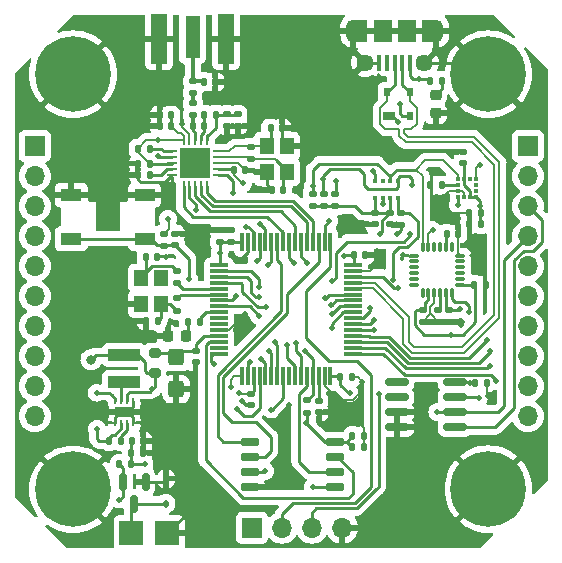
<source format=gtl>
%TF.GenerationSoftware,KiCad,Pcbnew,(7.0.0)*%
%TF.CreationDate,2023-11-22T19:41:50+05:30*%
%TF.ProjectId,Drone_Controller_3.0,44726f6e-655f-4436-9f6e-74726f6c6c65,rev?*%
%TF.SameCoordinates,Original*%
%TF.FileFunction,Copper,L1,Top*%
%TF.FilePolarity,Positive*%
%FSLAX46Y46*%
G04 Gerber Fmt 4.6, Leading zero omitted, Abs format (unit mm)*
G04 Created by KiCad (PCBNEW (7.0.0)) date 2023-11-22 19:41:50*
%MOMM*%
%LPD*%
G01*
G04 APERTURE LIST*
G04 Aperture macros list*
%AMRoundRect*
0 Rectangle with rounded corners*
0 $1 Rounding radius*
0 $2 $3 $4 $5 $6 $7 $8 $9 X,Y pos of 4 corners*
0 Add a 4 corners polygon primitive as box body*
4,1,4,$2,$3,$4,$5,$6,$7,$8,$9,$2,$3,0*
0 Add four circle primitives for the rounded corners*
1,1,$1+$1,$2,$3*
1,1,$1+$1,$4,$5*
1,1,$1+$1,$6,$7*
1,1,$1+$1,$8,$9*
0 Add four rect primitives between the rounded corners*
20,1,$1+$1,$2,$3,$4,$5,0*
20,1,$1+$1,$4,$5,$6,$7,0*
20,1,$1+$1,$6,$7,$8,$9,0*
20,1,$1+$1,$8,$9,$2,$3,0*%
G04 Aperture macros list end*
%TA.AperFunction,SMDPad,CuDef*%
%ADD10RoundRect,0.140000X-0.140000X-0.170000X0.140000X-0.170000X0.140000X0.170000X-0.140000X0.170000X0*%
%TD*%
%TA.AperFunction,SMDPad,CuDef*%
%ADD11RoundRect,0.135000X-0.135000X-0.185000X0.135000X-0.185000X0.135000X0.185000X-0.135000X0.185000X0*%
%TD*%
%TA.AperFunction,SMDPad,CuDef*%
%ADD12R,1.800000X1.100000*%
%TD*%
%TA.AperFunction,SMDPad,CuDef*%
%ADD13RoundRect,0.135000X0.185000X-0.135000X0.185000X0.135000X-0.185000X0.135000X-0.185000X-0.135000X0*%
%TD*%
%TA.AperFunction,SMDPad,CuDef*%
%ADD14RoundRect,0.062500X0.062500X-0.350000X0.062500X0.350000X-0.062500X0.350000X-0.062500X-0.350000X0*%
%TD*%
%TA.AperFunction,SMDPad,CuDef*%
%ADD15RoundRect,0.062500X0.350000X-0.062500X0.350000X0.062500X-0.350000X0.062500X-0.350000X-0.062500X0*%
%TD*%
%TA.AperFunction,SMDPad,CuDef*%
%ADD16R,2.500000X2.500000*%
%TD*%
%TA.AperFunction,SMDPad,CuDef*%
%ADD17RoundRect,0.140000X0.140000X0.170000X-0.140000X0.170000X-0.140000X-0.170000X0.140000X-0.170000X0*%
%TD*%
%TA.AperFunction,SMDPad,CuDef*%
%ADD18RoundRect,0.218750X0.256250X-0.218750X0.256250X0.218750X-0.256250X0.218750X-0.256250X-0.218750X0*%
%TD*%
%TA.AperFunction,SMDPad,CuDef*%
%ADD19R,1.270000X3.600000*%
%TD*%
%TA.AperFunction,SMDPad,CuDef*%
%ADD20R,1.350000X4.200000*%
%TD*%
%TA.AperFunction,SMDPad,CuDef*%
%ADD21RoundRect,0.140000X0.170000X-0.140000X0.170000X0.140000X-0.170000X0.140000X-0.170000X-0.140000X0*%
%TD*%
%TA.AperFunction,SMDPad,CuDef*%
%ADD22RoundRect,0.150000X-0.150000X0.587500X-0.150000X-0.587500X0.150000X-0.587500X0.150000X0.587500X0*%
%TD*%
%TA.AperFunction,SMDPad,CuDef*%
%ADD23RoundRect,0.200000X0.275000X-0.200000X0.275000X0.200000X-0.275000X0.200000X-0.275000X-0.200000X0*%
%TD*%
%TA.AperFunction,SMDPad,CuDef*%
%ADD24RoundRect,0.075000X-0.350000X-0.075000X0.350000X-0.075000X0.350000X0.075000X-0.350000X0.075000X0*%
%TD*%
%TA.AperFunction,SMDPad,CuDef*%
%ADD25RoundRect,0.075000X0.075000X-0.350000X0.075000X0.350000X-0.075000X0.350000X-0.075000X-0.350000X0*%
%TD*%
%TA.AperFunction,SMDPad,CuDef*%
%ADD26RoundRect,0.218750X-0.218750X-0.256250X0.218750X-0.256250X0.218750X0.256250X-0.218750X0.256250X0*%
%TD*%
%TA.AperFunction,SMDPad,CuDef*%
%ADD27R,0.250000X0.500000*%
%TD*%
%TA.AperFunction,ComponentPad*%
%ADD28C,0.600000*%
%TD*%
%TA.AperFunction,SMDPad,CuDef*%
%ADD29R,1.600000X0.900000*%
%TD*%
%TA.AperFunction,SMDPad,CuDef*%
%ADD30RoundRect,0.135000X-0.185000X0.135000X-0.185000X-0.135000X0.185000X-0.135000X0.185000X0.135000X0*%
%TD*%
%TA.AperFunction,SMDPad,CuDef*%
%ADD31RoundRect,0.150000X-0.825000X-0.150000X0.825000X-0.150000X0.825000X0.150000X-0.825000X0.150000X0*%
%TD*%
%TA.AperFunction,ComponentPad*%
%ADD32C,0.800000*%
%TD*%
%TA.AperFunction,ComponentPad*%
%ADD33C,6.400000*%
%TD*%
%TA.AperFunction,SMDPad,CuDef*%
%ADD34RoundRect,0.140000X-0.170000X0.140000X-0.170000X-0.140000X0.170000X-0.140000X0.170000X0.140000X0*%
%TD*%
%TA.AperFunction,SMDPad,CuDef*%
%ADD35RoundRect,0.150000X-0.650000X-0.150000X0.650000X-0.150000X0.650000X0.150000X-0.650000X0.150000X0*%
%TD*%
%TA.AperFunction,SMDPad,CuDef*%
%ADD36RoundRect,0.135000X0.135000X0.185000X-0.135000X0.185000X-0.135000X-0.185000X0.135000X-0.185000X0*%
%TD*%
%TA.AperFunction,SMDPad,CuDef*%
%ADD37RoundRect,0.147500X0.147500X0.172500X-0.147500X0.172500X-0.147500X-0.172500X0.147500X-0.172500X0*%
%TD*%
%TA.AperFunction,ComponentPad*%
%ADD38R,1.700000X1.700000*%
%TD*%
%TA.AperFunction,ComponentPad*%
%ADD39O,1.700000X1.700000*%
%TD*%
%TA.AperFunction,SMDPad,CuDef*%
%ADD40R,2.000000X2.000000*%
%TD*%
%TA.AperFunction,SMDPad,CuDef*%
%ADD41R,0.300000X0.350000*%
%TD*%
%TA.AperFunction,SMDPad,CuDef*%
%ADD42R,0.350000X0.300000*%
%TD*%
%TA.AperFunction,SMDPad,CuDef*%
%ADD43R,0.400000X1.350000*%
%TD*%
%TA.AperFunction,ComponentPad*%
%ADD44O,1.200000X1.900000*%
%TD*%
%TA.AperFunction,SMDPad,CuDef*%
%ADD45R,1.200000X1.900000*%
%TD*%
%TA.AperFunction,ComponentPad*%
%ADD46C,1.450000*%
%TD*%
%TA.AperFunction,SMDPad,CuDef*%
%ADD47R,1.500000X1.900000*%
%TD*%
%TA.AperFunction,SMDPad,CuDef*%
%ADD48R,1.200000X1.400000*%
%TD*%
%TA.AperFunction,SMDPad,CuDef*%
%ADD49R,2.750000X1.000000*%
%TD*%
%TA.AperFunction,SMDPad,CuDef*%
%ADD50RoundRect,0.147500X-0.147500X-0.172500X0.147500X-0.172500X0.147500X0.172500X-0.147500X0.172500X0*%
%TD*%
%TA.AperFunction,SMDPad,CuDef*%
%ADD51RoundRect,0.112500X0.112500X-0.187500X0.112500X0.187500X-0.112500X0.187500X-0.112500X-0.187500X0*%
%TD*%
%TA.AperFunction,SMDPad,CuDef*%
%ADD52RoundRect,0.147500X0.172500X-0.147500X0.172500X0.147500X-0.172500X0.147500X-0.172500X-0.147500X0*%
%TD*%
%TA.AperFunction,SMDPad,CuDef*%
%ADD53RoundRect,0.250000X-0.425000X0.450000X-0.425000X-0.450000X0.425000X-0.450000X0.425000X0.450000X0*%
%TD*%
%TA.AperFunction,SMDPad,CuDef*%
%ADD54R,1.000000X0.700000*%
%TD*%
%TA.AperFunction,SMDPad,CuDef*%
%ADD55R,0.600000X0.700000*%
%TD*%
%TA.AperFunction,SMDPad,CuDef*%
%ADD56R,0.350000X0.350000*%
%TD*%
%TA.AperFunction,SMDPad,CuDef*%
%ADD57RoundRect,0.075000X-0.700000X-0.075000X0.700000X-0.075000X0.700000X0.075000X-0.700000X0.075000X0*%
%TD*%
%TA.AperFunction,SMDPad,CuDef*%
%ADD58RoundRect,0.075000X-0.075000X-0.700000X0.075000X-0.700000X0.075000X0.700000X-0.075000X0.700000X0*%
%TD*%
%TA.AperFunction,ViaPad*%
%ADD59C,0.500000*%
%TD*%
%TA.AperFunction,ViaPad*%
%ADD60C,0.800000*%
%TD*%
%TA.AperFunction,Conductor*%
%ADD61C,0.200000*%
%TD*%
%TA.AperFunction,Conductor*%
%ADD62C,0.250000*%
%TD*%
%TA.AperFunction,Conductor*%
%ADD63C,0.350000*%
%TD*%
G04 APERTURE END LIST*
D10*
%TO.P,C4,1*%
%TO.N,3.3V*%
X140772000Y-58953400D03*
%TO.P,C4,2*%
%TO.N,GND*%
X141732000Y-58953400D03*
%TD*%
D11*
%TO.P,R7,1*%
%TO.N,Filter_V_IN*%
X130198400Y-81889600D03*
%TO.P,R7,2*%
%TO.N,EN*%
X131218400Y-81889600D03*
%TD*%
D12*
%TO.P,SW1,1,1*%
%TO.N,GND*%
X126998799Y-61040399D03*
X133198799Y-61040399D03*
%TO.P,SW1,2,2*%
%TO.N,NRST*%
X126998799Y-64740399D03*
X133198799Y-64740399D03*
%TD*%
D13*
%TO.P,R4,1*%
%TO.N,3.3V*%
X147421600Y-61976000D03*
%TO.P,R4,2*%
%TO.N,MPU_I2C_SDA*%
X147421600Y-60956000D03*
%TD*%
D14*
%TO.P,U1,1,CE*%
%TO.N,NRF_CE*%
X136497000Y-60280600D03*
%TO.P,U1,2,CSN*%
%TO.N,NRF_!CS*%
X136997000Y-60280600D03*
%TO.P,U1,3,SCK*%
%TO.N,NRF_SCK*%
X137497000Y-60280600D03*
%TO.P,U1,4,MOSI*%
%TO.N,NRF_MOSI*%
X137997000Y-60280600D03*
%TO.P,U1,5,MISO*%
%TO.N,NRF_MISO*%
X138497000Y-60280600D03*
D15*
%TO.P,U1,6,IRQ*%
%TO.N,NRF_IRQ*%
X139434500Y-59343100D03*
%TO.P,U1,7,VDD*%
%TO.N,3.3V*%
X139434500Y-58843100D03*
%TO.P,U1,8,VSS*%
%TO.N,GND*%
X139434500Y-58343100D03*
%TO.P,U1,9,XC2*%
%TO.N,NRF_XC2*%
X139434500Y-57843100D03*
%TO.P,U1,10,XC1*%
%TO.N,NRF_XC1*%
X139434500Y-57343100D03*
D14*
%TO.P,U1,11,VDD_PA*%
%TO.N,NRF_VDD_PA*%
X138497000Y-56405600D03*
%TO.P,U1,12,ANT1*%
%TO.N,NRF_ANT1*%
X137997000Y-56405600D03*
%TO.P,U1,13,ANT2*%
%TO.N,NRF_ANT2*%
X137497000Y-56405600D03*
%TO.P,U1,14,VSS*%
%TO.N,GND*%
X136997000Y-56405600D03*
%TO.P,U1,15,VDD*%
%TO.N,3.3V*%
X136497000Y-56405600D03*
D15*
%TO.P,U1,16,IREF*%
%TO.N,Net-(U1-IREF)*%
X135559500Y-57343100D03*
%TO.P,U1,17,VSS*%
%TO.N,GND*%
X135559500Y-57843100D03*
%TO.P,U1,18,VDD*%
%TO.N,3.3V*%
X135559500Y-58343100D03*
%TO.P,U1,19,DVDD*%
%TO.N,Net-(U1-DVDD)*%
X135559500Y-58843100D03*
%TO.P,U1,20,VSS*%
%TO.N,GND*%
X135559500Y-59343100D03*
D16*
%TO.P,U1,21*%
%TO.N,N/C*%
X137496999Y-58343099D03*
%TD*%
D17*
%TO.P,C5,1*%
%TO.N,3.3V*%
X135430200Y-54279800D03*
%TO.P,C5,2*%
%TO.N,GND*%
X134470200Y-54279800D03*
%TD*%
D13*
%TO.P,R16,1*%
%TO.N,RCC_OSC_IN*%
X135940800Y-68478400D03*
%TO.P,R16,2*%
%TO.N,Net-(C39-Pad1)*%
X135940800Y-67458400D03*
%TD*%
D18*
%TO.P,D3,1,K*%
%TO.N,GND*%
X157835600Y-54127500D03*
%TO.P,D3,2,A*%
%TO.N,Net-(D3-A)*%
X157835600Y-52552500D03*
%TD*%
D13*
%TO.P,R12,1*%
%TO.N,3.3V*%
X149352000Y-61976000D03*
%TO.P,R12,2*%
%TO.N,EEPROM_SDA*%
X149352000Y-60956000D03*
%TD*%
D19*
%TO.P,J1,1,In*%
%TO.N,Net-(J1-In)*%
X137261599Y-47628199D03*
D20*
%TO.P,J1,2,Ext*%
%TO.N,GND*%
X140086599Y-47828199D03*
X134436599Y-47828199D03*
%TD*%
D21*
%TO.P,C19,1*%
%TO.N,3.3V*%
X160172400Y-58341200D03*
%TO.P,C19,2*%
%TO.N,GND*%
X160172400Y-57381200D03*
%TD*%
D22*
%TO.P,Q1,1,G*%
%TO.N,GND*%
X133284000Y-85297800D03*
%TO.P,Q1,2,S*%
%TO.N,V_IN*%
X131384000Y-85297800D03*
%TO.P,Q1,3,D*%
%TO.N,Net-(D1-A1)*%
X132334000Y-87172800D03*
%TD*%
D10*
%TO.P,C13,1*%
%TO.N,3.3V*%
X161114800Y-68630800D03*
%TO.P,C13,2*%
%TO.N,GND*%
X162074800Y-68630800D03*
%TD*%
D23*
%TO.P,FB2,1*%
%TO.N,3.3V*%
X134061200Y-76087800D03*
%TO.P,FB2,2*%
%TO.N,VDDA*%
X134061200Y-74437800D03*
%TD*%
D24*
%TO.P,U2,1,CLKIN*%
%TO.N,GND*%
X156038000Y-66161600D03*
%TO.P,U2,2,NC*%
%TO.N,unconnected-(U2-NC-Pad2)*%
X156038000Y-66661600D03*
%TO.P,U2,3,NC*%
%TO.N,unconnected-(U2-NC-Pad3)*%
X156038000Y-67161600D03*
%TO.P,U2,4,NC*%
%TO.N,unconnected-(U2-NC-Pad4)*%
X156038000Y-67661600D03*
%TO.P,U2,5,NC*%
%TO.N,unconnected-(U2-NC-Pad5)*%
X156038000Y-68161600D03*
%TO.P,U2,6,AUX_DA*%
%TO.N,AUX_DA*%
X156038000Y-68661600D03*
D25*
%TO.P,U2,7,AUX_CL*%
%TO.N,AUX_CL*%
X156738000Y-69361600D03*
%TO.P,U2,8,VLOGIC*%
%TO.N,3.3V*%
X157238000Y-69361600D03*
%TO.P,U2,9,AD0*%
%TO.N,GND*%
X157738000Y-69361600D03*
%TO.P,U2,10,REGOUT*%
%TO.N,Net-(U2-REGOUT)*%
X158238000Y-69361600D03*
%TO.P,U2,11,FSYNC*%
%TO.N,FSYNC*%
X158738000Y-69361600D03*
%TO.P,U2,12,INT*%
%TO.N,MPU_INT*%
X159238000Y-69361600D03*
D24*
%TO.P,U2,13,VDD*%
%TO.N,3.3V*%
X159938000Y-68661600D03*
%TO.P,U2,14,NC*%
%TO.N,unconnected-(U2-NC-Pad14)*%
X159938000Y-68161600D03*
%TO.P,U2,15,NC*%
%TO.N,unconnected-(U2-NC-Pad15)*%
X159938000Y-67661600D03*
%TO.P,U2,16,NC*%
%TO.N,unconnected-(U2-NC-Pad16)*%
X159938000Y-67161600D03*
%TO.P,U2,17,NC*%
%TO.N,unconnected-(U2-NC-Pad17)*%
X159938000Y-66661600D03*
%TO.P,U2,18,GND*%
%TO.N,GND*%
X159938000Y-66161600D03*
D25*
%TO.P,U2,19,RESV*%
%TO.N,unconnected-(U2-RESV-Pad19)*%
X159238000Y-65461600D03*
%TO.P,U2,20,CPOUT*%
%TO.N,Net-(U2-CPOUT)*%
X158738000Y-65461600D03*
%TO.P,U2,21,RESV*%
%TO.N,unconnected-(U2-RESV-Pad21)*%
X158238000Y-65461600D03*
%TO.P,U2,22,RESV*%
%TO.N,unconnected-(U2-RESV-Pad22)*%
X157738000Y-65461600D03*
%TO.P,U2,23,SCL*%
%TO.N,MPU_I2C_SCL*%
X157238000Y-65461600D03*
%TO.P,U2,24,SDA*%
%TO.N,MPU_I2C_SDA*%
X156738000Y-65461600D03*
%TD*%
D26*
%TO.P,D2,1,K*%
%TO.N,GND*%
X135153300Y-72999600D03*
%TO.P,D2,2,A*%
%TO.N,Net-(D2-A)*%
X136728300Y-72999600D03*
%TD*%
D21*
%TO.P,C8,1*%
%TO.N,GND*%
X140157200Y-55166200D03*
%TO.P,C8,2*%
%TO.N,NRF_VDD_PA*%
X140157200Y-54206200D03*
%TD*%
D10*
%TO.P,C23,1*%
%TO.N,V_IN_Sense*%
X132108000Y-81889600D03*
%TO.P,C23,2*%
%TO.N,GND*%
X133068000Y-81889600D03*
%TD*%
%TO.P,C31,1*%
%TO.N,3.3V*%
X150904000Y-66090800D03*
%TO.P,C31,2*%
%TO.N,GND*%
X151864000Y-66090800D03*
%TD*%
D27*
%TO.P,U4,1,PGND*%
%TO.N,GND*%
X130732399Y-80335199D03*
%TO.P,U4,2,VIN*%
%TO.N,Filter_V_IN*%
X131232399Y-80335199D03*
%TO.P,U4,3,EN*%
%TO.N,EN*%
X131732399Y-80335199D03*
%TO.P,U4,4,AGND*%
%TO.N,GND*%
X132232399Y-80335199D03*
%TO.P,U4,5,FB*%
X132232399Y-78435199D03*
%TO.P,U4,6,VOS*%
%TO.N,3.3V*%
X131732399Y-78435199D03*
%TO.P,U4,7,SW*%
%TO.N,Net-(U4-SW)*%
X131232399Y-78435199D03*
%TO.P,U4,8,PG*%
%TO.N,PG*%
X130732399Y-78435199D03*
D28*
%TO.P,U4,9,PAD*%
%TO.N,GND*%
X130982400Y-79385200D03*
D29*
X131482399Y-79385199D03*
D28*
X131982400Y-79385200D03*
%TD*%
D30*
%TO.P,R14,1*%
%TO.N,3.3V*%
X134823200Y-64310800D03*
%TO.P,R14,2*%
%TO.N,NRST*%
X134823200Y-65330800D03*
%TD*%
D31*
%TO.P,U7,1,NC*%
%TO.N,unconnected-(U7-NC-Pad1)*%
X154547800Y-76885800D03*
%TO.P,U7,2,NC*%
%TO.N,unconnected-(U7-NC-Pad2)*%
X154547800Y-78155800D03*
%TO.P,U7,3,A2*%
%TO.N,GND*%
X154547800Y-79425800D03*
%TO.P,U7,4,GND*%
X154547800Y-80695800D03*
%TO.P,U7,5,SDA*%
%TO.N,EEPROM_SDA*%
X159497800Y-80695800D03*
%TO.P,U7,6,SCL*%
%TO.N,EEPROM_SCL*%
X159497800Y-79425800D03*
%TO.P,U7,7,WP*%
%TO.N,EEPROM_WP*%
X159497800Y-78155800D03*
%TO.P,U7,8,VCC*%
%TO.N,3.3V*%
X159497800Y-76885800D03*
%TD*%
D32*
%TO.P,H3,1,1*%
%TO.N,GND*%
X124740000Y-85966000D03*
X125442944Y-84268944D03*
X125442944Y-87663056D03*
X127140000Y-83566000D03*
D33*
X127140000Y-85966000D03*
D32*
X127140000Y-88366000D03*
X128837056Y-84268944D03*
X128837056Y-87663056D03*
X129540000Y-85966000D03*
%TD*%
D21*
%TO.P,C34,1*%
%TO.N,3.3V*%
X139547600Y-64996000D03*
%TO.P,C34,2*%
%TO.N,GND*%
X139547600Y-64036000D03*
%TD*%
D34*
%TO.P,C29,1*%
%TO.N,VDDA*%
X137515600Y-74224000D03*
%TO.P,C29,2*%
%TO.N,GND*%
X137515600Y-75184000D03*
%TD*%
D35*
%TO.P,U6,1,~{CS}*%
%TO.N,FLASH_CS*%
X142094400Y-81915000D03*
%TO.P,U6,2,DO(IO1)*%
%TO.N,FLASH_IO1*%
X142094400Y-83185000D03*
%TO.P,U6,3,IO2*%
%TO.N,FLASH_IO2*%
X142094400Y-84455000D03*
%TO.P,U6,4,GND*%
%TO.N,GND*%
X142094400Y-85725000D03*
%TO.P,U6,5,DI(IO0)*%
%TO.N,FLASH_IO0*%
X149294400Y-85725000D03*
%TO.P,U6,6,CLK*%
%TO.N,FLASH_CLK*%
X149294400Y-84455000D03*
%TO.P,U6,7,IO3*%
%TO.N,FLASH_IO3*%
X149294400Y-83185000D03*
%TO.P,U6,8,VCC*%
%TO.N,3.3V*%
X149294400Y-81915000D03*
%TD*%
D17*
%TO.P,C20,1*%
%TO.N,3.3V*%
X161668400Y-62534800D03*
%TO.P,C20,2*%
%TO.N,GND*%
X160708400Y-62534800D03*
%TD*%
%TO.P,C16,1*%
%TO.N,C1*%
X158366400Y-60198000D03*
%TO.P,C16,2*%
%TO.N,GND*%
X157406400Y-60198000D03*
%TD*%
D36*
%TO.P,R1,1*%
%TO.N,Net-(U1-IREF)*%
X133656800Y-57099200D03*
%TO.P,R1,2*%
%TO.N,3.3V*%
X132636800Y-57099200D03*
%TD*%
D32*
%TO.P,H2,1,1*%
%TO.N,GND*%
X159906000Y-50800000D03*
X160608944Y-49102944D03*
X160608944Y-52497056D03*
X162306000Y-48400000D03*
D33*
X162306000Y-50800000D03*
D32*
X162306000Y-53200000D03*
X164003056Y-49102944D03*
X164003056Y-52497056D03*
X164706000Y-50800000D03*
%TD*%
D13*
%TO.P,R17,1*%
%TO.N,Net-(C40-Pad1)*%
X135940800Y-70815200D03*
%TO.P,R17,2*%
%TO.N,RCC_OSC_OUT*%
X135940800Y-69795200D03*
%TD*%
D21*
%TO.P,C37,1*%
%TO.N,NRST*%
X135788400Y-65278000D03*
%TO.P,C37,2*%
%TO.N,GND*%
X135788400Y-64318000D03*
%TD*%
D34*
%TO.P,C12,1*%
%TO.N,3.3V*%
X156768800Y-70792400D03*
%TO.P,C12,2*%
%TO.N,GND*%
X156768800Y-71752400D03*
%TD*%
D10*
%TO.P,C39,1*%
%TO.N,Net-(C39-Pad1)*%
X133327200Y-66294000D03*
%TO.P,C39,2*%
%TO.N,GND*%
X134287200Y-66294000D03*
%TD*%
%TO.P,C32,1*%
%TO.N,3.3V*%
X149786400Y-76454000D03*
%TO.P,C32,2*%
%TO.N,GND*%
X150746400Y-76454000D03*
%TD*%
D37*
%TO.P,L3,1*%
%TO.N,NRF_VDD_PA*%
X139222400Y-54229000D03*
%TO.P,L3,2*%
%TO.N,NRF_ANT1*%
X138252400Y-54229000D03*
%TD*%
D10*
%TO.P,C27,1*%
%TO.N,3.3V*%
X161216400Y-76911200D03*
%TO.P,C27,2*%
%TO.N,GND*%
X162176400Y-76911200D03*
%TD*%
D38*
%TO.P,J5,1,Pin_1*%
%TO.N,PC7*%
X165658799Y-56895999D03*
D39*
%TO.P,J5,2,Pin_2*%
%TO.N,PC6*%
X165658799Y-59435999D03*
%TO.P,J5,3,Pin_3*%
%TO.N,EEPROM_SDA*%
X165658799Y-61975999D03*
%TO.P,J5,4,Pin_4*%
%TO.N,EEPROM_SCL*%
X165658799Y-64515999D03*
%TO.P,J5,5,Pin_5*%
%TO.N,PWM_3*%
X165658799Y-67055999D03*
%TO.P,J5,6,Pin_6*%
%TO.N,PWM_4*%
X165658799Y-69595999D03*
%TO.P,J5,7,Pin_7*%
%TO.N,SPI2_MOSI*%
X165658799Y-72135999D03*
%TO.P,J5,8,Pin_8*%
%TO.N,SPI2_MISO*%
X165658799Y-74675999D03*
%TO.P,J5,9,Pin_9*%
%TO.N,SPI2_SCK*%
X165658799Y-77215999D03*
%TO.P,J5,10,Pin_10*%
%TO.N,SPI2_NSS*%
X165658799Y-79755999D03*
%TD*%
D40*
%TO.P,J2,1,Pin_1*%
%TO.N,Net-(D1-A1)*%
X132079999Y-89661999D03*
%TD*%
D21*
%TO.P,C30,1*%
%TO.N,3.3V*%
X140512800Y-64996000D03*
%TO.P,C30,2*%
%TO.N,GND*%
X140512800Y-64036000D03*
%TD*%
D17*
%TO.P,C11,1*%
%TO.N,GND*%
X139164000Y-51460400D03*
%TO.P,C11,2*%
%TO.N,Net-(J1-In)*%
X138204000Y-51460400D03*
%TD*%
D36*
%TO.P,R15,1*%
%TO.N,Test_LED*%
X137873200Y-71780400D03*
%TO.P,R15,2*%
%TO.N,Net-(D2-A)*%
X136853200Y-71780400D03*
%TD*%
D10*
%TO.P,C26,1*%
%TO.N,3.3V*%
X150802400Y-82397600D03*
%TO.P,C26,2*%
%TO.N,GND*%
X151762400Y-82397600D03*
%TD*%
D41*
%TO.P,U3,1,SCL/SPC*%
%TO.N,MPU_I2C_SCL*%
X161227199Y-59701999D03*
%TO.P,U3,2,NC_1*%
%TO.N,unconnected-(U3-NC_1-Pad2)*%
X160727199Y-59701999D03*
%TO.P,U3,3,CS*%
%TO.N,3.3V*%
X160227199Y-59701999D03*
%TO.P,U3,4,SDA/SDI/SDO*%
%TO.N,MPU_I2C_SDA*%
X159727199Y-59701999D03*
D42*
%TO.P,U3,5,C1*%
%TO.N,C1*%
X159727199Y-60201999D03*
%TO.P,U3,6,GND_1*%
%TO.N,GND*%
X159727199Y-60701999D03*
D41*
%TO.P,U3,7,INT/DRDY*%
%TO.N,INT{slash}DRDY*%
X159727199Y-61201999D03*
%TO.P,U3,8,GND_2*%
%TO.N,GND*%
X160227199Y-61201999D03*
%TO.P,U3,9,VDD*%
%TO.N,3.3V*%
X160727199Y-61201999D03*
%TO.P,U3,10,VDD_IO*%
X161227199Y-61201999D03*
D42*
%TO.P,U3,11,NC_2*%
%TO.N,unconnected-(U3-NC_2-Pad11)*%
X161227199Y-60701999D03*
%TO.P,U3,12,NC_3*%
%TO.N,unconnected-(U3-NC_3-Pad12)*%
X161227199Y-60201999D03*
%TD*%
D34*
%TO.P,C14,1*%
%TO.N,Net-(U2-REGOUT)*%
X158038800Y-70792400D03*
%TO.P,C14,2*%
%TO.N,GND*%
X158038800Y-71752400D03*
%TD*%
D40*
%TO.P,J3,1,Pin_1*%
%TO.N,GND*%
X135127999Y-89661999D03*
%TD*%
D38*
%TO.P,J4,1,Pin_1*%
%TO.N,BOOT0*%
X123901199Y-56895999D03*
D39*
%TO.P,J4,2,Pin_2*%
%TO.N,PA10*%
X123901199Y-59435999D03*
%TO.P,J4,3,Pin_3*%
%TO.N,PA9*%
X123901199Y-61975999D03*
%TO.P,J4,4,Pin_4*%
%TO.N,PA8*%
X123901199Y-64515999D03*
%TO.P,J4,5,Pin_5*%
%TO.N,PWM_2*%
X123901199Y-67055999D03*
%TO.P,J4,6,Pin_6*%
%TO.N,PWM_1*%
X123901199Y-69595999D03*
%TO.P,J4,7,Pin_7*%
%TO.N,PA5*%
X123901199Y-72135999D03*
%TO.P,J4,8,Pin_8*%
%TO.N,PA4*%
X123901199Y-74675999D03*
%TO.P,J4,9,Pin_9*%
%TO.N,UART_TX*%
X123901199Y-77215999D03*
%TO.P,J4,10,Pin_10*%
%TO.N,UART_RX*%
X123901199Y-79755999D03*
%TD*%
D13*
%TO.P,R5,1*%
%TO.N,3.3V*%
X148386800Y-61976000D03*
%TO.P,R5,2*%
%TO.N,MPU_I2C_SCL*%
X148386800Y-60956000D03*
%TD*%
D43*
%TO.P,J7,1,VBUS*%
%TO.N,VBUS*%
X155681199Y-49824099D03*
%TO.P,J7,2,D-*%
%TO.N,D-*%
X155031199Y-49824099D03*
%TO.P,J7,3,D+*%
%TO.N,D+*%
X154381199Y-49824099D03*
%TO.P,J7,4,ID*%
%TO.N,unconnected-(J7-ID-Pad4)*%
X153731199Y-49824099D03*
%TO.P,J7,5,GND*%
%TO.N,GND*%
X153081199Y-49824099D03*
D44*
%TO.P,J7,6,Shield*%
X157881199Y-47124099D03*
D45*
X157281199Y-47124099D03*
D46*
X156881200Y-49824100D03*
D47*
X155381199Y-47124099D03*
X153381199Y-47124099D03*
D46*
X151881200Y-49824100D03*
D45*
X151481199Y-47124099D03*
D44*
X150881199Y-47124099D03*
%TD*%
D36*
%TO.P,R18,1*%
%TO.N,Net-(D3-A)*%
X158396400Y-51358800D03*
%TO.P,R18,2*%
%TO.N,VBUS*%
X157376400Y-51358800D03*
%TD*%
D21*
%TO.P,C10,1*%
%TO.N,Net-(C10-Pad1)*%
X137289600Y-52372200D03*
%TO.P,C10,2*%
%TO.N,Net-(J1-In)*%
X137289600Y-51412200D03*
%TD*%
D30*
%TO.P,R2,1*%
%TO.N,NRF_XC1*%
X142189200Y-56944800D03*
%TO.P,R2,2*%
%TO.N,NRF_XC2*%
X142189200Y-57964800D03*
%TD*%
D48*
%TO.P,Y1,1,1*%
%TO.N,NRF_XC1*%
X143551599Y-56888199D03*
%TO.P,Y1,2,2*%
%TO.N,GND*%
X143551599Y-59088199D03*
%TO.P,Y1,3,3*%
%TO.N,NRF_XC2*%
X145251599Y-59088199D03*
%TO.P,Y1,4,4*%
%TO.N,GND*%
X145251599Y-56888199D03*
%TD*%
D49*
%TO.P,L4,1,1*%
%TO.N,Net-(U4-SW)*%
X131470399Y-76874399D03*
%TO.P,L4,2,2*%
%TO.N,3.3V*%
X131470399Y-74574399D03*
%TD*%
D17*
%TO.P,C2,1*%
%TO.N,3.3V*%
X135432800Y-55219600D03*
%TO.P,C2,2*%
%TO.N,GND*%
X134472800Y-55219600D03*
%TD*%
D13*
%TO.P,R13,1*%
%TO.N,3.3V*%
X146964400Y-79453200D03*
%TO.P,R13,2*%
%TO.N,EEPROM_SCL*%
X146964400Y-78433200D03*
%TD*%
D10*
%TO.P,C25,1*%
%TO.N,3.3V*%
X150802400Y-81432400D03*
%TO.P,C25,2*%
%TO.N,GND*%
X151762400Y-81432400D03*
%TD*%
D50*
%TO.P,L1,1*%
%TO.N,NRF_ANT2*%
X137261800Y-55219600D03*
%TO.P,L1,2*%
%TO.N,NRF_ANT1*%
X138231800Y-55219600D03*
%TD*%
D11*
%TO.P,R9,1*%
%TO.N,V_IN*%
X131062000Y-83820000D03*
%TO.P,R9,2*%
%TO.N,V_IN_Sense*%
X132082000Y-83820000D03*
%TD*%
D51*
%TO.P,D1,1,A1*%
%TO.N,Net-(D1-A1)*%
X135026400Y-87156000D03*
%TO.P,D1,2,A2*%
%TO.N,GND*%
X135026400Y-85056000D03*
%TD*%
D17*
%TO.P,C1,1*%
%TO.N,Net-(U1-DVDD)*%
X133626800Y-59334400D03*
%TO.P,C1,2*%
%TO.N,GND*%
X132666800Y-59334400D03*
%TD*%
D52*
%TO.P,L2,1*%
%TO.N,NRF_ANT2*%
X137289600Y-54256800D03*
%TO.P,L2,2*%
%TO.N,Net-(C10-Pad1)*%
X137289600Y-53286800D03*
%TD*%
D38*
%TO.P,J6,1,Pin_1*%
%TO.N,3.3V*%
X142300799Y-89204799D03*
D39*
%TO.P,J6,2,Pin_2*%
%TO.N,SYS_SWCLK*%
X144840799Y-89204799D03*
%TO.P,J6,3,Pin_3*%
%TO.N,SYS_SWDIO*%
X147380799Y-89204799D03*
%TO.P,J6,4,Pin_4*%
%TO.N,GND*%
X149920799Y-89204799D03*
%TD*%
D32*
%TO.P,H4,1,1*%
%TO.N,GND*%
X159906000Y-85932944D03*
X160608944Y-84235888D03*
X160608944Y-87630000D03*
X162306000Y-83532944D03*
D33*
X162306000Y-85932944D03*
D32*
X162306000Y-88332944D03*
X164003056Y-84235888D03*
X164003056Y-87630000D03*
X164706000Y-85932944D03*
%TD*%
D17*
%TO.P,C40,1*%
%TO.N,Net-(C40-Pad1)*%
X134310000Y-71727600D03*
%TO.P,C40,2*%
%TO.N,GND*%
X133350000Y-71727600D03*
%TD*%
D10*
%TO.P,C15,1*%
%TO.N,Net-(U2-CPOUT)*%
X158778000Y-64312800D03*
%TO.P,C15,2*%
%TO.N,GND*%
X159738000Y-64312800D03*
%TD*%
D32*
%TO.P,H1,1,1*%
%TO.N,GND*%
X124740000Y-50800000D03*
X125442944Y-49102944D03*
X125442944Y-52497056D03*
X127140000Y-48400000D03*
D33*
X127140000Y-50800000D03*
D32*
X127140000Y-53200000D03*
X128837056Y-49102944D03*
X128837056Y-52497056D03*
X129540000Y-50800000D03*
%TD*%
D17*
%TO.P,C7,1*%
%TO.N,NRF_XC2*%
X144932400Y-60579000D03*
%TO.P,C7,2*%
%TO.N,GND*%
X143972400Y-60579000D03*
%TD*%
D30*
%TO.P,R3,1*%
%TO.N,FSYNC*%
X159004000Y-70762400D03*
%TO.P,R3,2*%
%TO.N,GND*%
X159004000Y-71782400D03*
%TD*%
D17*
%TO.P,C3,1*%
%TO.N,3.3V*%
X133626800Y-58369200D03*
%TO.P,C3,2*%
%TO.N,GND*%
X132666800Y-58369200D03*
%TD*%
D34*
%TO.P,C18,1*%
%TO.N,3.3V*%
X153974800Y-62562800D03*
%TO.P,C18,2*%
%TO.N,GND*%
X153974800Y-63522800D03*
%TD*%
D53*
%TO.P,C28,1*%
%TO.N,VDDA*%
X135890000Y-74776400D03*
%TO.P,C28,2*%
%TO.N,GND*%
X135890000Y-77476400D03*
%TD*%
D34*
%TO.P,C17,1*%
%TO.N,3.3V*%
X152704800Y-62562800D03*
%TO.P,C17,2*%
%TO.N,GND*%
X152704800Y-63522800D03*
%TD*%
D21*
%TO.P,C9,1*%
%TO.N,GND*%
X141097000Y-55166200D03*
%TO.P,C9,2*%
%TO.N,NRF_VDD_PA*%
X141097000Y-54206200D03*
%TD*%
D13*
%TO.P,R6,1*%
%TO.N,GND*%
X154940000Y-63552800D03*
%TO.P,R6,2*%
%TO.N,DPS_INT*%
X154940000Y-62532800D03*
%TD*%
D54*
%TO.P,D4,1,A*%
%TO.N,GND*%
X153935999Y-54339999D03*
D55*
%TO.P,D4,2,K*%
%TO.N,VBUS*%
X155635999Y-54339999D03*
%TO.P,D4,3,K*%
%TO.N,D-*%
X155635999Y-52339999D03*
%TO.P,D4,4,K*%
%TO.N,D+*%
X153735999Y-52339999D03*
%TD*%
D48*
%TO.P,Y2,1,1*%
%TO.N,Net-(C39-Pad1)*%
X132906399Y-68036799D03*
%TO.P,Y2,2,2*%
%TO.N,GND*%
X132906399Y-70236799D03*
%TO.P,Y2,3,3*%
%TO.N,Net-(C40-Pad1)*%
X134606399Y-70236799D03*
%TO.P,Y2,4,4*%
%TO.N,GND*%
X134606399Y-68036799D03*
%TD*%
D34*
%TO.P,C38,1*%
%TO.N,Net-(U5-VCAP_1)*%
X147929600Y-78463200D03*
%TO.P,C38,2*%
%TO.N,GND*%
X147929600Y-79423200D03*
%TD*%
D17*
%TO.P,C21,1*%
%TO.N,3.3V*%
X161668400Y-63500000D03*
%TO.P,C21,2*%
%TO.N,GND*%
X160708400Y-63500000D03*
%TD*%
D34*
%TO.P,C33,1*%
%TO.N,3.3V*%
X142240000Y-77853600D03*
%TO.P,C33,2*%
%TO.N,GND*%
X142240000Y-78813600D03*
%TD*%
D56*
%TO.P,IC1,1,GND_1*%
%TO.N,GND*%
X152694999Y-59879399D03*
%TO.P,IC1,2,CSB*%
%TO.N,unconnected-(IC1-CSB-Pad2)*%
X153344999Y-59879399D03*
%TO.P,IC1,3,SDI*%
%TO.N,MPU_I2C_SDA*%
X153994999Y-59879399D03*
%TO.P,IC1,4,SCK*%
%TO.N,MPU_I2C_SCL*%
X154644999Y-59879399D03*
%TO.P,IC1,5,SDO*%
%TO.N,DPS_INT*%
X154644999Y-61329399D03*
%TO.P,IC1,6,VDDIO*%
%TO.N,3.3V*%
X153994999Y-61329399D03*
%TO.P,IC1,7,GND_2*%
%TO.N,GND*%
X153344999Y-61329399D03*
%TO.P,IC1,8,VDD*%
%TO.N,3.3V*%
X152694999Y-61329399D03*
%TD*%
D10*
%TO.P,C6,1*%
%TO.N,NRF_XC1*%
X143870800Y-55397400D03*
%TO.P,C6,2*%
%TO.N,GND*%
X144830800Y-55397400D03*
%TD*%
D11*
%TO.P,R10,1*%
%TO.N,V_IN_Sense*%
X132078000Y-82854800D03*
%TO.P,R10,2*%
%TO.N,GND*%
X133098000Y-82854800D03*
%TD*%
D57*
%TO.P,U5,1,VBAT*%
%TO.N,3.3V*%
X139511400Y-66963600D03*
%TO.P,U5,2,PC13*%
%TO.N,FSYNC*%
X139511400Y-67463600D03*
%TO.P,U5,3,PC14*%
%TO.N,MPU_INT*%
X139511400Y-67963600D03*
%TO.P,U5,4,PC15*%
%TO.N,INT{slash}DRDY*%
X139511400Y-68463600D03*
%TO.P,U5,5,PH0*%
%TO.N,RCC_OSC_IN*%
X139511400Y-68963600D03*
%TO.P,U5,6,PH1*%
%TO.N,RCC_OSC_OUT*%
X139511400Y-69463600D03*
%TO.P,U5,7,NRST*%
%TO.N,NRST*%
X139511400Y-69963600D03*
%TO.P,U5,8,PC0*%
%TO.N,DPS_INT*%
X139511400Y-70463600D03*
%TO.P,U5,9,PC1*%
%TO.N,Test_LED*%
X139511400Y-70963600D03*
%TO.P,U5,10,PC2*%
%TO.N,unconnected-(U5-PC2-Pad10)*%
X139511400Y-71463600D03*
%TO.P,U5,11,PC3*%
%TO.N,unconnected-(U5-PC3-Pad11)*%
X139511400Y-71963600D03*
%TO.P,U5,12,VSSA*%
%TO.N,GND*%
X139511400Y-72463600D03*
%TO.P,U5,13,VDDA*%
%TO.N,VDDA*%
X139511400Y-72963600D03*
%TO.P,U5,14,PA0*%
%TO.N,FLASH_IO3*%
X139511400Y-73463600D03*
%TO.P,U5,15,PA1*%
%TO.N,unconnected-(U5-PA1-Pad15)*%
X139511400Y-73963600D03*
%TO.P,U5,16,PA2*%
%TO.N,UART_TX*%
X139511400Y-74463600D03*
D58*
%TO.P,U5,17,PA3*%
%TO.N,UART_RX*%
X141436400Y-76388600D03*
%TO.P,U5,18,VSS*%
%TO.N,GND*%
X141936400Y-76388600D03*
%TO.P,U5,19,VDD*%
%TO.N,3.3V*%
X142436400Y-76388600D03*
%TO.P,U5,20,PA4*%
%TO.N,PA4*%
X142936400Y-76388600D03*
%TO.P,U5,21,PA5*%
%TO.N,PA5*%
X143436400Y-76388600D03*
%TO.P,U5,22,PA6*%
%TO.N,PWM_1*%
X143936400Y-76388600D03*
%TO.P,U5,23,PA7*%
%TO.N,PWM_2*%
X144436400Y-76388600D03*
%TO.P,U5,24,PC4*%
%TO.N,V_IN_Sense*%
X144936400Y-76388600D03*
%TO.P,U5,25,PC5*%
%TO.N,unconnected-(U5-PC5-Pad25)*%
X145436400Y-76388600D03*
%TO.P,U5,26,PB0*%
%TO.N,PWM_3*%
X145936400Y-76388600D03*
%TO.P,U5,27,PB1*%
%TO.N,PWM_4*%
X146436400Y-76388600D03*
%TO.P,U5,28,PB2*%
%TO.N,FLASH_CLK*%
X146936400Y-76388600D03*
%TO.P,U5,29,PB10*%
%TO.N,EEPROM_SCL*%
X147436400Y-76388600D03*
%TO.P,U5,30,VCAP_1*%
%TO.N,Net-(U5-VCAP_1)*%
X147936400Y-76388600D03*
%TO.P,U5,31,VSS*%
%TO.N,GND*%
X148436400Y-76388600D03*
%TO.P,U5,32,VDD*%
%TO.N,3.3V*%
X148936400Y-76388600D03*
D57*
%TO.P,U5,33,PB12*%
%TO.N,SPI2_NSS*%
X150861400Y-74463600D03*
%TO.P,U5,34,PB13*%
%TO.N,SPI2_SCK*%
X150861400Y-73963600D03*
%TO.P,U5,35,PB14*%
%TO.N,SPI2_MISO*%
X150861400Y-73463600D03*
%TO.P,U5,36,PB15*%
%TO.N,SPI2_MOSI*%
X150861400Y-72963600D03*
%TO.P,U5,37,PC6*%
%TO.N,PC6*%
X150861400Y-72463600D03*
%TO.P,U5,38,PC7*%
%TO.N,PC7*%
X150861400Y-71963600D03*
%TO.P,U5,39,PC8*%
%TO.N,FLASH_IO2*%
X150861400Y-71463600D03*
%TO.P,U5,40,PC9*%
%TO.N,FLASH_IO0*%
X150861400Y-70963600D03*
%TO.P,U5,41,PA8*%
%TO.N,PA8*%
X150861400Y-70463600D03*
%TO.P,U5,42,PA9*%
%TO.N,PA9*%
X150861400Y-69963600D03*
%TO.P,U5,43,PA10*%
%TO.N,PA10*%
X150861400Y-69463600D03*
%TO.P,U5,44,PA11*%
%TO.N,D-*%
X150861400Y-68963600D03*
%TO.P,U5,45,PA12*%
%TO.N,D+*%
X150861400Y-68463600D03*
%TO.P,U5,46,PA13*%
%TO.N,SYS_SWDIO*%
X150861400Y-67963600D03*
%TO.P,U5,47,VSS*%
%TO.N,GND*%
X150861400Y-67463600D03*
%TO.P,U5,48,VDD*%
%TO.N,3.3V*%
X150861400Y-66963600D03*
D58*
%TO.P,U5,49,PA14*%
%TO.N,SYS_SWCLK*%
X148936400Y-65038600D03*
%TO.P,U5,50,PA15*%
%TO.N,EEPROM_WP*%
X148436400Y-65038600D03*
%TO.P,U5,51,PC10*%
%TO.N,FLASH_IO1*%
X147936400Y-65038600D03*
%TO.P,U5,52,PC11*%
%TO.N,NRF_MISO*%
X147436400Y-65038600D03*
%TO.P,U5,53,PC12*%
%TO.N,NRF_MOSI*%
X146936400Y-65038600D03*
%TO.P,U5,54,PD2*%
%TO.N,NRF_!CS*%
X146436400Y-65038600D03*
%TO.P,U5,55,PB3*%
%TO.N,NRF_SCK*%
X145936400Y-65038600D03*
%TO.P,U5,56,PB4*%
%TO.N,NRF_IRQ*%
X145436400Y-65038600D03*
%TO.P,U5,57,PB5*%
%TO.N,NRF_CE*%
X144936400Y-65038600D03*
%TO.P,U5,58,PB6*%
%TO.N,FLASH_CS*%
X144436400Y-65038600D03*
%TO.P,U5,59,PB7*%
%TO.N,MPU_I2C_SDA*%
X143936400Y-65038600D03*
%TO.P,U5,60,BOOT0*%
%TO.N,BOOT0*%
X143436400Y-65038600D03*
%TO.P,U5,61,PB8*%
%TO.N,MPU_I2C_SCL*%
X142936400Y-65038600D03*
%TO.P,U5,62,PB9*%
%TO.N,EEPROM_SDA*%
X142436400Y-65038600D03*
%TO.P,U5,63,VSS*%
%TO.N,GND*%
X141936400Y-65038600D03*
%TO.P,U5,64,VDD*%
%TO.N,3.3V*%
X141436400Y-65038600D03*
%TD*%
D59*
%TO.N,GND*%
X151384000Y-80365600D03*
X152908000Y-65786000D03*
X162306000Y-78079600D03*
X134569200Y-68072000D03*
X152552400Y-59029600D03*
X151638000Y-76860400D03*
X141478000Y-78486000D03*
X154533600Y-64363600D03*
X151942800Y-63500000D03*
X153365200Y-61772800D03*
X141224000Y-66548000D03*
X141732000Y-71120000D03*
X158445200Y-61214000D03*
X142087600Y-75133200D03*
X137464800Y-78028800D03*
X134366000Y-57759600D03*
X136347200Y-55016400D03*
X155041600Y-66141600D03*
X142443200Y-59029600D03*
X148082000Y-80416400D03*
X145440400Y-78841600D03*
X154686000Y-54813200D03*
X160020000Y-72034400D03*
X137464800Y-78689200D03*
X157022800Y-55219600D03*
X135026400Y-66243200D03*
%TO.N,3.3V*%
X150571200Y-77825600D03*
X135178800Y-63042800D03*
X133858000Y-77470000D03*
X160731200Y-76911200D03*
X159105600Y-72847200D03*
X141528800Y-60045600D03*
X139547600Y-65938400D03*
X141173200Y-77774800D03*
X146862800Y-80314800D03*
X153162000Y-64312800D03*
X161594800Y-61925200D03*
X150114000Y-66192400D03*
X134366000Y-56388000D03*
D60*
X128676400Y-74980800D03*
D59*
%TO.N,Filter_V_IN*%
X129184400Y-80822800D03*
%TO.N,V_IN_Sense*%
X133197600Y-83820000D03*
X143916400Y-79197200D03*
%TO.N,V_IN*%
X131064000Y-86817200D03*
%TO.N,FSYNC*%
X142900400Y-68834000D03*
X159867600Y-70713600D03*
%TO.N,MPU_I2C_SDA*%
X147472400Y-60248800D03*
X143662400Y-66954400D03*
%TO.N,MPU_I2C_SCL*%
X161594800Y-58470800D03*
X155854400Y-60198000D03*
X142697200Y-66649600D03*
X157581600Y-64008000D03*
X148336000Y-59690000D03*
%TO.N,DPS_INT*%
X142900400Y-71272400D03*
X154228800Y-68224400D03*
%TO.N,PG*%
X129133600Y-77774800D03*
%TO.N,NRF_!CS*%
X137515600Y-62280800D03*
X146964400Y-66751200D03*
%TO.N,NRF_IRQ*%
X140665200Y-60858400D03*
X145846800Y-66802000D03*
%TO.N,MPU_INT*%
X160629600Y-70967600D03*
X142900400Y-69697600D03*
%TO.N,INT{slash}DRDY*%
X155702000Y-64363600D03*
X159715200Y-61874400D03*
X143510000Y-70510400D03*
X149098000Y-68326000D03*
%TO.N,NRST*%
X140970000Y-69596000D03*
X136956800Y-68173600D03*
%TO.N,SYS_SWDIO*%
X153009600Y-77876400D03*
X154686000Y-68884800D03*
%TO.N,FLASH_IO2*%
X143408400Y-84429600D03*
X152298400Y-70612000D03*
%TO.N,FLASH_IO0*%
X149047200Y-72288400D03*
X147472400Y-85750400D03*
%TO.N,EEPROM_SDA*%
X141782800Y-63703200D03*
X149402800Y-59842400D03*
%TO.N,EEPROM_SCL*%
X157988000Y-79400400D03*
X146812000Y-74269600D03*
%TO.N,EEPROM_WP*%
X161544000Y-78181200D03*
X148844000Y-63246000D03*
%TO.N,BOOT0*%
X143002000Y-63449200D03*
%TO.N,PWM_2*%
X144272000Y-73507600D03*
%TO.N,PWM_1*%
X143713200Y-74218800D03*
%TO.N,PWM_4*%
X145999200Y-73558400D03*
%TO.N,PWM_3*%
X145237200Y-73710800D03*
%TO.N,UART_RX*%
X140512800Y-77266800D03*
%TO.N,UART_TX*%
X139039600Y-75336400D03*
%TO.N,SPI2_MOSI*%
X162204400Y-73304400D03*
%TO.N,SPI2_MISO*%
X162458400Y-74269600D03*
%TO.N,SPI2_SCK*%
X162407600Y-75488800D03*
%TO.N,VBUS*%
X156464000Y-51206400D03*
X154787600Y-53340000D03*
%TO.N,PA10*%
X148488400Y-69748400D03*
%TO.N,PA9*%
X148996400Y-70307200D03*
%TO.N,PA8*%
X149098000Y-71069200D03*
%TO.N,PA5*%
X143052800Y-74879200D03*
%TO.N,PA4*%
X141020800Y-79146400D03*
%TO.N,PC6*%
X152603200Y-72491600D03*
%TO.N,PC7*%
X152654000Y-71628000D03*
%TO.N,SPI2_NSS*%
X162966400Y-76758800D03*
%TD*%
D61*
%TO.N,GND*%
X158974000Y-71752400D02*
X159004000Y-71782400D01*
D62*
X155041600Y-66141600D02*
X155061600Y-66161600D01*
D61*
X157397000Y-71124200D02*
X156768800Y-71752400D01*
X160101160Y-60702000D02*
X160227200Y-60828040D01*
X157397000Y-71124200D02*
X157410600Y-71124200D01*
X136997000Y-56405600D02*
X136997000Y-55907661D01*
X157738000Y-70150800D02*
X157397000Y-70491800D01*
X148132800Y-80416400D02*
X148082000Y-80365600D01*
X162176400Y-77950000D02*
X162306000Y-78079600D01*
X159008000Y-60702000D02*
X158496000Y-61214000D01*
D62*
X154940000Y-63957200D02*
X154533600Y-64363600D01*
D61*
X148436400Y-76388600D02*
X148436400Y-77193930D01*
D62*
X154910000Y-63522800D02*
X154940000Y-63552800D01*
D61*
X162306000Y-78079600D02*
X162356800Y-77978000D01*
D62*
X135559500Y-59343100D02*
X134933200Y-59969400D01*
D61*
X157738000Y-69361600D02*
X157738000Y-70150800D01*
D62*
X133284000Y-85297800D02*
X134784600Y-85297800D01*
X141936400Y-75284400D02*
X142087600Y-75133200D01*
D61*
X151638000Y-77571600D02*
X151638000Y-76860400D01*
D62*
X153314400Y-61772800D02*
X153345000Y-61701800D01*
X150881200Y-47124100D02*
X157881200Y-47124100D01*
X136956800Y-85648800D02*
X136956800Y-87833200D01*
X141936400Y-65879285D02*
X141318485Y-66497200D01*
X132232400Y-78960200D02*
X131807400Y-79385200D01*
D61*
X141732000Y-71048330D02*
X141711130Y-71069200D01*
D62*
X131157400Y-79385200D02*
X131982400Y-79385200D01*
X134933200Y-59969400D02*
X132867400Y-59969400D01*
X134416800Y-57759600D02*
X134366000Y-57759600D01*
X142087600Y-75133200D02*
X142087600Y-75133200D01*
X152695000Y-59879400D02*
X152695000Y-59223000D01*
X134366000Y-57708800D02*
X134416800Y-57759600D01*
X134366000Y-57759600D02*
X134366000Y-57708800D01*
D61*
X139511400Y-72463600D02*
X140316730Y-72463600D01*
X157410600Y-71124200D02*
X158038800Y-71752400D01*
X158445200Y-61264800D02*
X158496000Y-61214000D01*
D62*
X134993700Y-57843100D02*
X134500300Y-57843100D01*
X153974800Y-63522800D02*
X154910000Y-63522800D01*
X150881200Y-47124100D02*
X150881200Y-48824100D01*
D61*
X148436400Y-77193930D02*
X149618070Y-78375600D01*
D62*
X152695000Y-59223000D02*
X152552400Y-59080400D01*
X154686000Y-54813200D02*
X154686000Y-54813200D01*
X135559500Y-57843100D02*
X134993700Y-57843100D01*
D61*
X159727200Y-60702000D02*
X159008000Y-60702000D01*
D62*
X135026400Y-85056000D02*
X136364000Y-85056000D01*
D61*
X136347200Y-55257861D02*
X136347200Y-55016400D01*
D62*
X152552400Y-59029600D02*
X152501600Y-59029600D01*
X142087600Y-75133200D02*
X142036800Y-75184000D01*
D61*
X141660330Y-71120000D02*
X141732000Y-71120000D01*
D62*
X134500300Y-57843100D02*
X134416800Y-57759600D01*
D61*
X150746400Y-76454000D02*
X151231600Y-76454000D01*
X158496000Y-61214000D02*
X158445200Y-61214000D01*
D62*
X141805600Y-78813600D02*
X141478000Y-78486000D01*
X132232400Y-79810200D02*
X131807400Y-79385200D01*
X154212800Y-54340000D02*
X154686000Y-54813200D01*
X152501600Y-59029600D02*
X152552400Y-59080400D01*
X143551600Y-59088200D02*
X143551600Y-60158200D01*
X156038000Y-66161600D02*
X155041600Y-66141600D01*
X153345000Y-61329400D02*
X153314400Y-61772800D01*
D61*
X162176400Y-76911200D02*
X162176400Y-77950000D01*
X149618070Y-78375600D02*
X150834000Y-78375600D01*
X141121700Y-58343100D02*
X141732000Y-58953400D01*
D62*
X152552400Y-59080400D02*
X152552400Y-59029600D01*
D61*
X148082000Y-80365600D02*
X148082000Y-80416400D01*
D62*
X132666800Y-59768800D02*
X132666800Y-59334400D01*
D61*
X160227200Y-60828040D02*
X160227200Y-61202000D01*
D62*
X150881200Y-48824100D02*
X151881200Y-49824100D01*
X143551600Y-60158200D02*
X143972400Y-60579000D01*
X144830800Y-56467400D02*
X145251600Y-56888200D01*
D61*
X162176400Y-76911200D02*
X162356800Y-77091600D01*
X152908000Y-66802000D02*
X152908000Y-65786000D01*
D62*
X141224000Y-66548000D02*
X141224000Y-66497200D01*
D61*
X158445200Y-61214000D02*
X158445200Y-61264800D01*
X147929600Y-80213200D02*
X148082000Y-80365600D01*
D62*
X153936000Y-54340000D02*
X154212800Y-54340000D01*
X142087600Y-75133200D02*
X142087600Y-75133200D01*
D61*
X152246400Y-67463600D02*
X152908000Y-66802000D01*
D62*
X132232400Y-80335200D02*
X132232400Y-79810200D01*
D61*
X140316730Y-72463600D02*
X141660330Y-71120000D01*
D62*
X157881200Y-48824100D02*
X156881200Y-49824100D01*
X132232400Y-78435200D02*
X132232400Y-78960200D01*
X136956800Y-87833200D02*
X135128000Y-89662000D01*
D61*
X159738000Y-64312800D02*
X159738000Y-65961600D01*
X157397000Y-70491800D02*
X157397000Y-71124200D01*
X136997000Y-55907661D02*
X136347200Y-55257861D01*
X139434500Y-58343100D02*
X141121700Y-58343100D01*
D62*
X157881200Y-47124100D02*
X157881200Y-48824100D01*
D61*
X158445200Y-62128400D02*
X158445200Y-61214000D01*
X150861400Y-67463600D02*
X152246400Y-67463600D01*
D62*
X136364000Y-85056000D02*
X136956800Y-85648800D01*
X141936400Y-76388600D02*
X141936400Y-75284400D01*
D61*
X158038800Y-71752400D02*
X158974000Y-71752400D01*
D62*
X156881200Y-49824100D02*
X161330100Y-49824100D01*
X130732400Y-80335200D02*
X130732400Y-79810200D01*
X134784600Y-85297800D02*
X135026400Y-85056000D01*
X151881200Y-49824100D02*
X153081200Y-49824100D01*
X154686000Y-54813200D02*
X154736800Y-54864000D01*
X154940000Y-63552800D02*
X154940000Y-63957200D01*
D61*
X150834000Y-78375600D02*
X151638000Y-77571600D01*
X148082000Y-80416400D02*
X148132800Y-80416400D01*
X159004000Y-71782400D02*
X159713200Y-71782400D01*
X151762400Y-80744000D02*
X151384000Y-80365600D01*
X160708400Y-62534800D02*
X158851600Y-62534800D01*
D62*
X131807400Y-79385200D02*
X130982400Y-79385200D01*
D61*
X158851600Y-62534800D02*
X158445200Y-62128400D01*
X159738000Y-65961600D02*
X159938000Y-66161600D01*
D62*
X142240000Y-78813600D02*
X141805600Y-78813600D01*
X141936400Y-65038600D02*
X141936400Y-65879285D01*
X154686000Y-54813200D02*
X154686000Y-54813200D01*
D61*
X141732000Y-71120000D02*
X141732000Y-71048330D01*
D62*
X130732400Y-79810200D02*
X131157400Y-79385200D01*
X132867400Y-59969400D02*
X132666800Y-59768800D01*
D61*
X147929600Y-79423200D02*
X147929600Y-80213200D01*
X151762400Y-81432400D02*
X151762400Y-82397600D01*
X159727200Y-60702000D02*
X160101160Y-60702000D01*
X151762400Y-81432400D02*
X151762400Y-80744000D01*
D62*
X144830800Y-55397400D02*
X144830800Y-56467400D01*
X141318485Y-66497200D02*
X141224000Y-66548000D01*
D61*
X151231600Y-76454000D02*
X151638000Y-76860400D01*
D62*
X161330100Y-49824100D02*
X162306000Y-50800000D01*
D61*
X141711130Y-71069200D02*
X141833600Y-71069200D01*
D62*
%TO.N,Net-(U1-DVDD)*%
X134607692Y-59334400D02*
X133626800Y-59334400D01*
X135098992Y-58843100D02*
X134607692Y-59334400D01*
X135559500Y-58843100D02*
X135098992Y-58843100D01*
%TO.N,3.3V*%
X152704800Y-62562800D02*
X152704800Y-61339200D01*
X160705800Y-76885800D02*
X160731200Y-76911200D01*
X153967191Y-62562800D02*
X153339800Y-63190191D01*
X135430200Y-55217000D02*
X135432800Y-55219600D01*
X135430200Y-54279800D02*
X135430200Y-55217000D01*
X156057600Y-70916800D02*
X156182000Y-70792400D01*
D61*
X134366000Y-56388000D02*
X134348400Y-56405600D01*
X140772000Y-59339600D02*
X141478000Y-60045600D01*
D62*
X142436400Y-77657200D02*
X142240000Y-77853600D01*
X149294400Y-81915000D02*
X150319800Y-81915000D01*
X150904000Y-66090800D02*
X150215600Y-66090800D01*
X157238000Y-69852285D02*
X156986285Y-70104000D01*
X128676400Y-74980800D02*
X128625600Y-75031600D01*
X156972000Y-70589200D02*
X156768800Y-70792400D01*
X156182000Y-70792400D02*
X156768800Y-70792400D01*
X160731200Y-76911200D02*
X160756600Y-76885800D01*
X160227200Y-59702000D02*
X160227200Y-58396000D01*
D61*
X141528800Y-60045600D02*
X141528800Y-60096400D01*
D62*
X134061200Y-77266800D02*
X134061200Y-76087800D01*
X133628600Y-77699400D02*
X133858000Y-77470000D01*
X150571200Y-77825600D02*
X150571200Y-77876400D01*
D61*
X141478000Y-60045600D02*
X141528800Y-60045600D01*
X136497000Y-56405600D02*
X136497000Y-56029800D01*
D62*
X161204600Y-68720600D02*
X161204600Y-71815000D01*
X153339800Y-64135000D02*
X153162000Y-64312800D01*
X160756600Y-76885800D02*
X161191000Y-76885800D01*
X141393800Y-64996000D02*
X141436400Y-65038600D01*
X149721000Y-76388600D02*
X149786400Y-76454000D01*
X159938000Y-68661600D02*
X161084000Y-68661600D01*
X160227200Y-60227000D02*
X160727200Y-60727000D01*
X156895991Y-72847200D02*
X156057600Y-72008809D01*
X128676400Y-74980800D02*
X128676400Y-74980800D01*
X150319800Y-81915000D02*
X150802400Y-82397600D01*
X148463000Y-81915000D02*
X146862800Y-80314800D01*
X152704800Y-61339200D02*
X152695000Y-61329400D01*
D61*
X141252000Y-77853600D02*
X141173200Y-77774800D01*
D62*
X150571200Y-77876400D02*
X150520400Y-77825600D01*
X135533400Y-58369200D02*
X133626800Y-58369200D01*
X160227200Y-59702000D02*
X160227200Y-60227000D01*
D61*
X132636800Y-57379200D02*
X133626800Y-58369200D01*
X136245600Y-55778400D02*
X135991600Y-55778400D01*
D62*
X161204600Y-71815000D02*
X160172400Y-72847200D01*
X156057600Y-72008809D02*
X156057600Y-70916800D01*
X151615200Y-62562800D02*
X153974800Y-62562800D01*
X133248400Y-75184000D02*
X133248400Y-75946000D01*
X149786400Y-76454000D02*
X149786400Y-77091600D01*
X161084000Y-68661600D02*
X161114800Y-68630800D01*
D61*
X134383600Y-56405600D02*
X134366000Y-56388000D01*
X136497000Y-56029800D02*
X136245600Y-55778400D01*
X142240000Y-77853600D02*
X141252000Y-77853600D01*
D62*
X160227200Y-58396000D02*
X160172400Y-58341200D01*
X140661700Y-58843100D02*
X140772000Y-58953400D01*
X157238000Y-69361600D02*
X157238000Y-69852285D01*
X153974800Y-61349600D02*
X153995000Y-61329400D01*
X160727200Y-61202000D02*
X161227200Y-61202000D01*
X160727200Y-60727000D02*
X160727200Y-61202000D01*
X161594800Y-61925200D02*
X161594800Y-63426400D01*
X153974800Y-62562800D02*
X153967191Y-62562800D01*
D61*
X135991600Y-55778400D02*
X135432800Y-55219600D01*
D62*
X156972000Y-70104000D02*
X156972000Y-70589200D01*
X161594800Y-63426400D02*
X161668400Y-63500000D01*
X150215600Y-66090800D02*
X150114000Y-66192400D01*
X161594800Y-61569600D02*
X161594800Y-61925200D01*
X146964400Y-79453200D02*
X146964400Y-80213200D01*
X129082800Y-74574400D02*
X128676400Y-74980800D01*
X150319800Y-81915000D02*
X150802400Y-81432400D01*
X146964400Y-80213200D02*
X146862800Y-80314800D01*
X131732400Y-78435200D02*
X131732400Y-77910200D01*
X148936400Y-76388600D02*
X149721000Y-76388600D01*
X133858000Y-77470000D02*
X134061200Y-77266800D01*
X133858000Y-77470000D02*
X133858000Y-77470000D01*
X139547600Y-64996000D02*
X139547600Y-65938400D01*
X131943200Y-77699400D02*
X133628600Y-77699400D01*
X149294400Y-81915000D02*
X148463000Y-81915000D01*
X139547600Y-66927400D02*
X139511400Y-66963600D01*
D61*
X134348400Y-56405600D02*
X133330400Y-56405600D01*
D62*
X150904000Y-66921000D02*
X150861400Y-66963600D01*
X151028400Y-61976000D02*
X151615200Y-62562800D01*
X161191000Y-76885800D02*
X161216400Y-76911200D01*
X161114800Y-68630800D02*
X161204600Y-68720600D01*
X153339800Y-63190191D02*
X153339800Y-64135000D01*
D61*
X135229600Y-63093600D02*
X135178800Y-63042800D01*
X134823200Y-64310800D02*
X135229600Y-63904400D01*
D62*
X133390200Y-76087800D02*
X134061200Y-76087800D01*
X150114000Y-66192400D02*
X150114000Y-66192400D01*
X150114000Y-66192400D02*
X150114000Y-66192400D01*
X131732400Y-77910200D02*
X131943200Y-77699400D01*
D61*
X141528800Y-60096400D02*
X141478000Y-60045600D01*
X133330400Y-56405600D02*
X132636800Y-57099200D01*
D62*
X150520400Y-77825600D02*
X150571200Y-77825600D01*
D61*
X136497000Y-56405600D02*
X134383600Y-56405600D01*
D62*
X132638800Y-74574400D02*
X133248400Y-75184000D01*
D61*
X132636800Y-57099200D02*
X132636800Y-57379200D01*
D62*
X142436400Y-76388600D02*
X142436400Y-77657200D01*
X135559500Y-58343100D02*
X135533400Y-58369200D01*
X156986285Y-70104000D02*
X156972000Y-70104000D01*
X161227200Y-61202000D02*
X161594800Y-61569600D01*
D61*
X135178800Y-63042800D02*
X135229600Y-63042800D01*
D62*
X160172400Y-72847200D02*
X159105600Y-72847200D01*
D61*
X140772000Y-58953400D02*
X140772000Y-59339600D01*
D62*
X139547600Y-65938400D02*
X139547600Y-66927400D01*
X133248400Y-75946000D02*
X133390200Y-76087800D01*
X140512800Y-64996000D02*
X141393800Y-64996000D01*
D61*
X135229600Y-63904400D02*
X135229600Y-63093600D01*
D62*
X150114000Y-66192400D02*
X150063200Y-66243200D01*
X159497800Y-76885800D02*
X160705800Y-76885800D01*
X153974800Y-62562800D02*
X153974800Y-61349600D01*
X147421600Y-61976000D02*
X151028400Y-61976000D01*
X139547600Y-64996000D02*
X140512800Y-64996000D01*
X149786400Y-77091600D02*
X150520400Y-77825600D01*
X159105600Y-72847200D02*
X156895991Y-72847200D01*
X150904000Y-66040000D02*
X150904000Y-66921000D01*
X133858000Y-77470000D02*
X133858000Y-77470000D01*
X139434500Y-58843100D02*
X140661700Y-58843100D01*
X128676400Y-74980800D02*
X128676400Y-74980800D01*
X131470400Y-74574400D02*
X132638800Y-74574400D01*
X131470400Y-74574400D02*
X129082800Y-74574400D01*
%TO.N,NRF_XC1*%
X143870800Y-56569000D02*
X143551600Y-56888200D01*
D61*
X140825400Y-56888200D02*
X143551600Y-56888200D01*
D62*
X143870800Y-55397400D02*
X143870800Y-56569000D01*
D61*
X140370500Y-57343100D02*
X140825400Y-56888200D01*
X139434500Y-57343100D02*
X140370500Y-57343100D01*
%TO.N,NRF_XC2*%
X139434500Y-57843100D02*
X142067500Y-57843100D01*
X142067500Y-57843100D02*
X142189200Y-57964800D01*
X144228200Y-57964800D02*
X144304400Y-58041000D01*
D62*
X144932400Y-60579000D02*
X144932400Y-59407400D01*
X144932400Y-59407400D02*
X145251600Y-59088200D01*
X145251600Y-58988200D02*
X145251600Y-59088200D01*
X144304400Y-58041000D02*
X145251600Y-58988200D01*
D61*
X142189200Y-57964800D02*
X144228200Y-57964800D01*
D62*
%TO.N,NRF_VDD_PA*%
X139222400Y-55356088D02*
X139222400Y-54229000D01*
X138497000Y-56405600D02*
X138497000Y-56081488D01*
X138497000Y-56081488D02*
X139222400Y-55356088D01*
X139222400Y-54229000D02*
X141074200Y-54229000D01*
X141074200Y-54229000D02*
X141097000Y-54206200D01*
D63*
%TO.N,Net-(C10-Pad1)*%
X137289600Y-53286800D02*
X137289600Y-52372200D01*
%TO.N,Net-(J1-In)*%
X137289600Y-51412200D02*
X138155800Y-51412200D01*
X137261600Y-51384200D02*
X137261600Y-47628200D01*
X138155800Y-51412200D02*
X138204000Y-51460400D01*
X137289600Y-51412200D02*
X137261600Y-51384200D01*
D62*
%TO.N,Net-(U2-REGOUT)*%
X158238000Y-70593200D02*
X158238000Y-69361600D01*
X158038800Y-70792400D02*
X158238000Y-70593200D01*
%TO.N,Net-(U2-CPOUT)*%
X158778000Y-64312800D02*
X158738000Y-64352800D01*
X158738000Y-64352800D02*
X158738000Y-65461600D01*
%TO.N,C1*%
X158370400Y-60202000D02*
X159727200Y-60202000D01*
X158366400Y-60198000D02*
X158370400Y-60202000D01*
%TO.N,Filter_V_IN*%
X131232400Y-80786400D02*
X131232400Y-80335200D01*
X130198400Y-81889600D02*
X129336800Y-81889600D01*
X129133600Y-81686400D02*
X129133600Y-80873600D01*
X130454400Y-81330800D02*
X130688000Y-81330800D01*
X129133600Y-80873600D02*
X129184400Y-80822800D01*
X129336800Y-81889600D02*
X129133600Y-81686400D01*
X130198400Y-81889600D02*
X130198400Y-81586800D01*
X130198400Y-81586800D02*
X130454400Y-81330800D01*
X130688000Y-81330800D02*
X131232400Y-80786400D01*
%TO.N,V_IN_Sense*%
X132082000Y-83820000D02*
X132082000Y-81915600D01*
X144936400Y-78228000D02*
X143967200Y-79197200D01*
X143916400Y-79248000D02*
X143967200Y-79197200D01*
X132082000Y-83820000D02*
X133197600Y-83820000D01*
X144936400Y-76388600D02*
X144936400Y-78228000D01*
X132082000Y-81915600D02*
X132108000Y-81889600D01*
X143967200Y-79197200D02*
X143916400Y-79197200D01*
X143916400Y-79197200D02*
X143916400Y-79248000D01*
%TO.N,V_IN*%
X131114800Y-86817200D02*
X131064000Y-86817200D01*
X131384000Y-84142000D02*
X131062000Y-83820000D01*
X131384000Y-85297800D02*
X131384000Y-86548000D01*
X131064000Y-86817200D02*
X131064000Y-86868000D01*
X131384000Y-85297800D02*
X131384000Y-84142000D01*
X131064000Y-86868000D02*
X131114800Y-86817200D01*
X131384000Y-86548000D02*
X131114800Y-86817200D01*
D63*
%TO.N,NRF_ANT2*%
X137261800Y-55219600D02*
X137261800Y-54284600D01*
D62*
X137497000Y-56405600D02*
X137497000Y-55806621D01*
D63*
X137261800Y-54284600D02*
X137289600Y-54256800D01*
D62*
X137261800Y-55571421D02*
X137261800Y-55219600D01*
X137497000Y-55806621D02*
X137261800Y-55571421D01*
%TO.N,NRF_ANT1*%
X138252400Y-54229000D02*
X138252400Y-55199000D01*
X138231800Y-55710292D02*
X138231800Y-55219600D01*
X138252400Y-55199000D02*
X138231800Y-55219600D01*
X137997000Y-55945092D02*
X138231800Y-55710292D01*
X137997000Y-56405600D02*
X137997000Y-55945092D01*
%TO.N,Net-(U4-SW)*%
X131232400Y-78435200D02*
X131232400Y-77112400D01*
X131232400Y-77112400D02*
X131470400Y-76874400D01*
%TO.N,Net-(U1-IREF)*%
X134620000Y-57099200D02*
X133656800Y-57099200D01*
X135559500Y-57343100D02*
X134863900Y-57343100D01*
X134863900Y-57343100D02*
X134620000Y-57099200D01*
%TO.N,FSYNC*%
X159004000Y-70762400D02*
X159818800Y-70762400D01*
X142241200Y-67463600D02*
X142900400Y-68122800D01*
X142900400Y-68122800D02*
X142900400Y-68884800D01*
X158738000Y-70496400D02*
X159004000Y-70762400D01*
X139511400Y-67463600D02*
X142241200Y-67463600D01*
X158738000Y-69361600D02*
X158738000Y-70496400D01*
X159818800Y-70762400D02*
X159867600Y-70713600D01*
%TO.N,MPU_I2C_SDA*%
X154572200Y-58877200D02*
X156159200Y-58877200D01*
D61*
X156972000Y-58064400D02*
X158445200Y-58064400D01*
D62*
X147472400Y-58877200D02*
X147472400Y-60248800D01*
X143936400Y-66629600D02*
X143611600Y-66954400D01*
X143936400Y-65038600D02*
X143936400Y-66629600D01*
D61*
X156738000Y-59456000D02*
X156159200Y-58877200D01*
X156159200Y-58877200D02*
X156972000Y-58064400D01*
X158445200Y-58064400D02*
X159727200Y-59346400D01*
D62*
X147472400Y-60905200D02*
X147421600Y-60956000D01*
X147472400Y-60248800D02*
X147472400Y-60905200D01*
X153995000Y-59454400D02*
X152909800Y-58369200D01*
X153995000Y-59879400D02*
X153995000Y-59454400D01*
X152909800Y-58369200D02*
X147980400Y-58369200D01*
X147980400Y-58369200D02*
X147472400Y-58877200D01*
X153995000Y-59454400D02*
X154572200Y-58877200D01*
D61*
X156738000Y-65461600D02*
X156738000Y-59456000D01*
X159727200Y-59346400D02*
X159727200Y-59702000D01*
%TO.N,MPU_I2C_SCL*%
X161227200Y-59702000D02*
X161227200Y-58787600D01*
D62*
X151790400Y-59232800D02*
X151790400Y-60147200D01*
X151376800Y-58819200D02*
X151790400Y-59232800D01*
D61*
X157530800Y-64008000D02*
X157581600Y-64008000D01*
D62*
X151790400Y-60147200D02*
X152146000Y-60502800D01*
X152146000Y-60502800D02*
X154482800Y-60502800D01*
X155854400Y-60198000D02*
X155854400Y-60248800D01*
D61*
X157581600Y-63957200D02*
X157581600Y-63957200D01*
D62*
X148336000Y-59385200D02*
X148902000Y-58819200D01*
X148902000Y-58819200D02*
X151376800Y-58819200D01*
D61*
X161594800Y-58420000D02*
X161594800Y-58420000D01*
D62*
X154645000Y-60340600D02*
X154645000Y-59879400D01*
D61*
X157238000Y-65461600D02*
X157238000Y-64300800D01*
X161544000Y-58470800D02*
X161594800Y-58470800D01*
D62*
X148336000Y-59690000D02*
X148336000Y-59385200D01*
X154787600Y-59436000D02*
X155549600Y-59436000D01*
X148336000Y-60905200D02*
X148386800Y-60956000D01*
X148336000Y-59690000D02*
X148336000Y-60905200D01*
D61*
X157581600Y-64008000D02*
X157581600Y-63957200D01*
D62*
X154645000Y-59578600D02*
X154787600Y-59436000D01*
X155803600Y-59690000D02*
X155854400Y-59740800D01*
X155854400Y-59740800D02*
X155854400Y-60198000D01*
X142936400Y-65038600D02*
X142936400Y-66410400D01*
X155549600Y-59436000D02*
X155803600Y-59690000D01*
X154645000Y-59879400D02*
X154645000Y-59578600D01*
X142936400Y-66410400D02*
X142697200Y-66649600D01*
D61*
X157238000Y-64300800D02*
X157530800Y-64008000D01*
X161227200Y-58787600D02*
X161544000Y-58470800D01*
D62*
X154482800Y-60502800D02*
X154645000Y-60340600D01*
D61*
X161594800Y-58470800D02*
X161594800Y-58420000D01*
D62*
%TO.N,DPS_INT*%
X156311600Y-63246000D02*
X156311600Y-64567173D01*
X154744000Y-65423200D02*
X154242198Y-65925002D01*
X154645000Y-61329400D02*
X154645000Y-62237800D01*
X155598400Y-62532800D02*
X156311600Y-63246000D01*
X154940000Y-62532800D02*
X155598400Y-62532800D01*
X154645000Y-62237800D02*
X154940000Y-62532800D01*
X142900400Y-71275192D02*
X142897608Y-71272400D01*
X156311600Y-64567173D02*
X155455573Y-65423200D01*
X142900400Y-71272400D02*
X142900400Y-71275192D01*
X155455573Y-65423200D02*
X154744000Y-65423200D01*
X139511400Y-70463600D02*
X142088808Y-70463600D01*
X154242198Y-65925002D02*
X154242198Y-68211002D01*
X142088808Y-70463600D02*
X142897608Y-71272400D01*
X142897608Y-71272400D02*
X142900400Y-71272400D01*
%TO.N,EN*%
X131732400Y-80335200D02*
X131732400Y-80922796D01*
X131218400Y-81436796D02*
X131218400Y-81889600D01*
X131732400Y-80922796D02*
X131218400Y-81436796D01*
%TO.N,PG*%
X130200400Y-77774800D02*
X129133600Y-77774800D01*
X130403600Y-77978000D02*
X130200400Y-77774800D01*
X130732400Y-78306800D02*
X130403600Y-77978000D01*
X129133600Y-77774800D02*
X129184400Y-77774800D01*
X130732400Y-78435200D02*
X130732400Y-78306800D01*
%TO.N,NRF_CE*%
X143607285Y-62868800D02*
X137290427Y-62868800D01*
X144936400Y-65038600D02*
X144936400Y-64197915D01*
X137290427Y-62868800D02*
X136497000Y-62075373D01*
X144936400Y-64197915D02*
X143607285Y-62868800D01*
X136497000Y-62075373D02*
X136497000Y-60280600D01*
%TO.N,NRF_!CS*%
X146436400Y-66223200D02*
X146964400Y-66751200D01*
X136997000Y-61283788D02*
X137515600Y-61802388D01*
X146436400Y-65038600D02*
X146436400Y-66223200D01*
X136997000Y-60280600D02*
X136997000Y-61283788D01*
X137515600Y-62280800D02*
X137515600Y-62331600D01*
X137515600Y-61802388D02*
X137515600Y-62280800D01*
%TO.N,NRF_SCK*%
X144714800Y-62418800D02*
X145936400Y-63640400D01*
X138768408Y-62418800D02*
X144714800Y-62418800D01*
X137497000Y-60280600D02*
X137497000Y-61147392D01*
X137497000Y-61147392D02*
X138768408Y-62418800D01*
X145936400Y-63640400D02*
X145936400Y-65038600D01*
%TO.N,NRF_MOSI*%
X146936400Y-63346396D02*
X146936400Y-65038600D01*
X145558804Y-61968800D02*
X146936400Y-63346396D01*
X138954804Y-61968800D02*
X145558804Y-61968800D01*
X137997000Y-61010996D02*
X138954804Y-61968800D01*
X137997000Y-60280600D02*
X137997000Y-61010996D01*
%TO.N,NRF_MISO*%
X138497000Y-60874600D02*
X139141200Y-61518800D01*
X138497000Y-60280600D02*
X138497000Y-60874600D01*
X139141200Y-61518800D02*
X145745200Y-61518800D01*
X145745200Y-61518800D02*
X147436400Y-63210000D01*
X147436400Y-63210000D02*
X147436400Y-65038600D01*
%TO.N,NRF_IRQ*%
X145440400Y-65042600D02*
X145440400Y-66395600D01*
X140665200Y-59842400D02*
X140665200Y-60858400D01*
X145436400Y-65038600D02*
X145440400Y-65042600D01*
X140165900Y-59343100D02*
X140665200Y-59842400D01*
X145440400Y-66395600D02*
X145846800Y-66802000D01*
X139434500Y-59343100D02*
X140165900Y-59343100D01*
%TO.N,MPU_INT*%
X159512000Y-70104000D02*
X160324800Y-70104000D01*
X142595600Y-69697600D02*
X142900400Y-69697600D01*
X139511400Y-67963600D02*
X141877600Y-67963600D01*
X142240000Y-68326000D02*
X142240000Y-69342000D01*
X159258000Y-69850000D02*
X159238000Y-69830000D01*
X142240000Y-69342000D02*
X142595600Y-69697600D01*
X159258000Y-69850000D02*
X159512000Y-70104000D01*
X160629600Y-70408800D02*
X160629600Y-70967600D01*
X159238000Y-69361600D02*
X159238000Y-69830000D01*
X160324800Y-70104000D02*
X160629600Y-70408800D01*
X141877600Y-67963600D02*
X142240000Y-68326000D01*
%TO.N,INT{slash}DRDY*%
X159727200Y-61862400D02*
X159715200Y-61874400D01*
X155143200Y-64973200D02*
X155702000Y-64414400D01*
X141361600Y-68463600D02*
X141478000Y-68580000D01*
X149386400Y-68037600D02*
X149386400Y-65954800D01*
X159727200Y-61202000D02*
X159727200Y-61862400D01*
X141478000Y-68580000D02*
X141478000Y-69216396D01*
X142772004Y-70510400D02*
X143510000Y-70510400D01*
X149098000Y-68326000D02*
X149386400Y-68037600D01*
X149386400Y-65954800D02*
X150368000Y-64973200D01*
X150368000Y-64973200D02*
X155143200Y-64973200D01*
X155702000Y-64363600D02*
X155752800Y-64363600D01*
X155752800Y-64363600D02*
X155702000Y-64414400D01*
X139511400Y-68463600D02*
X141361600Y-68463600D01*
X141478000Y-69216396D02*
X142772004Y-70510400D01*
X155702000Y-64414400D02*
X155702000Y-64363600D01*
%TO.N,VDDA*%
X135551400Y-74437800D02*
X135890000Y-74776400D01*
X135890000Y-74776400D02*
X136442400Y-74224000D01*
X137515600Y-74224000D02*
X137515600Y-73660000D01*
X138212000Y-72963600D02*
X139511400Y-72963600D01*
X136442400Y-74224000D02*
X137515600Y-74224000D01*
X137515600Y-73660000D02*
X138212000Y-72963600D01*
X134061200Y-74437800D02*
X135551400Y-74437800D01*
%TO.N,NRST*%
X140602400Y-69963600D02*
X140970000Y-69596000D01*
X139511400Y-69963600D02*
X140602400Y-69963600D01*
X133726800Y-64740400D02*
X134264400Y-65278000D01*
X134264400Y-65278000D02*
X135788400Y-65278000D01*
X133198800Y-64740400D02*
X133726800Y-64740400D01*
X126998800Y-64740400D02*
X133198800Y-64740400D01*
X135788400Y-65278000D02*
X136956800Y-66446400D01*
X136956800Y-66446400D02*
X136956800Y-68173600D01*
%TO.N,Net-(D2-A)*%
X136853200Y-71780400D02*
X136853200Y-72874700D01*
X136853200Y-72874700D02*
X136728300Y-72999600D01*
%TO.N,Net-(D1-A1)*%
X132080000Y-87426800D02*
X132080000Y-89662000D01*
X132350800Y-87156000D02*
X132334000Y-87172800D01*
X132334000Y-87172800D02*
X132080000Y-87426800D01*
X135026400Y-87156000D02*
X132350800Y-87156000D01*
%TO.N,Test_LED*%
X138383200Y-70963600D02*
X139511400Y-70963600D01*
X137873200Y-71780400D02*
X137873200Y-71473600D01*
X137873200Y-71473600D02*
X138383200Y-70963600D01*
%TO.N,RCC_OSC_IN*%
X136426000Y-68963600D02*
X135940800Y-68478400D01*
X139511400Y-68963600D02*
X136426000Y-68963600D01*
%TO.N,RCC_OSC_OUT*%
X136272400Y-69463600D02*
X139511400Y-69463600D01*
X135940800Y-69795200D02*
X136272400Y-69463600D01*
D61*
%TO.N,D-*%
X150861400Y-68963600D02*
X150886399Y-68938601D01*
X154272900Y-70669500D02*
X155121400Y-71518000D01*
X155862800Y-74393000D02*
X160265600Y-74393000D01*
X155636000Y-52340000D02*
X155636000Y-53090000D01*
X163242200Y-71416400D02*
X160265600Y-74393000D01*
X155490400Y-56112200D02*
X161078400Y-56112200D01*
X152542001Y-68938601D02*
X155121400Y-71518000D01*
X155798590Y-55427410D02*
X155189523Y-55427410D01*
D62*
X155031200Y-51735200D02*
X155636000Y-52340000D01*
D61*
X156236000Y-53690000D02*
X156236000Y-54990000D01*
X155636000Y-53090000D02*
X156236000Y-53690000D01*
X155189523Y-55811323D02*
X155490400Y-56112200D01*
X157886400Y-74393000D02*
X160265600Y-74393000D01*
X155189523Y-55427410D02*
X155189523Y-55811323D01*
X155121400Y-73651600D02*
X155862800Y-74393000D01*
X161078400Y-56112200D02*
X163242200Y-58276000D01*
D62*
X155031200Y-49824100D02*
X155031200Y-51735200D01*
D61*
X150886399Y-68938601D02*
X152542001Y-68938601D01*
X163242200Y-58276000D02*
X163242200Y-71416400D01*
X155121400Y-71518000D02*
X155121400Y-73651600D01*
X156236000Y-54990000D02*
X155798590Y-55427410D01*
%TO.N,D+*%
X154739523Y-55427410D02*
X154739523Y-55997723D01*
X153136000Y-54990000D02*
X153573410Y-55427410D01*
X150886399Y-68488599D02*
X152728399Y-68488599D01*
X162792200Y-58462400D02*
X162792200Y-71230000D01*
X153736000Y-52340000D02*
X153736000Y-53090000D01*
X154591100Y-70351300D02*
X155571400Y-71331600D01*
X153136000Y-53690000D02*
X153136000Y-54990000D01*
X152728399Y-68488599D02*
X155571400Y-71331600D01*
D62*
X154381200Y-51694800D02*
X153736000Y-52340000D01*
D61*
X153573410Y-55427410D02*
X154739523Y-55427410D01*
X150861400Y-68463600D02*
X150886399Y-68488599D01*
X155304000Y-56562200D02*
X160892000Y-56562200D01*
X155571400Y-71331600D02*
X155571400Y-73465200D01*
X160892000Y-56562200D02*
X162792200Y-58462400D01*
X157886400Y-73943000D02*
X160079200Y-73943000D01*
X154739523Y-55997723D02*
X155304000Y-56562200D01*
D62*
X154381200Y-49824100D02*
X154381200Y-51694800D01*
D61*
X162792200Y-71230000D02*
X160079200Y-73943000D01*
X156049200Y-73943000D02*
X160079200Y-73943000D01*
X153736000Y-53090000D02*
X153136000Y-53690000D01*
X155571400Y-73465200D02*
X156049200Y-73943000D01*
D62*
%TO.N,SYS_SWDIO*%
X153568400Y-68173600D02*
X154279600Y-68884800D01*
X147733600Y-87572000D02*
X147380800Y-87924800D01*
X150861400Y-67963600D02*
X153358400Y-67963600D01*
X153009600Y-85726396D02*
X152692798Y-86043198D01*
X153009600Y-77876400D02*
X153009600Y-85726396D01*
X152817400Y-85918596D02*
X151163996Y-87572000D01*
X151163996Y-87572000D02*
X147733600Y-87572000D01*
X147380800Y-87924800D02*
X147380800Y-89204800D01*
X154279600Y-68884800D02*
X154686000Y-68884800D01*
X153358400Y-67963600D02*
X153568400Y-68173600D01*
%TO.N,SYS_SWCLK*%
X148936400Y-65038600D02*
X148936400Y-67116000D01*
X148936400Y-67116000D02*
X146862800Y-69189600D01*
X144840800Y-88077200D02*
X144840800Y-89204800D01*
X151180800Y-75082400D02*
X152367400Y-76269000D01*
X152367400Y-85732200D02*
X150977600Y-87122000D01*
X152367400Y-76269000D02*
X152367400Y-85732200D01*
X146862800Y-69189600D02*
X146862800Y-73101200D01*
X148844000Y-75082400D02*
X151180800Y-75082400D01*
X150977600Y-87122000D02*
X145796000Y-87122000D01*
X146862800Y-73101200D02*
X148844000Y-75082400D01*
X145796000Y-87122000D02*
X144840800Y-88077200D01*
%TO.N,FLASH_CS*%
X139395200Y-76250800D02*
X139395200Y-81432400D01*
X144436400Y-65038600D02*
X144436400Y-66509200D01*
X139395200Y-81432400D02*
X139877800Y-81915000D01*
X144780000Y-70866000D02*
X139395200Y-76250800D01*
X144436400Y-66509200D02*
X144780000Y-66852800D01*
X144780000Y-66852800D02*
X144780000Y-70866000D01*
X139877800Y-81915000D02*
X142094400Y-81915000D01*
%TO.N,FLASH_IO1*%
X147936400Y-66744400D02*
X145230000Y-69450800D01*
X140563600Y-80213200D02*
X142595600Y-80213200D01*
X143865600Y-82702400D02*
X143383000Y-83185000D01*
X143865600Y-81483200D02*
X143865600Y-82702400D01*
X139845200Y-79494800D02*
X140563600Y-80213200D01*
X145230000Y-71052396D02*
X139845200Y-76437196D01*
X139845200Y-76437196D02*
X139845200Y-79494800D01*
X147936400Y-65038600D02*
X147936400Y-66744400D01*
X145230000Y-69450800D02*
X145230000Y-71052396D01*
X143383000Y-83185000D02*
X142094400Y-83185000D01*
X142595600Y-80213200D02*
X143865600Y-81483200D01*
%TO.N,FLASH_IO2*%
X143383000Y-84455000D02*
X143408400Y-84429600D01*
X150861400Y-71463600D02*
X151702085Y-71463600D01*
X142094400Y-84455000D02*
X143383000Y-84455000D01*
X152298400Y-70867285D02*
X152298400Y-70612000D01*
X151702085Y-71463600D02*
X152298400Y-70867285D01*
%TO.N,FLASH_IO0*%
X149047200Y-71933173D02*
X149047200Y-72288400D01*
X149294400Y-85725000D02*
X147497800Y-85725000D01*
X150016773Y-70963600D02*
X149047200Y-71933173D01*
X147497800Y-85725000D02*
X147472400Y-85750400D01*
X150861400Y-70963600D02*
X150016773Y-70963600D01*
%TO.N,FLASH_CLK*%
X146936400Y-77229285D02*
X146253200Y-77912485D01*
X146253200Y-83616800D02*
X147091400Y-84455000D01*
X147091400Y-84455000D02*
X149294400Y-84455000D01*
X146253200Y-77912485D02*
X146253200Y-83616800D01*
X146936400Y-76388600D02*
X146936400Y-77229285D01*
%TO.N,FLASH_IO3*%
X149496151Y-83185000D02*
X150825200Y-84514049D01*
X150462400Y-86672000D02*
X141569649Y-86672000D01*
X138379200Y-73755115D02*
X138670715Y-73463600D01*
X150825200Y-84514049D02*
X150825200Y-86309200D01*
X150825200Y-86309200D02*
X150462400Y-86672000D01*
X138670715Y-73463600D02*
X139511400Y-73463600D01*
X138379200Y-83481551D02*
X138379200Y-73755115D01*
X149294400Y-83185000D02*
X149496151Y-83185000D01*
X141569649Y-86672000D02*
X138379200Y-83481551D01*
%TO.N,EEPROM_SDA*%
X149402800Y-59842400D02*
X149402800Y-60905200D01*
X162890200Y-80695800D02*
X164483800Y-79102200D01*
X141941685Y-63703200D02*
X141782800Y-63703200D01*
X165317899Y-65735200D02*
X166101301Y-65735200D01*
X159497800Y-80695800D02*
X162890200Y-80695800D01*
X166833800Y-65002701D02*
X166833800Y-63151000D01*
X166101301Y-65735200D02*
X166833800Y-65002701D01*
X142436400Y-64197915D02*
X141941685Y-63703200D01*
X149402800Y-60905200D02*
X149352000Y-60956000D01*
X164483800Y-79102200D02*
X164483800Y-66569299D01*
X164483800Y-66569299D02*
X165317899Y-65735200D01*
X166833800Y-63151000D02*
X165658800Y-61976000D01*
X142436400Y-65038600D02*
X142436400Y-64197915D01*
%TO.N,EEPROM_SCL*%
X147436400Y-74894000D02*
X146812000Y-74269600D01*
X163144200Y-79425800D02*
X163667200Y-78902800D01*
X158013400Y-79425800D02*
X157988000Y-79400400D01*
X159497800Y-79425800D02*
X158013400Y-79425800D01*
X159497800Y-79425800D02*
X163144200Y-79425800D01*
X147436400Y-77961200D02*
X146964400Y-78433200D01*
X147436400Y-76388600D02*
X147436400Y-74894000D01*
X163667200Y-66507600D02*
X165658800Y-64516000D01*
X147436400Y-76388600D02*
X147436400Y-77961200D01*
X163667200Y-78902800D02*
X163667200Y-66507600D01*
%TO.N,EEPROM_WP*%
X161518600Y-78155800D02*
X161544000Y-78181200D01*
X148436400Y-65038600D02*
X148436400Y-63653600D01*
X148436400Y-63653600D02*
X148844000Y-63246000D01*
X159497800Y-78155800D02*
X161518600Y-78155800D01*
%TO.N,Net-(U5-VCAP_1)*%
X147936400Y-78456400D02*
X147929600Y-78463200D01*
X147936400Y-76388600D02*
X147936400Y-78456400D01*
%TO.N,BOOT0*%
X143436400Y-65038600D02*
X143436400Y-63934400D01*
X143436400Y-63934400D02*
X143002000Y-63500000D01*
%TO.N,PWM_2*%
X144436400Y-76388600D02*
X144436400Y-73722800D01*
X144272000Y-73507600D02*
X144221200Y-73507600D01*
X144436400Y-73722800D02*
X144272000Y-73558400D01*
X144272000Y-73558400D02*
X144272000Y-73507600D01*
X144221200Y-73507600D02*
X144272000Y-73558400D01*
%TO.N,PWM_1*%
X143936400Y-76388600D02*
X143936400Y-74442000D01*
X143936400Y-74442000D02*
X143713200Y-74218800D01*
%TO.N,PWM_4*%
X145999200Y-74269973D02*
X145999200Y-73558400D01*
X145999200Y-73558400D02*
X145999200Y-73507600D01*
X146436400Y-74707173D02*
X145999200Y-74269973D01*
X146436400Y-76388600D02*
X146436400Y-74707173D01*
%TO.N,PWM_3*%
X145936400Y-75547915D02*
X145237200Y-74848715D01*
X145237200Y-74848715D02*
X145237200Y-73710800D01*
X145936400Y-76388600D02*
X145936400Y-75547915D01*
%TO.N,Net-(C39-Pad1)*%
X133327200Y-67616000D02*
X132906400Y-68036800D01*
X133838000Y-67005200D02*
X135487600Y-67005200D01*
X132906400Y-67936800D02*
X133838000Y-67005200D01*
X133327200Y-66546000D02*
X133327200Y-67616000D01*
X132906400Y-68036800D02*
X132906400Y-67936800D01*
X135487600Y-67005200D02*
X135940800Y-67458400D01*
%TO.N,Net-(C40-Pad1)*%
X135362400Y-70236800D02*
X135940800Y-70815200D01*
X134606400Y-70236800D02*
X135362400Y-70236800D01*
X134606400Y-71431200D02*
X134310000Y-71727600D01*
X134606400Y-70236800D02*
X134606400Y-71431200D01*
D61*
%TO.N,UART_RX*%
X140781400Y-76388600D02*
X140512800Y-76657200D01*
X141436400Y-76388600D02*
X140781400Y-76388600D01*
X140512800Y-76657200D02*
X140512800Y-77266800D01*
D62*
%TO.N,UART_TX*%
X139048800Y-74463600D02*
X138829200Y-74683200D01*
X139511400Y-74463600D02*
X139099600Y-74463600D01*
X138829200Y-74683200D02*
X138829200Y-75133200D01*
X138836400Y-75133200D02*
X139039600Y-75336400D01*
X138829200Y-75133200D02*
X138836400Y-75133200D01*
X139511400Y-74463600D02*
X139048800Y-74463600D01*
%TO.N,SPI2_MOSI*%
X152184804Y-72963600D02*
X152287804Y-73066600D01*
X153935360Y-73066600D02*
X155686759Y-74818000D01*
X160690800Y-74818000D02*
X162204400Y-73304400D01*
X152287804Y-73066600D02*
X153935360Y-73066600D01*
X150861400Y-72963600D02*
X152184804Y-72963600D01*
X155686759Y-74818000D02*
X160690800Y-74818000D01*
%TO.N,SPI2_MISO*%
X152101408Y-73516600D02*
X153416000Y-73516600D01*
X153416000Y-73516600D02*
X153748964Y-73516600D01*
X150861400Y-73463600D02*
X152048408Y-73463600D01*
X155500363Y-75268000D02*
X161510800Y-75268000D01*
X162458400Y-74269600D02*
X162509200Y-74269600D01*
X162458400Y-74320400D02*
X162458400Y-74269600D01*
X153748964Y-73516600D02*
X155076582Y-74844218D01*
X155076582Y-74844218D02*
X155500363Y-75268000D01*
X162509200Y-74269600D02*
X162458400Y-74320400D01*
X161510800Y-75268000D02*
X162458400Y-74320400D01*
X152048408Y-73463600D02*
X152101408Y-73516600D01*
%TO.N,SPI2_SCK*%
X162229200Y-75718000D02*
X162407600Y-75539600D01*
X150861400Y-73963600D02*
X150864400Y-73966600D01*
X153562568Y-73966600D02*
X155313967Y-75718000D01*
X155313967Y-75718000D02*
X162229200Y-75718000D01*
X150864400Y-73966600D02*
X153562568Y-73966600D01*
%TO.N,Net-(D3-A)*%
X158396400Y-51358800D02*
X158396400Y-51991700D01*
X158396400Y-51991700D02*
X157835600Y-52552500D01*
%TO.N,VBUS*%
X157224000Y-51206400D02*
X157376400Y-51358800D01*
X154990800Y-54305200D02*
X154787600Y-54102000D01*
X154787600Y-54102000D02*
X154787600Y-53340000D01*
X155636000Y-54340000D02*
X155025600Y-54340000D01*
X155681200Y-50931600D02*
X155956000Y-51206400D01*
X155025600Y-54340000D02*
X154990800Y-54305200D01*
X155681200Y-49824100D02*
X155681200Y-50931600D01*
X154787600Y-53340000D02*
X154787600Y-53390800D01*
X155956000Y-51206400D02*
X157224000Y-51206400D01*
%TO.N,PA10*%
X148488400Y-69799200D02*
X148539200Y-69748400D01*
X148824000Y-69463600D02*
X148539200Y-69748400D01*
X150861400Y-69463600D02*
X148824000Y-69463600D01*
X148539200Y-69748400D02*
X148488400Y-69748400D01*
X148488400Y-69748400D02*
X148488400Y-69799200D01*
%TO.N,PA9*%
X148996400Y-70358000D02*
X149047200Y-70307200D01*
X150861400Y-69963600D02*
X149390800Y-69963600D01*
X149390800Y-69963600D02*
X149047200Y-70307200D01*
X149047200Y-70307200D02*
X148996400Y-70307200D01*
X148996400Y-70307200D02*
X148996400Y-70358000D01*
%TO.N,PA8*%
X149703600Y-70463600D02*
X149098000Y-71069200D01*
X150861400Y-70463600D02*
X149703600Y-70463600D01*
%TO.N,PA5*%
X143436400Y-76388600D02*
X143436400Y-75262800D01*
X143436400Y-75262800D02*
X143052800Y-74879200D01*
%TO.N,PA4*%
X142936400Y-76388600D02*
X142936400Y-79084809D01*
X142258009Y-79763200D02*
X141637600Y-79763200D01*
X142936400Y-79084809D02*
X142258009Y-79763200D01*
X141637600Y-79763200D02*
X141020800Y-79146400D01*
%TO.N,PC6*%
X152603200Y-72491600D02*
X152580400Y-72463600D01*
X150861400Y-72463600D02*
X152321200Y-72463600D01*
X152321200Y-72463600D02*
X152603200Y-72491600D01*
%TO.N,PC7*%
X152318400Y-71963600D02*
X152654000Y-71628000D01*
X150861400Y-71963600D02*
X152318400Y-71963600D01*
%TO.N,SPI2_NSS*%
X162519200Y-76260800D02*
X162915600Y-76657200D01*
X150861400Y-74463600D02*
X153423172Y-74463600D01*
X162915600Y-76657200D02*
X162915600Y-76708000D01*
X155220372Y-76260800D02*
X162519200Y-76260800D01*
X153423172Y-74463600D02*
X155220372Y-76260800D01*
%TD*%
%TA.AperFunction,Conductor*%
%TO.N,GND*%
G36*
X133199600Y-45787413D02*
G01*
X133244987Y-45832800D01*
X133261600Y-45894800D01*
X133261600Y-47561874D01*
X133265050Y-47574749D01*
X133277926Y-47578200D01*
X135595274Y-47578200D01*
X135608149Y-47574749D01*
X135611600Y-47561874D01*
X135611600Y-45894800D01*
X135628213Y-45832800D01*
X135673600Y-45787413D01*
X135735600Y-45770800D01*
X136002100Y-45770800D01*
X136064100Y-45787413D01*
X136109487Y-45832800D01*
X136126100Y-45894800D01*
X136126100Y-49472760D01*
X136126100Y-49472778D01*
X136126101Y-49476072D01*
X136126453Y-49479350D01*
X136126454Y-49479361D01*
X136131679Y-49527968D01*
X136131680Y-49527973D01*
X136132509Y-49535683D01*
X136135219Y-49542949D01*
X136135220Y-49542953D01*
X136144664Y-49568273D01*
X136182804Y-49670531D01*
X136269054Y-49785746D01*
X136384269Y-49871996D01*
X136505433Y-49917187D01*
X136547669Y-49943626D01*
X136576088Y-49984556D01*
X136586100Y-50033369D01*
X136586100Y-50882129D01*
X136568832Y-50945250D01*
X136531077Y-51009089D01*
X136531074Y-51009094D01*
X136527106Y-51015805D01*
X136524930Y-51023294D01*
X136524929Y-51023297D01*
X136483725Y-51165118D01*
X136483723Y-51165127D01*
X136481957Y-51171207D01*
X136481460Y-51177515D01*
X136481459Y-51177524D01*
X136479291Y-51205075D01*
X136479290Y-51205090D01*
X136479100Y-51207510D01*
X136479100Y-51616890D01*
X136479290Y-51619310D01*
X136479291Y-51619324D01*
X136481459Y-51646875D01*
X136481460Y-51646882D01*
X136481957Y-51653193D01*
X136483723Y-51659274D01*
X136483725Y-51659281D01*
X136524084Y-51798193D01*
X136527106Y-51808595D01*
X136531076Y-51815309D01*
X136531078Y-51815312D01*
X136539220Y-51829080D01*
X136556487Y-51892197D01*
X136539222Y-51955315D01*
X136531078Y-51969086D01*
X136531073Y-51969095D01*
X136527106Y-51975805D01*
X136524930Y-51983294D01*
X136524929Y-51983297D01*
X136483725Y-52125118D01*
X136483723Y-52125127D01*
X136481957Y-52131207D01*
X136481460Y-52137515D01*
X136481459Y-52137524D01*
X136479291Y-52165075D01*
X136479290Y-52165090D01*
X136479100Y-52167510D01*
X136479100Y-52576890D01*
X136479290Y-52579310D01*
X136479291Y-52579324D01*
X136481459Y-52606875D01*
X136481460Y-52606882D01*
X136481957Y-52613193D01*
X136483723Y-52619274D01*
X136483725Y-52619281D01*
X136492547Y-52649645D01*
X136527106Y-52768595D01*
X136527166Y-52768697D01*
X136536410Y-52821650D01*
X136522998Y-52865273D01*
X136524739Y-52866027D01*
X136521639Y-52873188D01*
X136517669Y-52879903D01*
X136515493Y-52887392D01*
X136515492Y-52887395D01*
X136473759Y-53031036D01*
X136473757Y-53031045D01*
X136471991Y-53037125D01*
X136471494Y-53043433D01*
X136471493Y-53043442D01*
X136469291Y-53071425D01*
X136469290Y-53071440D01*
X136469100Y-53073860D01*
X136469100Y-53499740D01*
X136469290Y-53502160D01*
X136469291Y-53502174D01*
X136471493Y-53530157D01*
X136471494Y-53530164D01*
X136471991Y-53536475D01*
X136473757Y-53542555D01*
X136473759Y-53542563D01*
X136515492Y-53686204D01*
X136517669Y-53693697D01*
X136521638Y-53700409D01*
X136521641Y-53700415D01*
X136526531Y-53708684D01*
X136543796Y-53771800D01*
X136526531Y-53834916D01*
X136521641Y-53843184D01*
X136521636Y-53843193D01*
X136517669Y-53849903D01*
X136515493Y-53857392D01*
X136515492Y-53857395D01*
X136473759Y-54001036D01*
X136473757Y-54001045D01*
X136471991Y-54007125D01*
X136471494Y-54013433D01*
X136471493Y-54013442D01*
X136469291Y-54041425D01*
X136469290Y-54041440D01*
X136469100Y-54043860D01*
X136469100Y-54469740D01*
X136469290Y-54472160D01*
X136469291Y-54472174D01*
X136471493Y-54500157D01*
X136471494Y-54500164D01*
X136471991Y-54506475D01*
X136473757Y-54512555D01*
X136473759Y-54512563D01*
X136497740Y-54595102D01*
X136517669Y-54663697D01*
X136521636Y-54670405D01*
X136522997Y-54673550D01*
X136532951Y-54730550D01*
X136519922Y-54772953D01*
X136521939Y-54773826D01*
X136518838Y-54780990D01*
X136514869Y-54787703D01*
X136512693Y-54795192D01*
X136512692Y-54795195D01*
X136470959Y-54938836D01*
X136470957Y-54938845D01*
X136469191Y-54944925D01*
X136468694Y-54951233D01*
X136468693Y-54951242D01*
X136466491Y-54979225D01*
X136466490Y-54979240D01*
X136466300Y-54981660D01*
X136466300Y-54984105D01*
X136466300Y-55060379D01*
X136446882Y-55127002D01*
X136394709Y-55172759D01*
X136326121Y-55183318D01*
X136321118Y-55182660D01*
X136266180Y-55161298D01*
X136227312Y-55116980D01*
X136213300Y-55059721D01*
X136213300Y-54987355D01*
X136213300Y-54984910D01*
X136210443Y-54948607D01*
X136208195Y-54940871D01*
X136178433Y-54838430D01*
X136165294Y-54793205D01*
X136164603Y-54792038D01*
X136155214Y-54746689D01*
X136163551Y-54706444D01*
X136162694Y-54706195D01*
X136182252Y-54638877D01*
X136207843Y-54550793D01*
X136210700Y-54514490D01*
X136210700Y-54045110D01*
X136207843Y-54008807D01*
X136162694Y-53853405D01*
X136080317Y-53714113D01*
X135965887Y-53599683D01*
X135826595Y-53517306D01*
X135813261Y-53513432D01*
X135677281Y-53473925D01*
X135677274Y-53473923D01*
X135671193Y-53472157D01*
X135664882Y-53471660D01*
X135664875Y-53471659D01*
X135637324Y-53469491D01*
X135637310Y-53469490D01*
X135634890Y-53469300D01*
X135225510Y-53469300D01*
X135223090Y-53469490D01*
X135223075Y-53469491D01*
X135195524Y-53471659D01*
X135195515Y-53471660D01*
X135189207Y-53472157D01*
X135183127Y-53473923D01*
X135183118Y-53473925D01*
X135041297Y-53515129D01*
X135041294Y-53515130D01*
X135033805Y-53517306D01*
X135027093Y-53521275D01*
X135027087Y-53521278D01*
X135012828Y-53529711D01*
X134949708Y-53546978D01*
X134886588Y-53529710D01*
X134873108Y-53521738D01*
X134858906Y-53515592D01*
X134734057Y-53479320D01*
X134722790Y-53478745D01*
X134720200Y-53489725D01*
X134720200Y-53781447D01*
X134704360Y-53839349D01*
X134704776Y-53839529D01*
X134703511Y-53842450D01*
X134702933Y-53844566D01*
X134701678Y-53846687D01*
X134701677Y-53846690D01*
X134697706Y-53853405D01*
X134695530Y-53860894D01*
X134695529Y-53860897D01*
X134654325Y-54002718D01*
X134654323Y-54002727D01*
X134652557Y-54008807D01*
X134652060Y-54015115D01*
X134652059Y-54015124D01*
X134649891Y-54042675D01*
X134649890Y-54042690D01*
X134649700Y-54045110D01*
X134649700Y-54514490D01*
X134649890Y-54516910D01*
X134649891Y-54516924D01*
X134652059Y-54544475D01*
X134652060Y-54544482D01*
X134652557Y-54550793D01*
X134654323Y-54556874D01*
X134654325Y-54556881D01*
X134692038Y-54686687D01*
X134697706Y-54706195D01*
X134698396Y-54707362D01*
X134707785Y-54752700D01*
X134699451Y-54792956D01*
X134700306Y-54793205D01*
X134657405Y-54940871D01*
X134655157Y-54948607D01*
X134654660Y-54954915D01*
X134654659Y-54954924D01*
X134652491Y-54982475D01*
X134652490Y-54982490D01*
X134652300Y-54984910D01*
X134652300Y-54987355D01*
X134652300Y-55345600D01*
X134635687Y-55407600D01*
X134590300Y-55452987D01*
X134528300Y-55469600D01*
X133711163Y-55469600D01*
X133698018Y-55473306D01*
X133695490Y-55486014D01*
X133697424Y-55496605D01*
X133740768Y-55645795D01*
X133738191Y-55646543D01*
X133745534Y-55691826D01*
X133725629Y-55749194D01*
X133680873Y-55790232D01*
X133621999Y-55805100D01*
X133377894Y-55805100D01*
X133361708Y-55804039D01*
X133338459Y-55800978D01*
X133330400Y-55799917D01*
X133322341Y-55800978D01*
X133188460Y-55818603D01*
X133188457Y-55818603D01*
X133173638Y-55820555D01*
X133173638Y-55820556D01*
X133159911Y-55826241D01*
X133159910Y-55826242D01*
X133035066Y-55877954D01*
X133035062Y-55877955D01*
X133027559Y-55881064D01*
X133021114Y-55886008D01*
X133021111Y-55886011D01*
X132908564Y-55972371D01*
X132908560Y-55972374D01*
X132902118Y-55977318D01*
X132897174Y-55983760D01*
X132897171Y-55983764D01*
X132882894Y-56002371D01*
X132872200Y-56014564D01*
X132644382Y-56242381D01*
X132604154Y-56269261D01*
X132556702Y-56278700D01*
X132440042Y-56278700D01*
X132440017Y-56278700D01*
X132437620Y-56278701D01*
X132435206Y-56278890D01*
X132435203Y-56278891D01*
X132407911Y-56281038D01*
X132407909Y-56281038D01*
X132401596Y-56281535D01*
X132395518Y-56283300D01*
X132395511Y-56283302D01*
X132254899Y-56324154D01*
X132254896Y-56324155D01*
X132247407Y-56326331D01*
X132240696Y-56330299D01*
X132240691Y-56330302D01*
X132115919Y-56404092D01*
X132115915Y-56404094D01*
X132109202Y-56408065D01*
X132103687Y-56413579D01*
X132103683Y-56413583D01*
X132001183Y-56516083D01*
X132001179Y-56516087D01*
X131995665Y-56521602D01*
X131991694Y-56528315D01*
X131991692Y-56528319D01*
X131917902Y-56653091D01*
X131917899Y-56653096D01*
X131913931Y-56659807D01*
X131911755Y-56667296D01*
X131911754Y-56667299D01*
X131870903Y-56807907D01*
X131870901Y-56807916D01*
X131869135Y-56813996D01*
X131868638Y-56820304D01*
X131868637Y-56820313D01*
X131866491Y-56847584D01*
X131866490Y-56847600D01*
X131866300Y-56850019D01*
X131866300Y-56852463D01*
X131866300Y-56852464D01*
X131866300Y-57345956D01*
X131866300Y-57345981D01*
X131866301Y-57348380D01*
X131869135Y-57384404D01*
X131870901Y-57390482D01*
X131870902Y-57390488D01*
X131902341Y-57498700D01*
X131913931Y-57538593D01*
X131917901Y-57545306D01*
X131917902Y-57545308D01*
X131957745Y-57612678D01*
X131995665Y-57676798D01*
X131999855Y-57680988D01*
X132021121Y-57723829D01*
X132024199Y-57772751D01*
X132008078Y-57819043D01*
X131938739Y-57936289D01*
X131932591Y-57950497D01*
X131891423Y-58092197D01*
X131889489Y-58102784D01*
X131892017Y-58115493D01*
X131905159Y-58119200D01*
X132476203Y-58119200D01*
X132523656Y-58128639D01*
X132563884Y-58155519D01*
X132809981Y-58401616D01*
X132836861Y-58441844D01*
X132846300Y-58489297D01*
X132846300Y-58603890D01*
X132846490Y-58606310D01*
X132846491Y-58606324D01*
X132848659Y-58633875D01*
X132848660Y-58633882D01*
X132849157Y-58640193D01*
X132850923Y-58646274D01*
X132850925Y-58646281D01*
X132892070Y-58787899D01*
X132894306Y-58795595D01*
X132898276Y-58802309D01*
X132898384Y-58802557D01*
X132908580Y-58851797D01*
X132898385Y-58901037D01*
X132898271Y-58901300D01*
X132894306Y-58908005D01*
X132892131Y-58915489D01*
X132892130Y-58915493D01*
X132850925Y-59057318D01*
X132850923Y-59057327D01*
X132849157Y-59063407D01*
X132848660Y-59069715D01*
X132848659Y-59069724D01*
X132846491Y-59097275D01*
X132846490Y-59097290D01*
X132846300Y-59099710D01*
X132846300Y-59102155D01*
X132846300Y-59460400D01*
X132829687Y-59522400D01*
X132784300Y-59567787D01*
X132722300Y-59584400D01*
X131905163Y-59584400D01*
X131892018Y-59588106D01*
X131889490Y-59600814D01*
X131891424Y-59611405D01*
X131932591Y-59753102D01*
X131938739Y-59767309D01*
X132013111Y-59893065D01*
X132027377Y-59911457D01*
X132052345Y-59971330D01*
X132043664Y-60035617D01*
X132003709Y-60086723D01*
X131948711Y-60127894D01*
X131936298Y-60140307D01*
X131860762Y-60241210D01*
X131852347Y-60256622D01*
X131807911Y-60375758D01*
X131804373Y-60390732D01*
X131799153Y-60439285D01*
X131798800Y-60445882D01*
X131798800Y-60774074D01*
X131802250Y-60786949D01*
X131815126Y-60790400D01*
X134582474Y-60790400D01*
X134595349Y-60786949D01*
X134598800Y-60774074D01*
X134598800Y-60445882D01*
X134598446Y-60439285D01*
X134593226Y-60390732D01*
X134589688Y-60375758D01*
X134545252Y-60256622D01*
X134536837Y-60241210D01*
X134475749Y-60159607D01*
X134451600Y-60097318D01*
X134463274Y-60031540D01*
X134507383Y-59981365D01*
X134571120Y-59961357D01*
X134611346Y-59960093D01*
X134615567Y-59959961D01*
X134619460Y-59959900D01*
X134643140Y-59959900D01*
X134647042Y-59959900D01*
X134651005Y-59959399D01*
X134662655Y-59958480D01*
X134706319Y-59957109D01*
X134725553Y-59951519D01*
X134744609Y-59947574D01*
X134764484Y-59945064D01*
X134805087Y-59928987D01*
X134816142Y-59925202D01*
X134858082Y-59913018D01*
X134862434Y-59910444D01*
X134909012Y-59900605D01*
X134957443Y-59910040D01*
X135055148Y-59950511D01*
X135070717Y-59954683D01*
X135168609Y-59967570D01*
X135176683Y-59968100D01*
X135418174Y-59968100D01*
X135431049Y-59964649D01*
X135434500Y-59951774D01*
X135434500Y-59592600D01*
X135451113Y-59530600D01*
X135496500Y-59485213D01*
X135558500Y-59468600D01*
X135560500Y-59468600D01*
X135622500Y-59485213D01*
X135667887Y-59530600D01*
X135684500Y-59592600D01*
X135684500Y-59951774D01*
X135687950Y-59964649D01*
X135700826Y-59968100D01*
X135747500Y-59968100D01*
X135809500Y-59984713D01*
X135854887Y-60030100D01*
X135871500Y-60092100D01*
X135871500Y-61997598D01*
X135870978Y-62008653D01*
X135869327Y-62016040D01*
X135869571Y-62023826D01*
X135869571Y-62023834D01*
X135871439Y-62083246D01*
X135871500Y-62087141D01*
X135871500Y-62114723D01*
X135871988Y-62118592D01*
X135871989Y-62118598D01*
X135872004Y-62118716D01*
X135872918Y-62130339D01*
X135874045Y-62166203D01*
X135874046Y-62166210D01*
X135874291Y-62174000D01*
X135876467Y-62181492D01*
X135876468Y-62181494D01*
X135879879Y-62193235D01*
X135883825Y-62212288D01*
X135884373Y-62216630D01*
X135886336Y-62232165D01*
X135889206Y-62239415D01*
X135889208Y-62239421D01*
X135902414Y-62272777D01*
X135906197Y-62283824D01*
X135918382Y-62325763D01*
X135922353Y-62332478D01*
X135922354Y-62332480D01*
X135928581Y-62343010D01*
X135937136Y-62360472D01*
X135941642Y-62371853D01*
X135941643Y-62371856D01*
X135944514Y-62379105D01*
X135966089Y-62408800D01*
X135970181Y-62414433D01*
X135976593Y-62424195D01*
X135994856Y-62455075D01*
X135994859Y-62455080D01*
X135998830Y-62461793D01*
X136004345Y-62467308D01*
X136012990Y-62475953D01*
X136025626Y-62490747D01*
X136032819Y-62500648D01*
X136032823Y-62500652D01*
X136037406Y-62506960D01*
X136043415Y-62511931D01*
X136043416Y-62511932D01*
X136071058Y-62534799D01*
X136079699Y-62542662D01*
X136793134Y-63256098D01*
X136800586Y-63264287D01*
X136804641Y-63270677D01*
X136834478Y-63298696D01*
X136853650Y-63316700D01*
X136856447Y-63319411D01*
X136875956Y-63338920D01*
X136879136Y-63341387D01*
X136887998Y-63348955D01*
X136892027Y-63352739D01*
X136914159Y-63373523D01*
X136914161Y-63373524D01*
X136919845Y-63378862D01*
X136926678Y-63382618D01*
X136926679Y-63382619D01*
X136937400Y-63388513D01*
X136953661Y-63399194D01*
X136969491Y-63411473D01*
X137009582Y-63428821D01*
X137020062Y-63433955D01*
X137058335Y-63454997D01*
X137077743Y-63459980D01*
X137096144Y-63466280D01*
X137099271Y-63467633D01*
X137107371Y-63471139D01*
X137107373Y-63471139D01*
X137114531Y-63474237D01*
X137157685Y-63481071D01*
X137169071Y-63483429D01*
X137211408Y-63494300D01*
X137231444Y-63494300D01*
X137250842Y-63495827D01*
X137262913Y-63497739D01*
X137262914Y-63497739D01*
X137270623Y-63498960D01*
X137308703Y-63495360D01*
X137314103Y-63494850D01*
X137325772Y-63494300D01*
X138662688Y-63494300D01*
X138718113Y-63507376D01*
X138761849Y-63543848D01*
X138784670Y-63596022D01*
X138781765Y-63652894D01*
X138747120Y-63772142D01*
X138746545Y-63783409D01*
X138757525Y-63786000D01*
X140638800Y-63786000D01*
X140700800Y-63802613D01*
X140746187Y-63848000D01*
X140762800Y-63910000D01*
X140762800Y-64091500D01*
X140746187Y-64153500D01*
X140700800Y-64198887D01*
X140638800Y-64215500D01*
X140278110Y-64215500D01*
X140275690Y-64215690D01*
X140275675Y-64215691D01*
X140248124Y-64217859D01*
X140248115Y-64217860D01*
X140241807Y-64218357D01*
X140235727Y-64220123D01*
X140235718Y-64220125D01*
X140093893Y-64261330D01*
X140093889Y-64261331D01*
X140086405Y-64263506D01*
X140079698Y-64267472D01*
X140079440Y-64267584D01*
X140030200Y-64277780D01*
X139980960Y-64267584D01*
X139980701Y-64267472D01*
X139973995Y-64263506D01*
X139966507Y-64261330D01*
X139966506Y-64261330D01*
X139824681Y-64220125D01*
X139824674Y-64220123D01*
X139818593Y-64218357D01*
X139812282Y-64217860D01*
X139812275Y-64217859D01*
X139784724Y-64215691D01*
X139784710Y-64215690D01*
X139782290Y-64215500D01*
X139312910Y-64215500D01*
X139310490Y-64215690D01*
X139310475Y-64215691D01*
X139282924Y-64217859D01*
X139282915Y-64217860D01*
X139276607Y-64218357D01*
X139270527Y-64220123D01*
X139270518Y-64220125D01*
X139128697Y-64261329D01*
X139128694Y-64261330D01*
X139121205Y-64263506D01*
X139114493Y-64267475D01*
X139114487Y-64267478D01*
X139112366Y-64268733D01*
X139110250Y-64269311D01*
X139107329Y-64270576D01*
X139107149Y-64270160D01*
X139049247Y-64286000D01*
X138757525Y-64286000D01*
X138746545Y-64288590D01*
X138747120Y-64299857D01*
X138783392Y-64424706D01*
X138789538Y-64438908D01*
X138797510Y-64452388D01*
X138814778Y-64515508D01*
X138797511Y-64578628D01*
X138789078Y-64592887D01*
X138789075Y-64592893D01*
X138785106Y-64599605D01*
X138782930Y-64607094D01*
X138782929Y-64607097D01*
X138741725Y-64748918D01*
X138741723Y-64748927D01*
X138739957Y-64755007D01*
X138739460Y-64761315D01*
X138739459Y-64761324D01*
X138737291Y-64788875D01*
X138737290Y-64788890D01*
X138737100Y-64791310D01*
X138737100Y-65200690D01*
X138737290Y-65203110D01*
X138737291Y-65203124D01*
X138739459Y-65230675D01*
X138739460Y-65230682D01*
X138739957Y-65236993D01*
X138741723Y-65243074D01*
X138741725Y-65243081D01*
X138770337Y-65341561D01*
X138785106Y-65392395D01*
X138833372Y-65474008D01*
X138855285Y-65511061D01*
X138871949Y-65561958D01*
X138865595Y-65615136D01*
X138813587Y-65763766D01*
X138813585Y-65763771D01*
X138811287Y-65770341D01*
X138810507Y-65777255D01*
X138810506Y-65777264D01*
X138796960Y-65897496D01*
X138792351Y-65938400D01*
X138793131Y-65945323D01*
X138810506Y-66099535D01*
X138810507Y-66099542D01*
X138811287Y-66106459D01*
X138813587Y-66113032D01*
X138813588Y-66113036D01*
X138828371Y-66155285D01*
X138834613Y-66209546D01*
X138816935Y-66261225D01*
X138778768Y-66300296D01*
X138727516Y-66319177D01*
X138669222Y-66326852D01*
X138669220Y-66326852D01*
X138661164Y-66327913D01*
X138653659Y-66331021D01*
X138653654Y-66331023D01*
X138528676Y-66382791D01*
X138528672Y-66382793D01*
X138521167Y-66385902D01*
X138514728Y-66390842D01*
X138514719Y-66390848D01*
X138407391Y-66473205D01*
X138407387Y-66473208D01*
X138400949Y-66478149D01*
X138396008Y-66484587D01*
X138396005Y-66484591D01*
X138313648Y-66591919D01*
X138313642Y-66591928D01*
X138308702Y-66598367D01*
X138305593Y-66605872D01*
X138305591Y-66605876D01*
X138253823Y-66730854D01*
X138253821Y-66730859D01*
X138250713Y-66738364D01*
X138249652Y-66746415D01*
X138249651Y-66746423D01*
X138236619Y-66845420D01*
X138235900Y-66850880D01*
X138235900Y-67076320D01*
X138236428Y-67080337D01*
X138236429Y-67080339D01*
X138249652Y-67180783D01*
X138249653Y-67180788D01*
X138250712Y-67188835D01*
X138250713Y-67188836D01*
X138249848Y-67188949D01*
X138249849Y-67238250D01*
X138250713Y-67238364D01*
X138249849Y-67244919D01*
X138249849Y-67244926D01*
X138249653Y-67246410D01*
X138249653Y-67246413D01*
X138236429Y-67346860D01*
X138235900Y-67350880D01*
X138235900Y-67576320D01*
X138236428Y-67580337D01*
X138236429Y-67580339D01*
X138249652Y-67680783D01*
X138249653Y-67680788D01*
X138249848Y-67682265D01*
X138250713Y-67688836D01*
X138249848Y-67688949D01*
X138249849Y-67738250D01*
X138250713Y-67738364D01*
X138249849Y-67744919D01*
X138249849Y-67744926D01*
X138249653Y-67746410D01*
X138249653Y-67746413D01*
X138237330Y-67840017D01*
X138235900Y-67850880D01*
X138235900Y-68076320D01*
X138236428Y-68080337D01*
X138236429Y-68080339D01*
X138249652Y-68180784D01*
X138249653Y-68180790D01*
X138249849Y-68182273D01*
X138249849Y-68182278D01*
X138250713Y-68188836D01*
X138249855Y-68188948D01*
X138249904Y-68244508D01*
X138249690Y-68246133D01*
X138225025Y-68293690D01*
X138182412Y-68326450D01*
X138129939Y-68338100D01*
X137832270Y-68338100D01*
X137766298Y-68319094D01*
X137720550Y-68267901D01*
X137709050Y-68200216D01*
X137709992Y-68191854D01*
X137712049Y-68173600D01*
X137693113Y-68005541D01*
X137637256Y-67845910D01*
X137601305Y-67788695D01*
X137582300Y-67722724D01*
X137582300Y-66524172D01*
X137582820Y-66513119D01*
X137584472Y-66505733D01*
X137582361Y-66438545D01*
X137582300Y-66434651D01*
X137582300Y-66410945D01*
X137582300Y-66407050D01*
X137581798Y-66403081D01*
X137580880Y-66391424D01*
X137580736Y-66386848D01*
X137579509Y-66347773D01*
X137573920Y-66328540D01*
X137569974Y-66309483D01*
X137568441Y-66297344D01*
X137567464Y-66289608D01*
X137551382Y-66248991D01*
X137547603Y-66237951D01*
X137537595Y-66203502D01*
X137537593Y-66203499D01*
X137535418Y-66196010D01*
X137531447Y-66189296D01*
X137531445Y-66189291D01*
X137525221Y-66178768D01*
X137516658Y-66161290D01*
X137509286Y-66142668D01*
X137504702Y-66136359D01*
X137504699Y-66136353D01*
X137483617Y-66107337D01*
X137477201Y-66097570D01*
X137458943Y-66066696D01*
X137458940Y-66066692D01*
X137454970Y-66059979D01*
X137440805Y-66045814D01*
X137428168Y-66031018D01*
X137420984Y-66021129D01*
X137420978Y-66021123D01*
X137416394Y-66014813D01*
X137382746Y-65986977D01*
X137374105Y-65979114D01*
X136635219Y-65240228D01*
X136608339Y-65200000D01*
X136598900Y-65152547D01*
X136598900Y-65075755D01*
X136598900Y-65073310D01*
X136596043Y-65037007D01*
X136550894Y-64881605D01*
X136546922Y-64874889D01*
X136546921Y-64874886D01*
X136538490Y-64860631D01*
X136521221Y-64797506D01*
X136538491Y-64734383D01*
X136546463Y-64720902D01*
X136552607Y-64706706D01*
X136588879Y-64581857D01*
X136589454Y-64570590D01*
X136578475Y-64568000D01*
X136286753Y-64568000D01*
X136228850Y-64552160D01*
X136228671Y-64552576D01*
X136225749Y-64551311D01*
X136223634Y-64550733D01*
X136221512Y-64549478D01*
X136221509Y-64549476D01*
X136214795Y-64545506D01*
X136207302Y-64543329D01*
X136065481Y-64502125D01*
X136065474Y-64502123D01*
X136059393Y-64500357D01*
X136053082Y-64499860D01*
X136053075Y-64499859D01*
X136025524Y-64497691D01*
X136025510Y-64497690D01*
X136023090Y-64497500D01*
X136020645Y-64497500D01*
X135782860Y-64497500D01*
X135717380Y-64478801D01*
X135671648Y-64428344D01*
X135659457Y-64361346D01*
X135684484Y-64298014D01*
X135707915Y-64267478D01*
X135754136Y-64207241D01*
X135776396Y-64153500D01*
X135780105Y-64144547D01*
X135806985Y-64104319D01*
X135847213Y-64077439D01*
X135894666Y-64068000D01*
X136578475Y-64068000D01*
X136589454Y-64065409D01*
X136588879Y-64054142D01*
X136552607Y-63929293D01*
X136546461Y-63915091D01*
X136472091Y-63789339D01*
X136462600Y-63777103D01*
X136359296Y-63673799D01*
X136347060Y-63664308D01*
X136221309Y-63589939D01*
X136207102Y-63583791D01*
X136065402Y-63542623D01*
X136052996Y-63540357D01*
X136025471Y-63538191D01*
X136020592Y-63538000D01*
X135975067Y-63538000D01*
X135915085Y-63522527D01*
X135870072Y-63479970D01*
X135851262Y-63420950D01*
X135861166Y-63371158D01*
X135859256Y-63370490D01*
X135878078Y-63316700D01*
X135915113Y-63210859D01*
X135929734Y-63081093D01*
X135933269Y-63049723D01*
X135934049Y-63042800D01*
X135930033Y-63007162D01*
X135915893Y-62881664D01*
X135915113Y-62874741D01*
X135859256Y-62715110D01*
X135769277Y-62571910D01*
X135649690Y-62452323D01*
X135637354Y-62444572D01*
X135543207Y-62385415D01*
X135506490Y-62362344D01*
X135499924Y-62360046D01*
X135499921Y-62360045D01*
X135353433Y-62308787D01*
X135353430Y-62308786D01*
X135346859Y-62306487D01*
X135339942Y-62305707D01*
X135339935Y-62305706D01*
X135185723Y-62288331D01*
X135178800Y-62287551D01*
X135171877Y-62288331D01*
X135017664Y-62305706D01*
X135017655Y-62305707D01*
X135010741Y-62306487D01*
X135004171Y-62308785D01*
X135004166Y-62308787D01*
X134857678Y-62360045D01*
X134857672Y-62360047D01*
X134851110Y-62362344D01*
X134845219Y-62366045D01*
X134845218Y-62366046D01*
X134713810Y-62448615D01*
X134713805Y-62448618D01*
X134707910Y-62452323D01*
X134702985Y-62457247D01*
X134702981Y-62457251D01*
X134593251Y-62566981D01*
X134593247Y-62566985D01*
X134588323Y-62571910D01*
X134584618Y-62577805D01*
X134584615Y-62577810D01*
X134502046Y-62709218D01*
X134498344Y-62715110D01*
X134496047Y-62721672D01*
X134496045Y-62721678D01*
X134444787Y-62868166D01*
X134444785Y-62868171D01*
X134442487Y-62874741D01*
X134441707Y-62881655D01*
X134441706Y-62881664D01*
X134427172Y-63010663D01*
X134423551Y-63042800D01*
X134424331Y-63049723D01*
X134441706Y-63203935D01*
X134441707Y-63203942D01*
X134442487Y-63210859D01*
X134444786Y-63217430D01*
X134444787Y-63217433D01*
X134492132Y-63352739D01*
X134498344Y-63370490D01*
X134502045Y-63376380D01*
X134502047Y-63376384D01*
X134508741Y-63387037D01*
X134527144Y-63440785D01*
X134519645Y-63497100D01*
X134487818Y-63544159D01*
X134438345Y-63572086D01*
X134391296Y-63585755D01*
X134391294Y-63585755D01*
X134383807Y-63587931D01*
X134377096Y-63591899D01*
X134377091Y-63591902D01*
X134285921Y-63645820D01*
X134223773Y-63663084D01*
X134161363Y-63646798D01*
X134115575Y-63601369D01*
X134098800Y-63539088D01*
X134098800Y-62206492D01*
X134110943Y-62152976D01*
X134144993Y-62109941D01*
X134194281Y-62085816D01*
X134213443Y-62081287D01*
X134332577Y-62036852D01*
X134347989Y-62028437D01*
X134448892Y-61952901D01*
X134461301Y-61940492D01*
X134536837Y-61839589D01*
X134545252Y-61824177D01*
X134589688Y-61705041D01*
X134593226Y-61690067D01*
X134598446Y-61641514D01*
X134598800Y-61634918D01*
X134598800Y-61306726D01*
X134595349Y-61293850D01*
X134582474Y-61290400D01*
X131815126Y-61290400D01*
X131802250Y-61293850D01*
X131798800Y-61306726D01*
X131798800Y-61466400D01*
X131782187Y-61528400D01*
X131736800Y-61573787D01*
X131674800Y-61590400D01*
X131098800Y-61590400D01*
X131098800Y-61606726D01*
X131098800Y-63990900D01*
X131082187Y-64052900D01*
X131036800Y-64098287D01*
X130974800Y-64114900D01*
X129222800Y-64114900D01*
X129160800Y-64098287D01*
X129115413Y-64052900D01*
X129098800Y-63990900D01*
X129098800Y-61606726D01*
X129098800Y-61590400D01*
X128522800Y-61590400D01*
X128460800Y-61573787D01*
X128415413Y-61528400D01*
X128398800Y-61466400D01*
X128398800Y-61306726D01*
X128395349Y-61293850D01*
X128382474Y-61290400D01*
X125615126Y-61290400D01*
X125602250Y-61293850D01*
X125598800Y-61306726D01*
X125598800Y-61634918D01*
X125599153Y-61641514D01*
X125604373Y-61690067D01*
X125607911Y-61705041D01*
X125652347Y-61824177D01*
X125660762Y-61839589D01*
X125736298Y-61940492D01*
X125748707Y-61952901D01*
X125849610Y-62028437D01*
X125865022Y-62036852D01*
X125984156Y-62081287D01*
X126003319Y-62085816D01*
X126052607Y-62109941D01*
X126086657Y-62152976D01*
X126098800Y-62206492D01*
X126098800Y-63573790D01*
X126086657Y-63627306D01*
X126052607Y-63670341D01*
X126003317Y-63694466D01*
X125999022Y-63695480D01*
X125991317Y-63696309D01*
X125984056Y-63699016D01*
X125984052Y-63699018D01*
X125864780Y-63743504D01*
X125864778Y-63743504D01*
X125856469Y-63746604D01*
X125849372Y-63751916D01*
X125849368Y-63751919D01*
X125748350Y-63827541D01*
X125748346Y-63827544D01*
X125741254Y-63832854D01*
X125735944Y-63839946D01*
X125735941Y-63839950D01*
X125660319Y-63940968D01*
X125660316Y-63940972D01*
X125655004Y-63948069D01*
X125651904Y-63956378D01*
X125651904Y-63956380D01*
X125607420Y-64075647D01*
X125607419Y-64075650D01*
X125604709Y-64082917D01*
X125603879Y-64090627D01*
X125603879Y-64090632D01*
X125598655Y-64139219D01*
X125598654Y-64139231D01*
X125598300Y-64142527D01*
X125598300Y-64145848D01*
X125598300Y-64145849D01*
X125598300Y-65334960D01*
X125598300Y-65334978D01*
X125598301Y-65338272D01*
X125598653Y-65341550D01*
X125598654Y-65341561D01*
X125603879Y-65390168D01*
X125603880Y-65390173D01*
X125604709Y-65397883D01*
X125607419Y-65405149D01*
X125607420Y-65405153D01*
X125608997Y-65409381D01*
X125655004Y-65532731D01*
X125660318Y-65539830D01*
X125660319Y-65539831D01*
X125727039Y-65628958D01*
X125741254Y-65647946D01*
X125856469Y-65734196D01*
X125991317Y-65784491D01*
X126050927Y-65790900D01*
X127946672Y-65790899D01*
X128006283Y-65784491D01*
X128141131Y-65734196D01*
X128256346Y-65647946D01*
X128342596Y-65532731D01*
X128374733Y-65446566D01*
X128401172Y-65404331D01*
X128442102Y-65375912D01*
X128490915Y-65365900D01*
X131706685Y-65365900D01*
X131755498Y-65375912D01*
X131796428Y-65404331D01*
X131822866Y-65446566D01*
X131855004Y-65532731D01*
X131860318Y-65539830D01*
X131860319Y-65539831D01*
X131927039Y-65628958D01*
X131941254Y-65647946D01*
X132056469Y-65734196D01*
X132191317Y-65784491D01*
X132250927Y-65790900D01*
X132451839Y-65790899D01*
X132507263Y-65803975D01*
X132550998Y-65840446D01*
X132573820Y-65892620D01*
X132570915Y-65949493D01*
X132551938Y-66014813D01*
X132549557Y-66023007D01*
X132549060Y-66029315D01*
X132549059Y-66029324D01*
X132546891Y-66056875D01*
X132546890Y-66056890D01*
X132546700Y-66059310D01*
X132546700Y-66528690D01*
X132546890Y-66531110D01*
X132546891Y-66531124D01*
X132549059Y-66558675D01*
X132549060Y-66558682D01*
X132549557Y-66564993D01*
X132551323Y-66571074D01*
X132551325Y-66571081D01*
X132582303Y-66677705D01*
X132585209Y-66734578D01*
X132562388Y-66786752D01*
X132518653Y-66823223D01*
X132463228Y-66836300D01*
X132261839Y-66836300D01*
X132261820Y-66836300D01*
X132258528Y-66836301D01*
X132255250Y-66836653D01*
X132255238Y-66836654D01*
X132206631Y-66841879D01*
X132206625Y-66841880D01*
X132198917Y-66842709D01*
X132191652Y-66845418D01*
X132191646Y-66845420D01*
X132072380Y-66889904D01*
X132072378Y-66889904D01*
X132064069Y-66893004D01*
X132056972Y-66898316D01*
X132056968Y-66898319D01*
X131955950Y-66973941D01*
X131955946Y-66973944D01*
X131948854Y-66979254D01*
X131943544Y-66986346D01*
X131943541Y-66986350D01*
X131867919Y-67087368D01*
X131867916Y-67087372D01*
X131862604Y-67094469D01*
X131859504Y-67102778D01*
X131859504Y-67102780D01*
X131815020Y-67222047D01*
X131815019Y-67222050D01*
X131812309Y-67229317D01*
X131811479Y-67237027D01*
X131811479Y-67237032D01*
X131806255Y-67285619D01*
X131806254Y-67285631D01*
X131805900Y-67288927D01*
X131805900Y-67292248D01*
X131805900Y-67292249D01*
X131805900Y-68781360D01*
X131805900Y-68781378D01*
X131805901Y-68784672D01*
X131806253Y-68787950D01*
X131806254Y-68787961D01*
X131811479Y-68836568D01*
X131811480Y-68836573D01*
X131812309Y-68844283D01*
X131815019Y-68851549D01*
X131815020Y-68851553D01*
X131833759Y-68901793D01*
X131862604Y-68979131D01*
X131867918Y-68986230D01*
X131867919Y-68986231D01*
X131925317Y-69062905D01*
X131947216Y-69110857D01*
X131947216Y-69163573D01*
X131925318Y-69211526D01*
X131868362Y-69287611D01*
X131859947Y-69303022D01*
X131815511Y-69422158D01*
X131811973Y-69437132D01*
X131806753Y-69485685D01*
X131806400Y-69492282D01*
X131806400Y-69970474D01*
X131809850Y-69983349D01*
X131822726Y-69986800D01*
X133032400Y-69986800D01*
X133094400Y-70003413D01*
X133139787Y-70048800D01*
X133156400Y-70110800D01*
X133156400Y-70362800D01*
X133139787Y-70424800D01*
X133094400Y-70470187D01*
X133032400Y-70486800D01*
X131822726Y-70486800D01*
X131809850Y-70490250D01*
X131806400Y-70503126D01*
X131806400Y-70981318D01*
X131806753Y-70987914D01*
X131811973Y-71036467D01*
X131815511Y-71051441D01*
X131859947Y-71170577D01*
X131868362Y-71185989D01*
X131943898Y-71286892D01*
X131956307Y-71299301D01*
X132057210Y-71374837D01*
X132072622Y-71383252D01*
X132191758Y-71427688D01*
X132206732Y-71431226D01*
X132255285Y-71436446D01*
X132261882Y-71436800D01*
X132485595Y-71436800D01*
X132535288Y-71447193D01*
X132571225Y-71472767D01*
X132588359Y-71477600D01*
X133405500Y-71477600D01*
X133467500Y-71494213D01*
X133512887Y-71539600D01*
X133529500Y-71601600D01*
X133529500Y-71962290D01*
X133529690Y-71964710D01*
X133529691Y-71964724D01*
X133531859Y-71992275D01*
X133531860Y-71992282D01*
X133532357Y-71998593D01*
X133534123Y-72004674D01*
X133534125Y-72004681D01*
X133564982Y-72110887D01*
X133577506Y-72153995D01*
X133581476Y-72160709D01*
X133581478Y-72160712D01*
X133582733Y-72162834D01*
X133583311Y-72164949D01*
X133584576Y-72167871D01*
X133584160Y-72168050D01*
X133600000Y-72225953D01*
X133600000Y-72517675D01*
X133602590Y-72528654D01*
X133613857Y-72528079D01*
X133738706Y-72491807D01*
X133752902Y-72485663D01*
X133766383Y-72477691D01*
X133829506Y-72460421D01*
X133892631Y-72477690D01*
X133906886Y-72486121D01*
X133906889Y-72486122D01*
X133913605Y-72490094D01*
X134069007Y-72535243D01*
X134104337Y-72538023D01*
X134165632Y-72559996D01*
X134207344Y-72609999D01*
X134217967Y-72674243D01*
X134216119Y-72692324D01*
X134215800Y-72698604D01*
X134215800Y-72733274D01*
X134219250Y-72746149D01*
X134232126Y-72749600D01*
X134886974Y-72749600D01*
X134899849Y-72746149D01*
X134903300Y-72733274D01*
X134903300Y-72401466D01*
X134912739Y-72354013D01*
X134939619Y-72313785D01*
X134943678Y-72309726D01*
X134960117Y-72293287D01*
X135042494Y-72153995D01*
X135087643Y-71998593D01*
X135090500Y-71962290D01*
X135090500Y-71876142D01*
X135096569Y-71837825D01*
X135113119Y-71805341D01*
X135116462Y-71801782D01*
X135126113Y-71784223D01*
X135136790Y-71767970D01*
X135149073Y-71752136D01*
X135166426Y-71712032D01*
X135171558Y-71701561D01*
X135188835Y-71670135D01*
X135188835Y-71670134D01*
X135192597Y-71663292D01*
X135197577Y-71643891D01*
X135203881Y-71625481D01*
X135205787Y-71621077D01*
X135211838Y-71607096D01*
X135218091Y-71567608D01*
X135241402Y-71512557D01*
X135287766Y-71474810D01*
X135346405Y-71463146D01*
X135403683Y-71480275D01*
X135501407Y-71538069D01*
X135655596Y-71582865D01*
X135691619Y-71585700D01*
X135958701Y-71585699D01*
X136020700Y-71602312D01*
X136066087Y-71647699D01*
X136082700Y-71709699D01*
X136082700Y-72027156D01*
X136082700Y-72027181D01*
X136082701Y-72029580D01*
X136082890Y-72031994D01*
X136082891Y-72031996D01*
X136083593Y-72040926D01*
X136085535Y-72065604D01*
X136087300Y-72071680D01*
X136087470Y-72072610D01*
X136083859Y-72131808D01*
X136053169Y-72182558D01*
X136028130Y-72207598D01*
X135972542Y-72239693D01*
X135908354Y-72239694D01*
X135852766Y-72207600D01*
X135825990Y-72180824D01*
X135814729Y-72171920D01*
X135684019Y-72091297D01*
X135671020Y-72085235D01*
X135524812Y-72036787D01*
X135511645Y-72033968D01*
X135423073Y-72024919D01*
X135419174Y-72024721D01*
X135406750Y-72028050D01*
X135403300Y-72040926D01*
X135403300Y-73125600D01*
X135386687Y-73187600D01*
X135341300Y-73232987D01*
X135279300Y-73249600D01*
X134232127Y-73249600D01*
X134219251Y-73253050D01*
X134215801Y-73265926D01*
X134215801Y-73300593D01*
X134216121Y-73306875D01*
X134225705Y-73400699D01*
X134213691Y-73467875D01*
X134167954Y-73518522D01*
X134102347Y-73537300D01*
X133729584Y-73537300D01*
X133726781Y-73537554D01*
X133726774Y-73537555D01*
X133665538Y-73543120D01*
X133665535Y-73543120D01*
X133659004Y-73543714D01*
X133652753Y-73545661D01*
X133652742Y-73545664D01*
X133503750Y-73592092D01*
X133496594Y-73594322D01*
X133490182Y-73598198D01*
X133490178Y-73598200D01*
X133357428Y-73678450D01*
X133357421Y-73678455D01*
X133351015Y-73682328D01*
X133345718Y-73687624D01*
X133345705Y-73687635D01*
X133343843Y-73689497D01*
X133341529Y-73690907D01*
X133339806Y-73692257D01*
X133339646Y-73692054D01*
X133293919Y-73719920D01*
X133235605Y-73724086D01*
X133181863Y-73701071D01*
X133094831Y-73635919D01*
X133094830Y-73635918D01*
X133087731Y-73630604D01*
X132952883Y-73580309D01*
X132945170Y-73579479D01*
X132945167Y-73579479D01*
X132896580Y-73574255D01*
X132896569Y-73574254D01*
X132893273Y-73573900D01*
X132889950Y-73573900D01*
X130050839Y-73573900D01*
X130050820Y-73573900D01*
X130047528Y-73573901D01*
X130044250Y-73574253D01*
X130044238Y-73574254D01*
X129995631Y-73579479D01*
X129995625Y-73579480D01*
X129987917Y-73580309D01*
X129980652Y-73583018D01*
X129980646Y-73583020D01*
X129861380Y-73627504D01*
X129861378Y-73627504D01*
X129853069Y-73630604D01*
X129845972Y-73635916D01*
X129845968Y-73635919D01*
X129744950Y-73711541D01*
X129744946Y-73711544D01*
X129737854Y-73716854D01*
X129732544Y-73723946D01*
X129732541Y-73723950D01*
X129656919Y-73824968D01*
X129656916Y-73824972D01*
X129651604Y-73832069D01*
X129648505Y-73840376D01*
X129648503Y-73840381D01*
X129638116Y-73868232D01*
X129611678Y-73910469D01*
X129570747Y-73938888D01*
X129521934Y-73948900D01*
X129160571Y-73948900D01*
X129149518Y-73948379D01*
X129142132Y-73946728D01*
X129134334Y-73946973D01*
X129074944Y-73948839D01*
X129071050Y-73948900D01*
X129043450Y-73948900D01*
X129039599Y-73949386D01*
X129039568Y-73949388D01*
X129039440Y-73949405D01*
X129027829Y-73950318D01*
X128991971Y-73951445D01*
X128991964Y-73951446D01*
X128984172Y-73951691D01*
X128976688Y-73953865D01*
X128976677Y-73953867D01*
X128964928Y-73957281D01*
X128945883Y-73961225D01*
X128933747Y-73962758D01*
X128933744Y-73962758D01*
X128926008Y-73963736D01*
X128918760Y-73966605D01*
X128918750Y-73966608D01*
X128885392Y-73979815D01*
X128874350Y-73983596D01*
X128839897Y-73993607D01*
X128839892Y-73993608D01*
X128832410Y-73995783D01*
X128825702Y-73999749D01*
X128825697Y-73999752D01*
X128815164Y-74005981D01*
X128797700Y-74014536D01*
X128786324Y-74019040D01*
X128786317Y-74019043D01*
X128779068Y-74021914D01*
X128772762Y-74026494D01*
X128772757Y-74026498D01*
X128743727Y-74047589D01*
X128733973Y-74053996D01*
X128728482Y-74057243D01*
X128718700Y-74063028D01*
X128655575Y-74080300D01*
X128581754Y-74080300D01*
X128575395Y-74081651D01*
X128575391Y-74081652D01*
X128402959Y-74118303D01*
X128402952Y-74118305D01*
X128396597Y-74119656D01*
X128390662Y-74122298D01*
X128390654Y-74122301D01*
X128229607Y-74194005D01*
X128229602Y-74194007D01*
X128223670Y-74196649D01*
X128218416Y-74200465D01*
X128218411Y-74200469D01*
X128075788Y-74304090D01*
X128075781Y-74304095D01*
X128070529Y-74307912D01*
X128066184Y-74312737D01*
X128066179Y-74312742D01*
X127948213Y-74443756D01*
X127948208Y-74443762D01*
X127943867Y-74448584D01*
X127940622Y-74454204D01*
X127940618Y-74454210D01*
X127852469Y-74606889D01*
X127852466Y-74606894D01*
X127849221Y-74612516D01*
X127847215Y-74618688D01*
X127847213Y-74618694D01*
X127792733Y-74786364D01*
X127792731Y-74786373D01*
X127790726Y-74792544D01*
X127790048Y-74798994D01*
X127790046Y-74799004D01*
X127778233Y-74911408D01*
X127770940Y-74980800D01*
X127771619Y-74987260D01*
X127790046Y-75162595D01*
X127790047Y-75162603D01*
X127790726Y-75169056D01*
X127792731Y-75175228D01*
X127792733Y-75175235D01*
X127847213Y-75342905D01*
X127849221Y-75349084D01*
X127852468Y-75354708D01*
X127852469Y-75354710D01*
X127861108Y-75369674D01*
X127943867Y-75513016D01*
X127948211Y-75517841D01*
X127948213Y-75517843D01*
X127974827Y-75547401D01*
X128070529Y-75653688D01*
X128223670Y-75764951D01*
X128396597Y-75841944D01*
X128581754Y-75881300D01*
X128764543Y-75881300D01*
X128771046Y-75881300D01*
X128956203Y-75841944D01*
X129129130Y-75764951D01*
X129282271Y-75653688D01*
X129408933Y-75513016D01*
X129484584Y-75381983D01*
X129526803Y-75338490D01*
X129584596Y-75320204D01*
X129644151Y-75331499D01*
X129691237Y-75369674D01*
X129737854Y-75431946D01*
X129853069Y-75518196D01*
X129987917Y-75568491D01*
X130047527Y-75574900D01*
X132498900Y-75574899D01*
X132560900Y-75591512D01*
X132606287Y-75636899D01*
X132622900Y-75698899D01*
X132622900Y-75749900D01*
X132606287Y-75811900D01*
X132560900Y-75857287D01*
X132498900Y-75873900D01*
X130050839Y-75873900D01*
X130050820Y-75873900D01*
X130047528Y-75873901D01*
X130044250Y-75874253D01*
X130044238Y-75874254D01*
X129995631Y-75879479D01*
X129995625Y-75879480D01*
X129987917Y-75880309D01*
X129980652Y-75883018D01*
X129980646Y-75883020D01*
X129861380Y-75927504D01*
X129861378Y-75927504D01*
X129853069Y-75930604D01*
X129845972Y-75935916D01*
X129845968Y-75935919D01*
X129744950Y-76011541D01*
X129744946Y-76011544D01*
X129737854Y-76016854D01*
X129732544Y-76023946D01*
X129732541Y-76023950D01*
X129656919Y-76124968D01*
X129656916Y-76124972D01*
X129651604Y-76132069D01*
X129648504Y-76140378D01*
X129648504Y-76140380D01*
X129604020Y-76259647D01*
X129604019Y-76259650D01*
X129601309Y-76266917D01*
X129600479Y-76274627D01*
X129600479Y-76274632D01*
X129595255Y-76323219D01*
X129595254Y-76323231D01*
X129594900Y-76326527D01*
X129594900Y-76329848D01*
X129594900Y-76329849D01*
X129594900Y-76966334D01*
X129581067Y-77023248D01*
X129542655Y-77067463D01*
X129488234Y-77089116D01*
X129429946Y-77083376D01*
X129308233Y-77040787D01*
X129308230Y-77040786D01*
X129301659Y-77038487D01*
X129294742Y-77037707D01*
X129294735Y-77037706D01*
X129140523Y-77020331D01*
X129133600Y-77019551D01*
X129126677Y-77020331D01*
X128972464Y-77037706D01*
X128972455Y-77037707D01*
X128965541Y-77038487D01*
X128958971Y-77040785D01*
X128958966Y-77040787D01*
X128812478Y-77092045D01*
X128812472Y-77092047D01*
X128805910Y-77094344D01*
X128800019Y-77098045D01*
X128800018Y-77098046D01*
X128668610Y-77180615D01*
X128668605Y-77180618D01*
X128662710Y-77184323D01*
X128657785Y-77189247D01*
X128657781Y-77189251D01*
X128548051Y-77298981D01*
X128548047Y-77298985D01*
X128543123Y-77303910D01*
X128539418Y-77309805D01*
X128539415Y-77309810D01*
X128458079Y-77439256D01*
X128453144Y-77447110D01*
X128450847Y-77453672D01*
X128450845Y-77453678D01*
X128399587Y-77600166D01*
X128399585Y-77600171D01*
X128397287Y-77606741D01*
X128396507Y-77613655D01*
X128396506Y-77613664D01*
X128382832Y-77735032D01*
X128378351Y-77774800D01*
X128379131Y-77781723D01*
X128396506Y-77935935D01*
X128396507Y-77935942D01*
X128397287Y-77942859D01*
X128399586Y-77949430D01*
X128399587Y-77949433D01*
X128449204Y-78091232D01*
X128453144Y-78102490D01*
X128543123Y-78245690D01*
X128662710Y-78365277D01*
X128805910Y-78455256D01*
X128965541Y-78511113D01*
X129133600Y-78530049D01*
X129301659Y-78511113D01*
X129461290Y-78455256D01*
X129518504Y-78419305D01*
X129584476Y-78400300D01*
X129889947Y-78400300D01*
X129937400Y-78409739D01*
X129977628Y-78436619D01*
X129989129Y-78448120D01*
X129985877Y-78451371D01*
X129985879Y-78451373D01*
X129989131Y-78448122D01*
X130070581Y-78529572D01*
X130097461Y-78569800D01*
X130106900Y-78617252D01*
X130106900Y-78729760D01*
X130106900Y-78729778D01*
X130106901Y-78733072D01*
X130107253Y-78736350D01*
X130107254Y-78736361D01*
X130112479Y-78784968D01*
X130112480Y-78784973D01*
X130113309Y-78792683D01*
X130116019Y-78799949D01*
X130116020Y-78799953D01*
X130156149Y-78907544D01*
X130163604Y-78927531D01*
X130167554Y-78932808D01*
X130182400Y-78990968D01*
X130182400Y-79118874D01*
X130185850Y-79131749D01*
X130198726Y-79135200D01*
X130359331Y-79135200D01*
X130402663Y-79143017D01*
X130499917Y-79179291D01*
X130559527Y-79185700D01*
X130905272Y-79185699D01*
X130964883Y-79179291D01*
X130965055Y-79180898D01*
X130999744Y-79180897D01*
X130999917Y-79179291D01*
X131059527Y-79185700D01*
X131405272Y-79185699D01*
X131464883Y-79179291D01*
X131465055Y-79180898D01*
X131499744Y-79180897D01*
X131499917Y-79179291D01*
X131559527Y-79185700D01*
X131905272Y-79185699D01*
X131964883Y-79179291D01*
X132062137Y-79143017D01*
X132105468Y-79135200D01*
X132766074Y-79135200D01*
X132778949Y-79131749D01*
X132782400Y-79118874D01*
X132782400Y-78989915D01*
X132797568Y-78930487D01*
X132803853Y-78918976D01*
X132848288Y-78799841D01*
X132851826Y-78784867D01*
X132857046Y-78736314D01*
X132857400Y-78729718D01*
X132857400Y-78576526D01*
X132853611Y-78562386D01*
X132844339Y-78553114D01*
X132821023Y-78540322D01*
X132788275Y-78491310D01*
X132781858Y-78432714D01*
X132803222Y-78377776D01*
X132847540Y-78338911D01*
X132904797Y-78324900D01*
X133550825Y-78324900D01*
X133561880Y-78325421D01*
X133569267Y-78327073D01*
X133636472Y-78324961D01*
X133640368Y-78324900D01*
X133664048Y-78324900D01*
X133667950Y-78324900D01*
X133671913Y-78324399D01*
X133683563Y-78323480D01*
X133727227Y-78322109D01*
X133746461Y-78316519D01*
X133765517Y-78312574D01*
X133785392Y-78310064D01*
X133825995Y-78293987D01*
X133837050Y-78290202D01*
X133878990Y-78278018D01*
X133896229Y-78267822D01*
X133913703Y-78259262D01*
X133925074Y-78254760D01*
X133925076Y-78254758D01*
X133932332Y-78251886D01*
X133962888Y-78229684D01*
X134012740Y-78210336D01*
X134012353Y-78208641D01*
X134019135Y-78207093D01*
X134026059Y-78206313D01*
X134185690Y-78150456D01*
X134328890Y-78060477D01*
X134448477Y-77940890D01*
X134486007Y-77881160D01*
X134532238Y-77837940D01*
X134593780Y-77823164D01*
X134654597Y-77840684D01*
X134698846Y-77885935D01*
X134715000Y-77947129D01*
X134715000Y-77973226D01*
X134715321Y-77979511D01*
X134724805Y-78072359D01*
X134727623Y-78085522D01*
X134778370Y-78238667D01*
X134784432Y-78251666D01*
X134868890Y-78388594D01*
X134877794Y-78399855D01*
X134991544Y-78513605D01*
X135002805Y-78522509D01*
X135139733Y-78606967D01*
X135152732Y-78613029D01*
X135305874Y-78663775D01*
X135319041Y-78666594D01*
X135411890Y-78676080D01*
X135418168Y-78676400D01*
X135623674Y-78676400D01*
X135636549Y-78672949D01*
X135640000Y-78660074D01*
X135640000Y-78660073D01*
X136140000Y-78660073D01*
X136143450Y-78672948D01*
X136156326Y-78676399D01*
X136361829Y-78676399D01*
X136368111Y-78676078D01*
X136460959Y-78666594D01*
X136474122Y-78663776D01*
X136627267Y-78613029D01*
X136640266Y-78606967D01*
X136777194Y-78522509D01*
X136788455Y-78513605D01*
X136902205Y-78399855D01*
X136911109Y-78388594D01*
X136995567Y-78251666D01*
X137001629Y-78238667D01*
X137052375Y-78085525D01*
X137055194Y-78072358D01*
X137064680Y-77979509D01*
X137065000Y-77973232D01*
X137065000Y-77742726D01*
X137061549Y-77729850D01*
X137048674Y-77726400D01*
X136156326Y-77726400D01*
X136143450Y-77729850D01*
X136140000Y-77742726D01*
X136140000Y-78660073D01*
X135640000Y-78660073D01*
X135640000Y-77210074D01*
X136140000Y-77210074D01*
X136143450Y-77222949D01*
X136156326Y-77226400D01*
X137048673Y-77226400D01*
X137061548Y-77222949D01*
X137064999Y-77210074D01*
X137064999Y-76979571D01*
X137064678Y-76973288D01*
X137055194Y-76880440D01*
X137052376Y-76867277D01*
X137001629Y-76714132D01*
X136995567Y-76701133D01*
X136911109Y-76564205D01*
X136902205Y-76552944D01*
X136788455Y-76439194D01*
X136777194Y-76430290D01*
X136640266Y-76345832D01*
X136627267Y-76339770D01*
X136474125Y-76289024D01*
X136460958Y-76286205D01*
X136368109Y-76276719D01*
X136361832Y-76276400D01*
X136156326Y-76276400D01*
X136143450Y-76279850D01*
X136140000Y-76292726D01*
X136140000Y-77210074D01*
X135640000Y-77210074D01*
X135640000Y-76292727D01*
X135636549Y-76279851D01*
X135623674Y-76276401D01*
X135418171Y-76276401D01*
X135411888Y-76276721D01*
X135319040Y-76286205D01*
X135305877Y-76289023D01*
X135199704Y-76324206D01*
X135141837Y-76329057D01*
X135088107Y-76307030D01*
X135050297Y-76262956D01*
X135036700Y-76206500D01*
X135036700Y-76046826D01*
X135050297Y-75990370D01*
X135088107Y-75946296D01*
X135141837Y-75924269D01*
X135199702Y-75929119D01*
X135312203Y-75966399D01*
X135414991Y-75976900D01*
X136365008Y-75976899D01*
X136467797Y-75966399D01*
X136634334Y-75911214D01*
X136783656Y-75819112D01*
X136784200Y-75818567D01*
X136835554Y-75795225D01*
X136894982Y-75798687D01*
X136937720Y-75824480D01*
X136938542Y-75823421D01*
X136956939Y-75837691D01*
X137082690Y-75912060D01*
X137096897Y-75918208D01*
X137238597Y-75959376D01*
X137249184Y-75961310D01*
X137261893Y-75958782D01*
X137265600Y-75945641D01*
X137265600Y-75128500D01*
X137282213Y-75066500D01*
X137327600Y-75021113D01*
X137389600Y-75004500D01*
X137629700Y-75004500D01*
X137691700Y-75021113D01*
X137737087Y-75066500D01*
X137753700Y-75128500D01*
X137753700Y-83403776D01*
X137753178Y-83414831D01*
X137751527Y-83422218D01*
X137751771Y-83430004D01*
X137751771Y-83430012D01*
X137753639Y-83489424D01*
X137753700Y-83493319D01*
X137753700Y-83520901D01*
X137754188Y-83524770D01*
X137754189Y-83524776D01*
X137754204Y-83524894D01*
X137755118Y-83536517D01*
X137756245Y-83572381D01*
X137756246Y-83572388D01*
X137756491Y-83580178D01*
X137758667Y-83587670D01*
X137758668Y-83587672D01*
X137762079Y-83599413D01*
X137766025Y-83618466D01*
X137767261Y-83628254D01*
X137768536Y-83638343D01*
X137771406Y-83645593D01*
X137771408Y-83645599D01*
X137784614Y-83678955D01*
X137788397Y-83690002D01*
X137800582Y-83731941D01*
X137804553Y-83738656D01*
X137804554Y-83738658D01*
X137810781Y-83749188D01*
X137819336Y-83766650D01*
X137823842Y-83778031D01*
X137823843Y-83778034D01*
X137826714Y-83785283D01*
X137846652Y-83812725D01*
X137852381Y-83820611D01*
X137858793Y-83830373D01*
X137877056Y-83861253D01*
X137877059Y-83861258D01*
X137881030Y-83867971D01*
X137886545Y-83873486D01*
X137895190Y-83882131D01*
X137907826Y-83896925D01*
X137915019Y-83906826D01*
X137915023Y-83906830D01*
X137919606Y-83913138D01*
X137925615Y-83918109D01*
X137925616Y-83918110D01*
X137953258Y-83940977D01*
X137961899Y-83948840D01*
X141072356Y-87059298D01*
X141079808Y-87067487D01*
X141083863Y-87073877D01*
X141119989Y-87107802D01*
X141132872Y-87119900D01*
X141135668Y-87122610D01*
X141155178Y-87142120D01*
X141158358Y-87144587D01*
X141167220Y-87152155D01*
X141180669Y-87164785D01*
X141193381Y-87176723D01*
X141193383Y-87176724D01*
X141199067Y-87182062D01*
X141205900Y-87185818D01*
X141205901Y-87185819D01*
X141216622Y-87191713D01*
X141232883Y-87202394D01*
X141248713Y-87214673D01*
X141288804Y-87232021D01*
X141299284Y-87237155D01*
X141337557Y-87258197D01*
X141356965Y-87263180D01*
X141375368Y-87269481D01*
X141386593Y-87274339D01*
X141386595Y-87274339D01*
X141393753Y-87277437D01*
X141436907Y-87284271D01*
X141448293Y-87286629D01*
X141490630Y-87297500D01*
X141510666Y-87297500D01*
X141530064Y-87299027D01*
X141542135Y-87300939D01*
X141542136Y-87300939D01*
X141549845Y-87302160D01*
X141587925Y-87298560D01*
X141593325Y-87298050D01*
X141604994Y-87297500D01*
X144436546Y-87297500D01*
X144492841Y-87311015D01*
X144536864Y-87348615D01*
X144559019Y-87402103D01*
X144554477Y-87459819D01*
X144524228Y-87509180D01*
X144484097Y-87549311D01*
X144453496Y-87579912D01*
X144445311Y-87587359D01*
X144438923Y-87591414D01*
X144433588Y-87597094D01*
X144433583Y-87597099D01*
X144392896Y-87640425D01*
X144390192Y-87643216D01*
X144373428Y-87659980D01*
X144373421Y-87659987D01*
X144370680Y-87662729D01*
X144368300Y-87665796D01*
X144368289Y-87665809D01*
X144368200Y-87665925D01*
X144360642Y-87674770D01*
X144336080Y-87700927D01*
X144336073Y-87700936D01*
X144330738Y-87706618D01*
X144326982Y-87713449D01*
X144326979Y-87713454D01*
X144321085Y-87724175D01*
X144310409Y-87740427D01*
X144302909Y-87750096D01*
X144302901Y-87750107D01*
X144298127Y-87756264D01*
X144295034Y-87763408D01*
X144295029Y-87763419D01*
X144280774Y-87796360D01*
X144275638Y-87806843D01*
X144258360Y-87838273D01*
X144254603Y-87845108D01*
X144252664Y-87852656D01*
X144252663Y-87852661D01*
X144249622Y-87864507D01*
X144243321Y-87882911D01*
X144238458Y-87894148D01*
X144238456Y-87894152D01*
X144235362Y-87901304D01*
X144234143Y-87908999D01*
X144234142Y-87909003D01*
X144229235Y-87939981D01*
X144208955Y-87990811D01*
X144168770Y-88027961D01*
X144167871Y-88028479D01*
X144162971Y-88030765D01*
X144158540Y-88033867D01*
X144158534Y-88033871D01*
X143973834Y-88163199D01*
X143973829Y-88163202D01*
X143969399Y-88166305D01*
X143965574Y-88170129D01*
X143965575Y-88170129D01*
X143847473Y-88288231D01*
X143794726Y-88319526D01*
X143733433Y-88321715D01*
X143678589Y-88294262D01*
X143643610Y-88243882D01*
X143632876Y-88215104D01*
X143594596Y-88112469D01*
X143508346Y-87997254D01*
X143499739Y-87990811D01*
X143400231Y-87916319D01*
X143400230Y-87916318D01*
X143393131Y-87911004D01*
X143317810Y-87882911D01*
X143265552Y-87863420D01*
X143265550Y-87863419D01*
X143258283Y-87860709D01*
X143250570Y-87859879D01*
X143250567Y-87859879D01*
X143201980Y-87854655D01*
X143201969Y-87854654D01*
X143198673Y-87854300D01*
X143195350Y-87854300D01*
X141406239Y-87854300D01*
X141406220Y-87854300D01*
X141402928Y-87854301D01*
X141399650Y-87854653D01*
X141399638Y-87854654D01*
X141351031Y-87859879D01*
X141351025Y-87859880D01*
X141343317Y-87860709D01*
X141336052Y-87863418D01*
X141336046Y-87863420D01*
X141216780Y-87907904D01*
X141216778Y-87907904D01*
X141208469Y-87911004D01*
X141201372Y-87916316D01*
X141201368Y-87916319D01*
X141100350Y-87991941D01*
X141100346Y-87991944D01*
X141093254Y-87997254D01*
X141087944Y-88004346D01*
X141087941Y-88004350D01*
X141012319Y-88105368D01*
X141012316Y-88105372D01*
X141007004Y-88112469D01*
X141003904Y-88120778D01*
X141003904Y-88120780D01*
X140959420Y-88240047D01*
X140959419Y-88240050D01*
X140956709Y-88247317D01*
X140955879Y-88255027D01*
X140955879Y-88255032D01*
X140950655Y-88303619D01*
X140950654Y-88303631D01*
X140950300Y-88306927D01*
X140950300Y-88310248D01*
X140950300Y-88310249D01*
X140950300Y-90099360D01*
X140950300Y-90099378D01*
X140950301Y-90102672D01*
X140950653Y-90105950D01*
X140950654Y-90105961D01*
X140955879Y-90154568D01*
X140955880Y-90154573D01*
X140956709Y-90162283D01*
X140959419Y-90169549D01*
X140959420Y-90169553D01*
X140978294Y-90220155D01*
X141007004Y-90297131D01*
X141012318Y-90304230D01*
X141012319Y-90304231D01*
X141068167Y-90378835D01*
X141093254Y-90412346D01*
X141208469Y-90498596D01*
X141343317Y-90548891D01*
X141402927Y-90555300D01*
X143198672Y-90555299D01*
X143258283Y-90548891D01*
X143393131Y-90498596D01*
X143508346Y-90412346D01*
X143594596Y-90297131D01*
X143643610Y-90165716D01*
X143678589Y-90115337D01*
X143733434Y-90087884D01*
X143794727Y-90090073D01*
X143847473Y-90121368D01*
X143969399Y-90243295D01*
X143973831Y-90246398D01*
X143973833Y-90246400D01*
X144077927Y-90319287D01*
X144162970Y-90378835D01*
X144377137Y-90478703D01*
X144605392Y-90539863D01*
X144840800Y-90560459D01*
X145076208Y-90539863D01*
X145304463Y-90478703D01*
X145518630Y-90378835D01*
X145712201Y-90243295D01*
X145879295Y-90076201D01*
X146005903Y-89895387D01*
X146009225Y-89890642D01*
X146053543Y-89851776D01*
X146110800Y-89837765D01*
X146168057Y-89851776D01*
X146212375Y-89890642D01*
X146339195Y-90071761D01*
X146339201Y-90071768D01*
X146342305Y-90076201D01*
X146509399Y-90243295D01*
X146513831Y-90246398D01*
X146513833Y-90246400D01*
X146617927Y-90319287D01*
X146702970Y-90378835D01*
X146917137Y-90478703D01*
X147145392Y-90539863D01*
X147380800Y-90560459D01*
X147616208Y-90539863D01*
X147844463Y-90478703D01*
X148058630Y-90378835D01*
X148252201Y-90243295D01*
X148419295Y-90076201D01*
X148549530Y-89890205D01*
X148593848Y-89851340D01*
X148651105Y-89837329D01*
X148708362Y-89851340D01*
X148752680Y-89890205D01*
X148879584Y-90071443D01*
X148886521Y-90079709D01*
X149045890Y-90239078D01*
X149054156Y-90246015D01*
X149238791Y-90375298D01*
X149248123Y-90380686D01*
X149452402Y-90475943D01*
X149462536Y-90479631D01*
X149657019Y-90531743D01*
X149668248Y-90532111D01*
X149670800Y-90521169D01*
X150170800Y-90521169D01*
X150173351Y-90532111D01*
X150184580Y-90531743D01*
X150379063Y-90479631D01*
X150389197Y-90475943D01*
X150593476Y-90380686D01*
X150602808Y-90375298D01*
X150787443Y-90246015D01*
X150795709Y-90239078D01*
X150955078Y-90079709D01*
X150962015Y-90071443D01*
X151091298Y-89886808D01*
X151096686Y-89877476D01*
X151191943Y-89673197D01*
X151195631Y-89663063D01*
X151247743Y-89468580D01*
X151248111Y-89457351D01*
X151237169Y-89454800D01*
X150187126Y-89454800D01*
X150174250Y-89458250D01*
X150170800Y-89471126D01*
X150170800Y-90521169D01*
X149670800Y-90521169D01*
X149670800Y-89078800D01*
X149687413Y-89016800D01*
X149732800Y-88971413D01*
X149794800Y-88954800D01*
X151237169Y-88954800D01*
X151248111Y-88952248D01*
X151247743Y-88941019D01*
X151195631Y-88746536D01*
X151191943Y-88736402D01*
X151096689Y-88532132D01*
X151091295Y-88522788D01*
X151001252Y-88394194D01*
X150978936Y-88328261D01*
X150995658Y-88260693D01*
X151046151Y-88212780D01*
X151104720Y-88201504D01*
X151104663Y-88199673D01*
X151171869Y-88197561D01*
X151175764Y-88197500D01*
X151199444Y-88197500D01*
X151203346Y-88197500D01*
X151207309Y-88196999D01*
X151218959Y-88196080D01*
X151262623Y-88194709D01*
X151281857Y-88189119D01*
X151300913Y-88185174D01*
X151320788Y-88182664D01*
X151358054Y-88167909D01*
X151361393Y-88166587D01*
X151372446Y-88162802D01*
X151414386Y-88150618D01*
X151431625Y-88140422D01*
X151449099Y-88131862D01*
X151460470Y-88127360D01*
X151460472Y-88127358D01*
X151467728Y-88124486D01*
X151503065Y-88098811D01*
X151512820Y-88092403D01*
X151550416Y-88070170D01*
X151564580Y-88056005D01*
X151579375Y-88043368D01*
X151595583Y-88031594D01*
X151623424Y-87997938D01*
X151631275Y-87989309D01*
X153287520Y-86333067D01*
X153287523Y-86333062D01*
X153396906Y-86223678D01*
X153405082Y-86216239D01*
X153411477Y-86212182D01*
X153457533Y-86163136D01*
X153460150Y-86160434D01*
X153479720Y-86140866D01*
X153482165Y-86137712D01*
X153489755Y-86128824D01*
X153519662Y-86096978D01*
X153529309Y-86079428D01*
X153539993Y-86063162D01*
X153552274Y-86047332D01*
X153569618Y-86007247D01*
X153574760Y-85996752D01*
X153595797Y-85958488D01*
X153600779Y-85939085D01*
X153601771Y-85936188D01*
X158601092Y-85936188D01*
X158621049Y-86316992D01*
X158621726Y-86323435D01*
X158681378Y-86700064D01*
X158682726Y-86706406D01*
X158781422Y-87074746D01*
X158783421Y-87080899D01*
X158920079Y-87436903D01*
X158922716Y-87442827D01*
X159095833Y-87782589D01*
X159099079Y-87788210D01*
X159306757Y-88108005D01*
X159310574Y-88113259D01*
X159506129Y-88354751D01*
X159517392Y-88362637D01*
X159529418Y-88355971D01*
X161940904Y-85944486D01*
X161947568Y-85932944D01*
X161940904Y-85921401D01*
X159529418Y-83509915D01*
X159517393Y-83503249D01*
X159506127Y-83511138D01*
X159310578Y-83752622D01*
X159306756Y-83757883D01*
X159099079Y-84077677D01*
X159095833Y-84083298D01*
X158922716Y-84423060D01*
X158920079Y-84428984D01*
X158783421Y-84784988D01*
X158781422Y-84791141D01*
X158682726Y-85159481D01*
X158681378Y-85165823D01*
X158621726Y-85542452D01*
X158621049Y-85548895D01*
X158601092Y-85929700D01*
X158601092Y-85936188D01*
X153601771Y-85936188D01*
X153607080Y-85920679D01*
X153615038Y-85902291D01*
X153621869Y-85859152D01*
X153624239Y-85847711D01*
X153624887Y-85845190D01*
X153635100Y-85805415D01*
X153635100Y-85785379D01*
X153636625Y-85765993D01*
X153639760Y-85746200D01*
X153635650Y-85702720D01*
X153635100Y-85691051D01*
X153635100Y-83144337D01*
X159876305Y-83144337D01*
X159882971Y-83156362D01*
X162294457Y-85567848D01*
X162306000Y-85574512D01*
X162317542Y-85567848D01*
X164729027Y-83156362D01*
X164735693Y-83144336D01*
X164727807Y-83133073D01*
X164486315Y-82937518D01*
X164481061Y-82933701D01*
X164161266Y-82726023D01*
X164155645Y-82722777D01*
X163815883Y-82549660D01*
X163809959Y-82547023D01*
X163453955Y-82410365D01*
X163447802Y-82408366D01*
X163079462Y-82309670D01*
X163073120Y-82308322D01*
X162696491Y-82248670D01*
X162690048Y-82247993D01*
X162309244Y-82228036D01*
X162302756Y-82228036D01*
X161921951Y-82247993D01*
X161915508Y-82248670D01*
X161538879Y-82308322D01*
X161532537Y-82309670D01*
X161164197Y-82408366D01*
X161158044Y-82410365D01*
X160802040Y-82547023D01*
X160796116Y-82549660D01*
X160456354Y-82722777D01*
X160450733Y-82726023D01*
X160130939Y-82933700D01*
X160125678Y-82937522D01*
X159884194Y-83133071D01*
X159876305Y-83144337D01*
X153635100Y-83144337D01*
X153635100Y-81619800D01*
X153651713Y-81557800D01*
X153697100Y-81512413D01*
X153759100Y-81495800D01*
X154281474Y-81495800D01*
X154294349Y-81492349D01*
X154297800Y-81479474D01*
X154797800Y-81479474D01*
X154801250Y-81492349D01*
X154814126Y-81495800D01*
X155435997Y-81495800D01*
X155440876Y-81495608D01*
X155468973Y-81493397D01*
X155481379Y-81491131D01*
X155625505Y-81449258D01*
X155639712Y-81443110D01*
X155767638Y-81367455D01*
X155779874Y-81357964D01*
X155884964Y-81252874D01*
X155894455Y-81240638D01*
X155970110Y-81112712D01*
X155976258Y-81098505D01*
X156017492Y-80956576D01*
X156016086Y-80949506D01*
X156002944Y-80945800D01*
X154814126Y-80945800D01*
X154801250Y-80949250D01*
X154797800Y-80962126D01*
X154797800Y-81479474D01*
X154297800Y-81479474D01*
X154297800Y-80429474D01*
X154797800Y-80429474D01*
X154801250Y-80442349D01*
X154814126Y-80445800D01*
X156002944Y-80445800D01*
X156016086Y-80442093D01*
X156017492Y-80435023D01*
X155976258Y-80293094D01*
X155970110Y-80278887D01*
X155894454Y-80150959D01*
X155883473Y-80136803D01*
X155860437Y-80087851D01*
X155860437Y-80033749D01*
X155883473Y-79984797D01*
X155894454Y-79970640D01*
X155970110Y-79842712D01*
X155976258Y-79828505D01*
X156017492Y-79686576D01*
X156016086Y-79679506D01*
X156002944Y-79675800D01*
X154814126Y-79675800D01*
X154801250Y-79679250D01*
X154797800Y-79692126D01*
X154797800Y-80429474D01*
X154297800Y-80429474D01*
X154297800Y-79299800D01*
X154314413Y-79237800D01*
X154359800Y-79192413D01*
X154421800Y-79175800D01*
X156002944Y-79175800D01*
X156016086Y-79172093D01*
X156017492Y-79165023D01*
X155976258Y-79023094D01*
X155970110Y-79008887D01*
X155894457Y-78880964D01*
X155883791Y-78867214D01*
X155860755Y-78818262D01*
X155860756Y-78764160D01*
X155883792Y-78715208D01*
X155885361Y-78713184D01*
X155890881Y-78707665D01*
X155974544Y-78566198D01*
X156020398Y-78408369D01*
X156023300Y-78371494D01*
X156023300Y-77940106D01*
X156020398Y-77903231D01*
X155974544Y-77745402D01*
X155890881Y-77603935D01*
X155885362Y-77598416D01*
X155884108Y-77596799D01*
X155861074Y-77547847D01*
X155861075Y-77493746D01*
X155884112Y-77444794D01*
X155885356Y-77443189D01*
X155890881Y-77437665D01*
X155974544Y-77296198D01*
X156020398Y-77138369D01*
X156023300Y-77101494D01*
X156023300Y-77010300D01*
X156039913Y-76948300D01*
X156085300Y-76902913D01*
X156147300Y-76886300D01*
X157898300Y-76886300D01*
X157960300Y-76902913D01*
X158005687Y-76948300D01*
X158022300Y-77010300D01*
X158022300Y-77101494D01*
X158022490Y-77103914D01*
X158022491Y-77103928D01*
X158024704Y-77132051D01*
X158024705Y-77132058D01*
X158025202Y-77138369D01*
X158026968Y-77144450D01*
X158026970Y-77144457D01*
X158051733Y-77229690D01*
X158071056Y-77296198D01*
X158154719Y-77437665D01*
X158160232Y-77443178D01*
X158161491Y-77444801D01*
X158184525Y-77493751D01*
X158184525Y-77547849D01*
X158161491Y-77596799D01*
X158160232Y-77598421D01*
X158154719Y-77603935D01*
X158150751Y-77610644D01*
X158150749Y-77610647D01*
X158075027Y-77738686D01*
X158075024Y-77738691D01*
X158071056Y-77745402D01*
X158068880Y-77752891D01*
X158068879Y-77752894D01*
X158026970Y-77897142D01*
X158026968Y-77897151D01*
X158025202Y-77903231D01*
X158024705Y-77909539D01*
X158024704Y-77909548D01*
X158022491Y-77937671D01*
X158022490Y-77937686D01*
X158022300Y-77940106D01*
X158022300Y-78371494D01*
X158022490Y-78373914D01*
X158022491Y-78373928D01*
X158024704Y-78402051D01*
X158024705Y-78402058D01*
X158025202Y-78408369D01*
X158026968Y-78414450D01*
X158026970Y-78414457D01*
X158049572Y-78492250D01*
X158053055Y-78545692D01*
X158033676Y-78595619D01*
X157995049Y-78632717D01*
X157944381Y-78650065D01*
X157826864Y-78663306D01*
X157826855Y-78663307D01*
X157819941Y-78664087D01*
X157813371Y-78666385D01*
X157813366Y-78666387D01*
X157666878Y-78717645D01*
X157666872Y-78717647D01*
X157660310Y-78719944D01*
X157654419Y-78723645D01*
X157654418Y-78723646D01*
X157523010Y-78806215D01*
X157523005Y-78806218D01*
X157517110Y-78809923D01*
X157512185Y-78814847D01*
X157512181Y-78814851D01*
X157402451Y-78924581D01*
X157402447Y-78924585D01*
X157397523Y-78929510D01*
X157393818Y-78935405D01*
X157393815Y-78935410D01*
X157311246Y-79066818D01*
X157307544Y-79072710D01*
X157305247Y-79079272D01*
X157305245Y-79079278D01*
X157253987Y-79225766D01*
X157253985Y-79225771D01*
X157251687Y-79232341D01*
X157250907Y-79239255D01*
X157250906Y-79239264D01*
X157233531Y-79393477D01*
X157232751Y-79400400D01*
X157233531Y-79407323D01*
X157250906Y-79561535D01*
X157250907Y-79561542D01*
X157251687Y-79568459D01*
X157253986Y-79575030D01*
X157253987Y-79575033D01*
X157295787Y-79694492D01*
X157307544Y-79728090D01*
X157397523Y-79871290D01*
X157517110Y-79990877D01*
X157660310Y-80080856D01*
X157819941Y-80136713D01*
X157958671Y-80152344D01*
X158009339Y-80169691D01*
X158047966Y-80206789D01*
X158067346Y-80256716D01*
X158063863Y-80310159D01*
X158026970Y-80437142D01*
X158026968Y-80437151D01*
X158025202Y-80443231D01*
X158024705Y-80449539D01*
X158024704Y-80449548D01*
X158022491Y-80477671D01*
X158022490Y-80477686D01*
X158022300Y-80480106D01*
X158022300Y-80911494D01*
X158022490Y-80913914D01*
X158022491Y-80913928D01*
X158024704Y-80942051D01*
X158024705Y-80942058D01*
X158025202Y-80948369D01*
X158026968Y-80954450D01*
X158026970Y-80954457D01*
X158068821Y-81098505D01*
X158071056Y-81106198D01*
X158075026Y-81112911D01*
X158075027Y-81112913D01*
X158150746Y-81240948D01*
X158150748Y-81240951D01*
X158154719Y-81247665D01*
X158270935Y-81363881D01*
X158277649Y-81367852D01*
X158277651Y-81367853D01*
X158326465Y-81396721D01*
X158412402Y-81447544D01*
X158570231Y-81493398D01*
X158607106Y-81496300D01*
X160386049Y-81496300D01*
X160388494Y-81496300D01*
X160425369Y-81493398D01*
X160583198Y-81447544D01*
X160724665Y-81363881D01*
X160730926Y-81357619D01*
X160732477Y-81356582D01*
X160736345Y-81353583D01*
X160736557Y-81353856D01*
X160771155Y-81330739D01*
X160818608Y-81321300D01*
X162812425Y-81321300D01*
X162823480Y-81321821D01*
X162830867Y-81323473D01*
X162898072Y-81321361D01*
X162901968Y-81321300D01*
X162925648Y-81321300D01*
X162929550Y-81321300D01*
X162933513Y-81320799D01*
X162945163Y-81319880D01*
X162988827Y-81318509D01*
X163008061Y-81312919D01*
X163027117Y-81308974D01*
X163046992Y-81306464D01*
X163087595Y-81290387D01*
X163098650Y-81286602D01*
X163140590Y-81274418D01*
X163157829Y-81264222D01*
X163175303Y-81255662D01*
X163186674Y-81251160D01*
X163186676Y-81251158D01*
X163193932Y-81248286D01*
X163229269Y-81222611D01*
X163239024Y-81216203D01*
X163276620Y-81193970D01*
X163290784Y-81179805D01*
X163305579Y-81167168D01*
X163321787Y-81155394D01*
X163349628Y-81121738D01*
X163357479Y-81113109D01*
X164217072Y-80253516D01*
X164267463Y-80222938D01*
X164326283Y-80219083D01*
X164380237Y-80242823D01*
X164417133Y-80288794D01*
X164482478Y-80428927D01*
X164482481Y-80428933D01*
X164484765Y-80433830D01*
X164487864Y-80438257D01*
X164487866Y-80438259D01*
X164617199Y-80622966D01*
X164617202Y-80622970D01*
X164620305Y-80627401D01*
X164787399Y-80794495D01*
X164791831Y-80797598D01*
X164791833Y-80797600D01*
X164900130Y-80873430D01*
X164980970Y-80930035D01*
X164985870Y-80932320D01*
X164985872Y-80932321D01*
X165028464Y-80952182D01*
X165195137Y-81029903D01*
X165423392Y-81091063D01*
X165658800Y-81111659D01*
X165894208Y-81091063D01*
X166122463Y-81029903D01*
X166336630Y-80930035D01*
X166530201Y-80794495D01*
X166697295Y-80627401D01*
X166832835Y-80433830D01*
X166932703Y-80219663D01*
X166936164Y-80206749D01*
X166961014Y-80114003D01*
X166993863Y-79991408D01*
X167014459Y-79756000D01*
X166993863Y-79520592D01*
X166932703Y-79292337D01*
X166832835Y-79078171D01*
X166697295Y-78884599D01*
X166530201Y-78717505D01*
X166525768Y-78714401D01*
X166525761Y-78714395D01*
X166344642Y-78587575D01*
X166305776Y-78543257D01*
X166291765Y-78486000D01*
X166305776Y-78428743D01*
X166344642Y-78384425D01*
X166525761Y-78257604D01*
X166525761Y-78257603D01*
X166530201Y-78254495D01*
X166697295Y-78087401D01*
X166832835Y-77893830D01*
X166932703Y-77679663D01*
X166993863Y-77451408D01*
X167014459Y-77216000D01*
X166993863Y-76980592D01*
X166932703Y-76752337D01*
X166832835Y-76538171D01*
X166697295Y-76344599D01*
X166530201Y-76177505D01*
X166525768Y-76174401D01*
X166525761Y-76174395D01*
X166344642Y-76047575D01*
X166305776Y-76003257D01*
X166291765Y-75946000D01*
X166305776Y-75888743D01*
X166344642Y-75844425D01*
X166525761Y-75717604D01*
X166525761Y-75717603D01*
X166530201Y-75714495D01*
X166697295Y-75547401D01*
X166832835Y-75353830D01*
X166932703Y-75139663D01*
X166993863Y-74911408D01*
X167014459Y-74676000D01*
X166993863Y-74440592D01*
X166941637Y-74245679D01*
X166934105Y-74217569D01*
X166934104Y-74217567D01*
X166932703Y-74212337D01*
X166832835Y-73998171D01*
X166697295Y-73804599D01*
X166530201Y-73637505D01*
X166525768Y-73634401D01*
X166525761Y-73634395D01*
X166344642Y-73507575D01*
X166305776Y-73463257D01*
X166291765Y-73406000D01*
X166305776Y-73348743D01*
X166344642Y-73304425D01*
X166525761Y-73177604D01*
X166525761Y-73177603D01*
X166530201Y-73174495D01*
X166697295Y-73007401D01*
X166832835Y-72813830D01*
X166932703Y-72599663D01*
X166993863Y-72371408D01*
X167014459Y-72136000D01*
X166993863Y-71900592D01*
X166932703Y-71672337D01*
X166832835Y-71458171D01*
X166697295Y-71264599D01*
X166530201Y-71097505D01*
X166525768Y-71094401D01*
X166525761Y-71094395D01*
X166344642Y-70967575D01*
X166305776Y-70923257D01*
X166291765Y-70866000D01*
X166305776Y-70808743D01*
X166344642Y-70764425D01*
X166525761Y-70637604D01*
X166525761Y-70637603D01*
X166530201Y-70634495D01*
X166697295Y-70467401D01*
X166832835Y-70273830D01*
X166932703Y-70059663D01*
X166993863Y-69831408D01*
X167014459Y-69596000D01*
X166993863Y-69360592D01*
X166932703Y-69132337D01*
X166832835Y-68918171D01*
X166697295Y-68724599D01*
X166530201Y-68557505D01*
X166525768Y-68554401D01*
X166525761Y-68554395D01*
X166344642Y-68427575D01*
X166305776Y-68383257D01*
X166291765Y-68326000D01*
X166305776Y-68268743D01*
X166344642Y-68224425D01*
X166525761Y-68097604D01*
X166525761Y-68097603D01*
X166530201Y-68094495D01*
X166697295Y-67927401D01*
X166832835Y-67733830D01*
X166932703Y-67519663D01*
X166993863Y-67291408D01*
X167014459Y-67056000D01*
X166993863Y-66820592D01*
X166932703Y-66592337D01*
X166832835Y-66378171D01*
X166697295Y-66184599D01*
X166696059Y-66183363D01*
X166670179Y-66129906D01*
X166672828Y-66069268D01*
X166703935Y-66017154D01*
X167123518Y-65597572D01*
X167172882Y-65567322D01*
X167230598Y-65562780D01*
X167284085Y-65584935D01*
X167321685Y-65628958D01*
X167335200Y-65685253D01*
X167335200Y-85140238D01*
X167325761Y-85187691D01*
X167298881Y-85227919D01*
X166207263Y-86319535D01*
X166156663Y-86350180D01*
X166097623Y-86353894D01*
X166043581Y-86329833D01*
X166006837Y-86283473D01*
X165995752Y-86225364D01*
X166010908Y-85936188D01*
X166010908Y-85929700D01*
X165990950Y-85548895D01*
X165990273Y-85542452D01*
X165930621Y-85165823D01*
X165929273Y-85159481D01*
X165830577Y-84791141D01*
X165828578Y-84784988D01*
X165691920Y-84428984D01*
X165689283Y-84423060D01*
X165516166Y-84083298D01*
X165512920Y-84077677D01*
X165305242Y-83757882D01*
X165301425Y-83752628D01*
X165105869Y-83511135D01*
X165094606Y-83503249D01*
X165082580Y-83509915D01*
X162306000Y-86286497D01*
X159882971Y-88709524D01*
X159876305Y-88721550D01*
X159884191Y-88732813D01*
X160125684Y-88928369D01*
X160130938Y-88932186D01*
X160450733Y-89139864D01*
X160456354Y-89143110D01*
X160796116Y-89316227D01*
X160802040Y-89318864D01*
X161158044Y-89455522D01*
X161164197Y-89457521D01*
X161532537Y-89556217D01*
X161538879Y-89557565D01*
X161915508Y-89617217D01*
X161921951Y-89617894D01*
X162302756Y-89637852D01*
X162309244Y-89637852D01*
X162598420Y-89622696D01*
X162656529Y-89633781D01*
X162702889Y-89670525D01*
X162726950Y-89724567D01*
X162723236Y-89783607D01*
X162692591Y-89834207D01*
X161631619Y-90895181D01*
X161591391Y-90922061D01*
X161543938Y-90931500D01*
X136739011Y-90931500D01*
X136684996Y-90919117D01*
X136641768Y-90884441D01*
X136617963Y-90834397D01*
X136618335Y-90778982D01*
X136622426Y-90761667D01*
X136627646Y-90713114D01*
X136628000Y-90706518D01*
X136628000Y-89928326D01*
X136624549Y-89915450D01*
X136611674Y-89912000D01*
X135002000Y-89912000D01*
X134940000Y-89895387D01*
X134894613Y-89850000D01*
X134878000Y-89788000D01*
X134878000Y-89536000D01*
X134894613Y-89474000D01*
X134940000Y-89428613D01*
X135002000Y-89412000D01*
X136611674Y-89412000D01*
X136624549Y-89408549D01*
X136628000Y-89395674D01*
X136628000Y-88617482D01*
X136627646Y-88610885D01*
X136622426Y-88562332D01*
X136618888Y-88547358D01*
X136574452Y-88428222D01*
X136566037Y-88412810D01*
X136490501Y-88311907D01*
X136478092Y-88299498D01*
X136377189Y-88223962D01*
X136361777Y-88215547D01*
X136242641Y-88171111D01*
X136227667Y-88167573D01*
X136179114Y-88162353D01*
X136172518Y-88162000D01*
X135390075Y-88162000D01*
X135333202Y-88148188D01*
X135288999Y-88109831D01*
X135267312Y-88055471D01*
X135272973Y-87997220D01*
X135304720Y-87948053D01*
X135355478Y-87918924D01*
X135384287Y-87910555D01*
X135517598Y-87831715D01*
X135627115Y-87722198D01*
X135705955Y-87588887D01*
X135749165Y-87440156D01*
X135751900Y-87405405D01*
X135751899Y-86906596D01*
X135749165Y-86871844D01*
X135705955Y-86723113D01*
X135627115Y-86589802D01*
X135517598Y-86480285D01*
X135384287Y-86401445D01*
X135376794Y-86399268D01*
X135241644Y-86360003D01*
X135241637Y-86360001D01*
X135235556Y-86358235D01*
X135229245Y-86357738D01*
X135229238Y-86357737D01*
X135203239Y-86355691D01*
X135203224Y-86355690D01*
X135200805Y-86355500D01*
X135198359Y-86355500D01*
X134854419Y-86355500D01*
X134854393Y-86355500D01*
X134851996Y-86355501D01*
X134849582Y-86355690D01*
X134849579Y-86355691D01*
X134823559Y-86357738D01*
X134823557Y-86357738D01*
X134817244Y-86358235D01*
X134811168Y-86360000D01*
X134811158Y-86360002D01*
X134676005Y-86399268D01*
X134676002Y-86399269D01*
X134668513Y-86401445D01*
X134661799Y-86405415D01*
X134661798Y-86405416D01*
X134541919Y-86476312D01*
X134541915Y-86476314D01*
X134535202Y-86480285D01*
X134529687Y-86485799D01*
X134529683Y-86485803D01*
X134521306Y-86494181D01*
X134481078Y-86521061D01*
X134433625Y-86530500D01*
X134007401Y-86530500D01*
X133951106Y-86516985D01*
X133907083Y-86479385D01*
X133884928Y-86425898D01*
X133889470Y-86368182D01*
X133919720Y-86318819D01*
X133946164Y-86292374D01*
X133955655Y-86280138D01*
X134031310Y-86152212D01*
X134037458Y-86138005D01*
X134079331Y-85993879D01*
X134081597Y-85981473D01*
X134083808Y-85953376D01*
X134084000Y-85948497D01*
X134084000Y-85453643D01*
X134097811Y-85396771D01*
X134136169Y-85352567D01*
X134190528Y-85330880D01*
X134248779Y-85336540D01*
X134297946Y-85368287D01*
X134327076Y-85419048D01*
X134345131Y-85481193D01*
X134351279Y-85495400D01*
X134422111Y-85615171D01*
X134431602Y-85627407D01*
X134529992Y-85725797D01*
X134542228Y-85735288D01*
X134661999Y-85806120D01*
X134676206Y-85812268D01*
X134787543Y-85844615D01*
X134798809Y-85845190D01*
X134801400Y-85834211D01*
X135251400Y-85834211D01*
X135253990Y-85845190D01*
X135265256Y-85844615D01*
X135376593Y-85812268D01*
X135390800Y-85806120D01*
X135510571Y-85735288D01*
X135522807Y-85725797D01*
X135621197Y-85627407D01*
X135630688Y-85615171D01*
X135701520Y-85495400D01*
X135707668Y-85481193D01*
X135746898Y-85346166D01*
X135749164Y-85333760D01*
X135751208Y-85307787D01*
X135751400Y-85302908D01*
X135751400Y-85297326D01*
X135747949Y-85284450D01*
X135735074Y-85281000D01*
X135267726Y-85281000D01*
X135254850Y-85284450D01*
X135251400Y-85297326D01*
X135251400Y-85834211D01*
X134801400Y-85834211D01*
X134801400Y-84814674D01*
X135251400Y-84814674D01*
X135254850Y-84827549D01*
X135267726Y-84831000D01*
X135735073Y-84831000D01*
X135747948Y-84827549D01*
X135751399Y-84814674D01*
X135751399Y-84809071D01*
X135751208Y-84804231D01*
X135749163Y-84778237D01*
X135746899Y-84765837D01*
X135707668Y-84630806D01*
X135701520Y-84616599D01*
X135630688Y-84496828D01*
X135621197Y-84484592D01*
X135522807Y-84386202D01*
X135510571Y-84376711D01*
X135390800Y-84305879D01*
X135376593Y-84299731D01*
X135265256Y-84267384D01*
X135253990Y-84266809D01*
X135251400Y-84277789D01*
X135251400Y-84814674D01*
X134801400Y-84814674D01*
X134801400Y-84277789D01*
X134798809Y-84266809D01*
X134787543Y-84267384D01*
X134676206Y-84299731D01*
X134661999Y-84305879D01*
X134542228Y-84376711D01*
X134529992Y-84386202D01*
X134431602Y-84484592D01*
X134422111Y-84496828D01*
X134351279Y-84616599D01*
X134345131Y-84630806D01*
X134327076Y-84692952D01*
X134297946Y-84743713D01*
X134248779Y-84775460D01*
X134190528Y-84781120D01*
X134136169Y-84759433D01*
X134097811Y-84715229D01*
X134084000Y-84658357D01*
X134084000Y-84647103D01*
X134083808Y-84642223D01*
X134081597Y-84614126D01*
X134079331Y-84601720D01*
X134037458Y-84457594D01*
X134031310Y-84443387D01*
X133955655Y-84315461D01*
X133946164Y-84303225D01*
X133910487Y-84267548D01*
X133877277Y-84207459D01*
X133881126Y-84138913D01*
X133933913Y-83988059D01*
X133952849Y-83820000D01*
X133933913Y-83651941D01*
X133878056Y-83492310D01*
X133827206Y-83411384D01*
X133808562Y-83354864D01*
X133818400Y-83296166D01*
X133822582Y-83286500D01*
X133863398Y-83146012D01*
X133865664Y-83133608D01*
X133866585Y-83121898D01*
X133863921Y-83108506D01*
X133850779Y-83104800D01*
X133447066Y-83104800D01*
X133406112Y-83097842D01*
X133372233Y-83085987D01*
X133372230Y-83085986D01*
X133365659Y-83083687D01*
X133358742Y-83082907D01*
X133358735Y-83082906D01*
X133204523Y-83065531D01*
X133197600Y-83064751D01*
X133190677Y-83065531D01*
X133036464Y-83082906D01*
X133036455Y-83082907D01*
X133029541Y-83083687D01*
X133022969Y-83085986D01*
X133022967Y-83085987D01*
X133013451Y-83089317D01*
X132955163Y-83095056D01*
X132900743Y-83073403D01*
X132862331Y-83029187D01*
X132848499Y-82972277D01*
X132848499Y-82605620D01*
X132847150Y-82588474D01*
X133348000Y-82588474D01*
X133351450Y-82601349D01*
X133364326Y-82604800D01*
X133850779Y-82604800D01*
X133863921Y-82601093D01*
X133866585Y-82587701D01*
X133865664Y-82575991D01*
X133863398Y-82563587D01*
X133822582Y-82423099D01*
X133816435Y-82408894D01*
X133814615Y-82405816D01*
X133798322Y-82358234D01*
X133802268Y-82308095D01*
X133843376Y-82166602D01*
X133845310Y-82156015D01*
X133842782Y-82143306D01*
X133829641Y-82139600D01*
X133364326Y-82139600D01*
X133351450Y-82143050D01*
X133348000Y-82155926D01*
X133348000Y-82588474D01*
X132847150Y-82588474D01*
X132845665Y-82569596D01*
X132822923Y-82491320D01*
X132818000Y-82456726D01*
X132818000Y-82387953D01*
X132833839Y-82330050D01*
X132833424Y-82329871D01*
X132834688Y-82326949D01*
X132835267Y-82324834D01*
X132835821Y-82323895D01*
X132840494Y-82315995D01*
X132885643Y-82160593D01*
X132888500Y-82124290D01*
X132888500Y-81654910D01*
X132886010Y-81623274D01*
X133318000Y-81623274D01*
X133321450Y-81636149D01*
X133334326Y-81639600D01*
X133829637Y-81639600D01*
X133842781Y-81635893D01*
X133845309Y-81623185D01*
X133843375Y-81612594D01*
X133802208Y-81470897D01*
X133796060Y-81456690D01*
X133721691Y-81330939D01*
X133712200Y-81318703D01*
X133608896Y-81215399D01*
X133596660Y-81205908D01*
X133470908Y-81131538D01*
X133456706Y-81125392D01*
X133331857Y-81089120D01*
X133320590Y-81088545D01*
X133318000Y-81099525D01*
X133318000Y-81623274D01*
X132886010Y-81623274D01*
X132885643Y-81618607D01*
X132840494Y-81463205D01*
X132835267Y-81454366D01*
X132834688Y-81452250D01*
X132833424Y-81449329D01*
X132833839Y-81449149D01*
X132818000Y-81391247D01*
X132818000Y-81099525D01*
X132815155Y-81087467D01*
X132800901Y-81081233D01*
X132756411Y-81048283D01*
X132730695Y-80999255D01*
X132728880Y-80943922D01*
X132751327Y-80893313D01*
X132795437Y-80834390D01*
X132803852Y-80818977D01*
X132848288Y-80699841D01*
X132851826Y-80684867D01*
X132857046Y-80636314D01*
X132857400Y-80629718D01*
X132857400Y-80476526D01*
X132853949Y-80463650D01*
X132841074Y-80460200D01*
X132481900Y-80460200D01*
X132419900Y-80443587D01*
X132374513Y-80398200D01*
X132357900Y-80336200D01*
X132357900Y-80334200D01*
X132374513Y-80272200D01*
X132419900Y-80226813D01*
X132481900Y-80210200D01*
X132841074Y-80210200D01*
X132853949Y-80206749D01*
X132857400Y-80193874D01*
X132857400Y-80040682D01*
X132857046Y-80034085D01*
X132851826Y-79985532D01*
X132848288Y-79970558D01*
X132803853Y-79851423D01*
X132797568Y-79839913D01*
X132782400Y-79780485D01*
X132782400Y-79651526D01*
X132778949Y-79638650D01*
X132766074Y-79635200D01*
X132105470Y-79635200D01*
X132062138Y-79627382D01*
X131972155Y-79593821D01*
X131972152Y-79593820D01*
X131964883Y-79591109D01*
X131957166Y-79590279D01*
X131957165Y-79590279D01*
X131908580Y-79585055D01*
X131908569Y-79585054D01*
X131905273Y-79584700D01*
X131901950Y-79584700D01*
X131562839Y-79584700D01*
X131562820Y-79584700D01*
X131559528Y-79584701D01*
X131556250Y-79585053D01*
X131556238Y-79585054D01*
X131499917Y-79591109D01*
X131499744Y-79589507D01*
X131465055Y-79589507D01*
X131464883Y-79591109D01*
X131408580Y-79585055D01*
X131408569Y-79585054D01*
X131405273Y-79584700D01*
X131401950Y-79584700D01*
X131062839Y-79584700D01*
X131062820Y-79584700D01*
X131059528Y-79584701D01*
X131056250Y-79585053D01*
X131056238Y-79585054D01*
X131007626Y-79590280D01*
X131007623Y-79590280D01*
X130999917Y-79591109D01*
X130992653Y-79593818D01*
X130992650Y-79593819D01*
X130902662Y-79627382D01*
X130859330Y-79635200D01*
X130198726Y-79635200D01*
X130185850Y-79638650D01*
X130182400Y-79651526D01*
X130182400Y-79780485D01*
X130167232Y-79839913D01*
X130160946Y-79851423D01*
X130116511Y-79970558D01*
X130112973Y-79985532D01*
X130107753Y-80034085D01*
X130107400Y-80040682D01*
X130107400Y-80193874D01*
X130110850Y-80206749D01*
X130123726Y-80210200D01*
X130482900Y-80210200D01*
X130544900Y-80226813D01*
X130590287Y-80272200D01*
X130606900Y-80334200D01*
X130606900Y-80336200D01*
X130590287Y-80398200D01*
X130544900Y-80443587D01*
X130482900Y-80460200D01*
X130123726Y-80460200D01*
X130110848Y-80463650D01*
X130103439Y-80491303D01*
X130072645Y-80545571D01*
X130019320Y-80577971D01*
X129956967Y-80580300D01*
X129901374Y-80551967D01*
X129871446Y-80507346D01*
X129870178Y-80507957D01*
X129867154Y-80501678D01*
X129864856Y-80495110D01*
X129774877Y-80351910D01*
X129655290Y-80232323D01*
X129642954Y-80224572D01*
X129614589Y-80206749D01*
X129512090Y-80142344D01*
X129505524Y-80140046D01*
X129505521Y-80140045D01*
X129359033Y-80088787D01*
X129359030Y-80088786D01*
X129352459Y-80086487D01*
X129345542Y-80085707D01*
X129345535Y-80085706D01*
X129191323Y-80068331D01*
X129184400Y-80067551D01*
X129177477Y-80068331D01*
X129023264Y-80085706D01*
X129023255Y-80085707D01*
X129016341Y-80086487D01*
X129009771Y-80088785D01*
X129009766Y-80088787D01*
X128863278Y-80140045D01*
X128863272Y-80140047D01*
X128856710Y-80142344D01*
X128850819Y-80146045D01*
X128850818Y-80146046D01*
X128719410Y-80228615D01*
X128719405Y-80228618D01*
X128713510Y-80232323D01*
X128708585Y-80237247D01*
X128708581Y-80237251D01*
X128598851Y-80346981D01*
X128598847Y-80346985D01*
X128593923Y-80351910D01*
X128590218Y-80357805D01*
X128590215Y-80357810D01*
X128511835Y-80482551D01*
X128503944Y-80495110D01*
X128501647Y-80501672D01*
X128501645Y-80501678D01*
X128450387Y-80648166D01*
X128450385Y-80648171D01*
X128448087Y-80654741D01*
X128447307Y-80661655D01*
X128447306Y-80661664D01*
X128435399Y-80767346D01*
X128429151Y-80822800D01*
X128429931Y-80829723D01*
X128447306Y-80983935D01*
X128447307Y-80983942D01*
X128448087Y-80990859D01*
X128450386Y-80997430D01*
X128450387Y-80997433D01*
X128485150Y-81096779D01*
X128497312Y-81131538D01*
X128501142Y-81142482D01*
X128508100Y-81183436D01*
X128508100Y-81608625D01*
X128507578Y-81619680D01*
X128505927Y-81627067D01*
X128506171Y-81634853D01*
X128506171Y-81634861D01*
X128508039Y-81694273D01*
X128508100Y-81698168D01*
X128508100Y-81725750D01*
X128508588Y-81729619D01*
X128508589Y-81729625D01*
X128508604Y-81729743D01*
X128509518Y-81741366D01*
X128510645Y-81777230D01*
X128510646Y-81777237D01*
X128510891Y-81785027D01*
X128513067Y-81792519D01*
X128513068Y-81792521D01*
X128516479Y-81804262D01*
X128520425Y-81823315D01*
X128522936Y-81843192D01*
X128525806Y-81850442D01*
X128525808Y-81850448D01*
X128539014Y-81883804D01*
X128542797Y-81894851D01*
X128554982Y-81936790D01*
X128558953Y-81943505D01*
X128558954Y-81943507D01*
X128565181Y-81954037D01*
X128573736Y-81971499D01*
X128578242Y-81982880D01*
X128578243Y-81982883D01*
X128581114Y-81990132D01*
X128603040Y-82020312D01*
X128606781Y-82025460D01*
X128613193Y-82035222D01*
X128631456Y-82066102D01*
X128631459Y-82066107D01*
X128635430Y-82072820D01*
X128640945Y-82078335D01*
X128649590Y-82086980D01*
X128662226Y-82101774D01*
X128669419Y-82111675D01*
X128669423Y-82111679D01*
X128674006Y-82117987D01*
X128680015Y-82122958D01*
X128680016Y-82122959D01*
X128707651Y-82145820D01*
X128716293Y-82153683D01*
X128839511Y-82276902D01*
X128846957Y-82285085D01*
X128851014Y-82291477D01*
X128891899Y-82329871D01*
X128900024Y-82337501D01*
X128902821Y-82340212D01*
X128922329Y-82359720D01*
X128925509Y-82362187D01*
X128934371Y-82369755D01*
X128947792Y-82382359D01*
X128960532Y-82394323D01*
X128960534Y-82394324D01*
X128966218Y-82399662D01*
X128973051Y-82403418D01*
X128973052Y-82403419D01*
X128983773Y-82409313D01*
X129000034Y-82419994D01*
X129015864Y-82432273D01*
X129055955Y-82449621D01*
X129066433Y-82454755D01*
X129071741Y-82457673D01*
X129104708Y-82475797D01*
X129124116Y-82480780D01*
X129142519Y-82487081D01*
X129153744Y-82491939D01*
X129153746Y-82491939D01*
X129160904Y-82495037D01*
X129204058Y-82501871D01*
X129215444Y-82504229D01*
X129257781Y-82515100D01*
X129277817Y-82515100D01*
X129297215Y-82516627D01*
X129309286Y-82518539D01*
X129309287Y-82518539D01*
X129316996Y-82519760D01*
X129355076Y-82516160D01*
X129360476Y-82515650D01*
X129372145Y-82515100D01*
X129553805Y-82515100D01*
X129601258Y-82524539D01*
X129641485Y-82551418D01*
X129670802Y-82580735D01*
X129809007Y-82662469D01*
X129963196Y-82707265D01*
X129999219Y-82710100D01*
X130397580Y-82710099D01*
X130433604Y-82707265D01*
X130587793Y-82662469D01*
X130645278Y-82628471D01*
X130708400Y-82611204D01*
X130771520Y-82628471D01*
X130829007Y-82662469D01*
X130983196Y-82707265D01*
X131019219Y-82710100D01*
X131183500Y-82710099D01*
X131245500Y-82726712D01*
X131290887Y-82772099D01*
X131307500Y-82834099D01*
X131307500Y-82875500D01*
X131290887Y-82937500D01*
X131245500Y-82982887D01*
X131183500Y-82999500D01*
X130865243Y-82999500D01*
X130865217Y-82999500D01*
X130862820Y-82999501D01*
X130860406Y-82999690D01*
X130860403Y-82999691D01*
X130833111Y-83001838D01*
X130833109Y-83001838D01*
X130826796Y-83002335D01*
X130820718Y-83004100D01*
X130820711Y-83004102D01*
X130680099Y-83044954D01*
X130680096Y-83044955D01*
X130672607Y-83047131D01*
X130665896Y-83051099D01*
X130665891Y-83051102D01*
X130541119Y-83124892D01*
X130541115Y-83124894D01*
X130534402Y-83128865D01*
X130528887Y-83134379D01*
X130528883Y-83134383D01*
X130426383Y-83236883D01*
X130426379Y-83236887D01*
X130420865Y-83242402D01*
X130416894Y-83249115D01*
X130416892Y-83249119D01*
X130343102Y-83373891D01*
X130343099Y-83373896D01*
X130339131Y-83380607D01*
X130336955Y-83388096D01*
X130336954Y-83388099D01*
X130296103Y-83528707D01*
X130296101Y-83528716D01*
X130294335Y-83534796D01*
X130293838Y-83541104D01*
X130293837Y-83541113D01*
X130291691Y-83568384D01*
X130291690Y-83568400D01*
X130291500Y-83570819D01*
X130291500Y-83573263D01*
X130291500Y-83573264D01*
X130291500Y-83628254D01*
X130276782Y-83686850D01*
X130236121Y-83731536D01*
X130179169Y-83751704D01*
X130119448Y-83742565D01*
X130071134Y-83706290D01*
X129939869Y-83544191D01*
X129928606Y-83536305D01*
X129916580Y-83542971D01*
X127505095Y-85954457D01*
X127498431Y-85966000D01*
X127505095Y-85977542D01*
X129916580Y-88389027D01*
X129928606Y-88395693D01*
X129939870Y-88387806D01*
X130135425Y-88146315D01*
X130139242Y-88141061D01*
X130346920Y-87821266D01*
X130350170Y-87815638D01*
X130504952Y-87511859D01*
X130551043Y-87462184D01*
X130616365Y-87444156D01*
X130681410Y-87463160D01*
X130730415Y-87493952D01*
X130736310Y-87497656D01*
X130895941Y-87553513D01*
X131064000Y-87572449D01*
X131232059Y-87553513D01*
X131268766Y-87540668D01*
X131289546Y-87533398D01*
X131347835Y-87527658D01*
X131402256Y-87549311D01*
X131440667Y-87593526D01*
X131454500Y-87650440D01*
X131454500Y-88037501D01*
X131437887Y-88099501D01*
X131392500Y-88144888D01*
X131330500Y-88161501D01*
X131032128Y-88161501D01*
X131028850Y-88161853D01*
X131028838Y-88161854D01*
X130980231Y-88167079D01*
X130980225Y-88167080D01*
X130972517Y-88167909D01*
X130965252Y-88170618D01*
X130965246Y-88170620D01*
X130845980Y-88215104D01*
X130845978Y-88215104D01*
X130837669Y-88218204D01*
X130830572Y-88223516D01*
X130830568Y-88223519D01*
X130729550Y-88299141D01*
X130729546Y-88299144D01*
X130722454Y-88304454D01*
X130717144Y-88311546D01*
X130717141Y-88311550D01*
X130641519Y-88412568D01*
X130641516Y-88412572D01*
X130636204Y-88419669D01*
X130633104Y-88427978D01*
X130633104Y-88427980D01*
X130588620Y-88547247D01*
X130588619Y-88547250D01*
X130585909Y-88554517D01*
X130585079Y-88562227D01*
X130585079Y-88562232D01*
X130579855Y-88610819D01*
X130579854Y-88610831D01*
X130579500Y-88614127D01*
X130579500Y-88617448D01*
X130579500Y-88617449D01*
X130579500Y-90706560D01*
X130579500Y-90706578D01*
X130579501Y-90709872D01*
X130579853Y-90713150D01*
X130579854Y-90713161D01*
X130581176Y-90725454D01*
X130585909Y-90769483D01*
X130588619Y-90776749D01*
X130589147Y-90778983D01*
X130589518Y-90834398D01*
X130565713Y-90884441D01*
X130522486Y-90919117D01*
X130468471Y-90931500D01*
X127256562Y-90931500D01*
X127251437Y-90931394D01*
X127036874Y-90922519D01*
X127036590Y-90922507D01*
X126833778Y-90913652D01*
X126823849Y-90912818D01*
X126608716Y-90886001D01*
X126607868Y-90885892D01*
X126580069Y-90882232D01*
X126541411Y-90870505D01*
X126508574Y-90846974D01*
X124834812Y-89173212D01*
X124803911Y-89121785D01*
X124800771Y-89061871D01*
X124826127Y-89007495D01*
X124874042Y-88971388D01*
X124933300Y-88962003D01*
X124990028Y-88981536D01*
X125284733Y-89172920D01*
X125290354Y-89176166D01*
X125630116Y-89349283D01*
X125636040Y-89351920D01*
X125992044Y-89488578D01*
X125998197Y-89490577D01*
X126366537Y-89589273D01*
X126372879Y-89590621D01*
X126749508Y-89650273D01*
X126755951Y-89650950D01*
X127136756Y-89670908D01*
X127143244Y-89670908D01*
X127524048Y-89650950D01*
X127530491Y-89650273D01*
X127907120Y-89590621D01*
X127913462Y-89589273D01*
X128281802Y-89490577D01*
X128287955Y-89488578D01*
X128643959Y-89351920D01*
X128649883Y-89349283D01*
X128989645Y-89176166D01*
X128995266Y-89172920D01*
X129315061Y-88965242D01*
X129320315Y-88961425D01*
X129561806Y-88765870D01*
X129569693Y-88754606D01*
X129563027Y-88742580D01*
X124363418Y-83542971D01*
X124351393Y-83536305D01*
X124340127Y-83544194D01*
X124144578Y-83785678D01*
X124140756Y-83790939D01*
X123933079Y-84110733D01*
X123929833Y-84116354D01*
X123756716Y-84456116D01*
X123754079Y-84462040D01*
X123617421Y-84818044D01*
X123615422Y-84824197D01*
X123516726Y-85192537D01*
X123515378Y-85198879D01*
X123455726Y-85575508D01*
X123455049Y-85581951D01*
X123435092Y-85962756D01*
X123435092Y-85969244D01*
X123455049Y-86350048D01*
X123455726Y-86356491D01*
X123515378Y-86733120D01*
X123516726Y-86739462D01*
X123615422Y-87107802D01*
X123617421Y-87113955D01*
X123754079Y-87469959D01*
X123756716Y-87475883D01*
X123929833Y-87815645D01*
X123933079Y-87821266D01*
X124124463Y-88115971D01*
X124143996Y-88172699D01*
X124134611Y-88231957D01*
X124098504Y-88279872D01*
X124044128Y-88305228D01*
X123984214Y-88302088D01*
X123932787Y-88271187D01*
X122261119Y-86599519D01*
X122234239Y-86559291D01*
X122224800Y-86511838D01*
X122224800Y-83177393D01*
X124710305Y-83177393D01*
X124716971Y-83189418D01*
X127128457Y-85600904D01*
X127139999Y-85607568D01*
X127151542Y-85600904D01*
X129563027Y-83189418D01*
X129569693Y-83177392D01*
X129561807Y-83166129D01*
X129320315Y-82970574D01*
X129315061Y-82966757D01*
X128995266Y-82759079D01*
X128989645Y-82755833D01*
X128649883Y-82582716D01*
X128643959Y-82580079D01*
X128287955Y-82443421D01*
X128281802Y-82441422D01*
X127913462Y-82342726D01*
X127907120Y-82341378D01*
X127530491Y-82281726D01*
X127524048Y-82281049D01*
X127143244Y-82261092D01*
X127136756Y-82261092D01*
X126755951Y-82281049D01*
X126749508Y-82281726D01*
X126372879Y-82341378D01*
X126366537Y-82342726D01*
X125998197Y-82441422D01*
X125992044Y-82443421D01*
X125636040Y-82580079D01*
X125630116Y-82582716D01*
X125290354Y-82755833D01*
X125284733Y-82759079D01*
X124964939Y-82966756D01*
X124959678Y-82970578D01*
X124718194Y-83166127D01*
X124710305Y-83177393D01*
X122224800Y-83177393D01*
X122224800Y-79756000D01*
X122545541Y-79756000D01*
X122546013Y-79761395D01*
X122565558Y-79984797D01*
X122566137Y-79991408D01*
X122567536Y-79996630D01*
X122567537Y-79996634D01*
X122623836Y-80206749D01*
X122627297Y-80219663D01*
X122629585Y-80224570D01*
X122629586Y-80224572D01*
X122724878Y-80428927D01*
X122724881Y-80428933D01*
X122727165Y-80433830D01*
X122730264Y-80438257D01*
X122730266Y-80438259D01*
X122859599Y-80622966D01*
X122859602Y-80622970D01*
X122862705Y-80627401D01*
X123029799Y-80794495D01*
X123034231Y-80797598D01*
X123034233Y-80797600D01*
X123142530Y-80873430D01*
X123223370Y-80930035D01*
X123228270Y-80932320D01*
X123228272Y-80932321D01*
X123270864Y-80952182D01*
X123437537Y-81029903D01*
X123665792Y-81091063D01*
X123901200Y-81111659D01*
X124136608Y-81091063D01*
X124364863Y-81029903D01*
X124579030Y-80930035D01*
X124772601Y-80794495D01*
X124939695Y-80627401D01*
X125075235Y-80433830D01*
X125175103Y-80219663D01*
X125178564Y-80206749D01*
X125203414Y-80114003D01*
X125236263Y-79991408D01*
X125256859Y-79756000D01*
X125236263Y-79520592D01*
X125175103Y-79292337D01*
X125075235Y-79078171D01*
X124939695Y-78884599D01*
X124772601Y-78717505D01*
X124768168Y-78714401D01*
X124768161Y-78714395D01*
X124587042Y-78587575D01*
X124548176Y-78543257D01*
X124534165Y-78486000D01*
X124548176Y-78428743D01*
X124587042Y-78384425D01*
X124768161Y-78257604D01*
X124768161Y-78257603D01*
X124772601Y-78254495D01*
X124939695Y-78087401D01*
X125075235Y-77893830D01*
X125175103Y-77679663D01*
X125236263Y-77451408D01*
X125256859Y-77216000D01*
X125236263Y-76980592D01*
X125175103Y-76752337D01*
X125075235Y-76538171D01*
X124939695Y-76344599D01*
X124772601Y-76177505D01*
X124768168Y-76174401D01*
X124768161Y-76174395D01*
X124587042Y-76047575D01*
X124548176Y-76003257D01*
X124534165Y-75946000D01*
X124548176Y-75888743D01*
X124587042Y-75844425D01*
X124768161Y-75717604D01*
X124768161Y-75717603D01*
X124772601Y-75714495D01*
X124939695Y-75547401D01*
X125075235Y-75353830D01*
X125175103Y-75139663D01*
X125236263Y-74911408D01*
X125256859Y-74676000D01*
X125236263Y-74440592D01*
X125184037Y-74245679D01*
X125176505Y-74217569D01*
X125176504Y-74217567D01*
X125175103Y-74212337D01*
X125075235Y-73998171D01*
X124939695Y-73804599D01*
X124772601Y-73637505D01*
X124768168Y-73634401D01*
X124768161Y-73634395D01*
X124587042Y-73507575D01*
X124548176Y-73463257D01*
X124534165Y-73406000D01*
X124548176Y-73348743D01*
X124587042Y-73304425D01*
X124768161Y-73177604D01*
X124768161Y-73177603D01*
X124772601Y-73174495D01*
X124939695Y-73007401D01*
X125075235Y-72813830D01*
X125175103Y-72599663D01*
X125236263Y-72371408D01*
X125256859Y-72136000D01*
X125244437Y-71994014D01*
X132572690Y-71994014D01*
X132574624Y-72004605D01*
X132615791Y-72146302D01*
X132621939Y-72160509D01*
X132696308Y-72286260D01*
X132705799Y-72298496D01*
X132809103Y-72401800D01*
X132821339Y-72411291D01*
X132947091Y-72485661D01*
X132961293Y-72491807D01*
X133086142Y-72528079D01*
X133097409Y-72528654D01*
X133100000Y-72517675D01*
X133100000Y-71993926D01*
X133096549Y-71981050D01*
X133083674Y-71977600D01*
X132588363Y-71977600D01*
X132575218Y-71981306D01*
X132572690Y-71994014D01*
X125244437Y-71994014D01*
X125236263Y-71900592D01*
X125175103Y-71672337D01*
X125075235Y-71458171D01*
X124939695Y-71264599D01*
X124772601Y-71097505D01*
X124768168Y-71094401D01*
X124768161Y-71094395D01*
X124587042Y-70967575D01*
X124548176Y-70923257D01*
X124534165Y-70866000D01*
X124548176Y-70808743D01*
X124587042Y-70764425D01*
X124768161Y-70637604D01*
X124768161Y-70637603D01*
X124772601Y-70634495D01*
X124939695Y-70467401D01*
X125075235Y-70273830D01*
X125175103Y-70059663D01*
X125236263Y-69831408D01*
X125256859Y-69596000D01*
X125236263Y-69360592D01*
X125175103Y-69132337D01*
X125075235Y-68918171D01*
X124939695Y-68724599D01*
X124772601Y-68557505D01*
X124768168Y-68554401D01*
X124768161Y-68554395D01*
X124587042Y-68427575D01*
X124548176Y-68383257D01*
X124534165Y-68326000D01*
X124548176Y-68268743D01*
X124587042Y-68224425D01*
X124768161Y-68097604D01*
X124768161Y-68097603D01*
X124772601Y-68094495D01*
X124939695Y-67927401D01*
X125075235Y-67733830D01*
X125175103Y-67519663D01*
X125236263Y-67291408D01*
X125256859Y-67056000D01*
X125236263Y-66820592D01*
X125175103Y-66592337D01*
X125075235Y-66378171D01*
X124939695Y-66184599D01*
X124772601Y-66017505D01*
X124768168Y-66014401D01*
X124768161Y-66014395D01*
X124587042Y-65887575D01*
X124548176Y-65843257D01*
X124534165Y-65786000D01*
X124548176Y-65728743D01*
X124587042Y-65684425D01*
X124768161Y-65557604D01*
X124768161Y-65557603D01*
X124772601Y-65554495D01*
X124939695Y-65387401D01*
X125075235Y-65193830D01*
X125175103Y-64979663D01*
X125236263Y-64751408D01*
X125256859Y-64516000D01*
X125236263Y-64280592D01*
X125175103Y-64052337D01*
X125075235Y-63838171D01*
X124939695Y-63644599D01*
X124772601Y-63477505D01*
X124768170Y-63474402D01*
X124768166Y-63474399D01*
X124587041Y-63347574D01*
X124548176Y-63303256D01*
X124534165Y-63245999D01*
X124548176Y-63188742D01*
X124587039Y-63144426D01*
X124772601Y-63014495D01*
X124939695Y-62847401D01*
X125075235Y-62653830D01*
X125175103Y-62439663D01*
X125236263Y-62211408D01*
X125256859Y-61976000D01*
X125236263Y-61740592D01*
X125175103Y-61512337D01*
X125075235Y-61298171D01*
X124939695Y-61104599D01*
X124772601Y-60937505D01*
X124768168Y-60934401D01*
X124768161Y-60934395D01*
X124587042Y-60807575D01*
X124557662Y-60774074D01*
X125598800Y-60774074D01*
X125602250Y-60786949D01*
X125615126Y-60790400D01*
X126732474Y-60790400D01*
X126745349Y-60786949D01*
X126748800Y-60774074D01*
X127248800Y-60774074D01*
X127252250Y-60786949D01*
X127265126Y-60790400D01*
X128382474Y-60790400D01*
X128395349Y-60786949D01*
X128398800Y-60774074D01*
X128398800Y-60445882D01*
X128398446Y-60439285D01*
X128393226Y-60390732D01*
X128389688Y-60375758D01*
X128345252Y-60256622D01*
X128336837Y-60241210D01*
X128261301Y-60140307D01*
X128248892Y-60127898D01*
X128147989Y-60052362D01*
X128132577Y-60043947D01*
X128013441Y-59999511D01*
X127998467Y-59995973D01*
X127949914Y-59990753D01*
X127943318Y-59990400D01*
X127265126Y-59990400D01*
X127252250Y-59993850D01*
X127248800Y-60006726D01*
X127248800Y-60774074D01*
X126748800Y-60774074D01*
X126748800Y-60006726D01*
X126745349Y-59993850D01*
X126732474Y-59990400D01*
X126054282Y-59990400D01*
X126047685Y-59990753D01*
X125999132Y-59995973D01*
X125984158Y-59999511D01*
X125865022Y-60043947D01*
X125849610Y-60052362D01*
X125748707Y-60127898D01*
X125736298Y-60140307D01*
X125660762Y-60241210D01*
X125652347Y-60256622D01*
X125607911Y-60375758D01*
X125604373Y-60390732D01*
X125599153Y-60439285D01*
X125598800Y-60445882D01*
X125598800Y-60774074D01*
X124557662Y-60774074D01*
X124548176Y-60763257D01*
X124534165Y-60706000D01*
X124548176Y-60648743D01*
X124587042Y-60604425D01*
X124768161Y-60477604D01*
X124768161Y-60477603D01*
X124772601Y-60474495D01*
X124939695Y-60307401D01*
X125075235Y-60113830D01*
X125175103Y-59899663D01*
X125236263Y-59671408D01*
X125256859Y-59436000D01*
X125236263Y-59200592D01*
X125200731Y-59067984D01*
X131889489Y-59067984D01*
X131892017Y-59080693D01*
X131905159Y-59084400D01*
X132400474Y-59084400D01*
X132413349Y-59080949D01*
X132416800Y-59068074D01*
X132416800Y-58635526D01*
X132413349Y-58622650D01*
X132400474Y-58619200D01*
X131905163Y-58619200D01*
X131892018Y-58622906D01*
X131889490Y-58635614D01*
X131891424Y-58646205D01*
X131932590Y-58787899D01*
X131938932Y-58802555D01*
X131949129Y-58851797D01*
X131938933Y-58901039D01*
X131932592Y-58915693D01*
X131891423Y-59057397D01*
X131889489Y-59067984D01*
X125200731Y-59067984D01*
X125175103Y-58972337D01*
X125075235Y-58758171D01*
X124939695Y-58564599D01*
X124817769Y-58442673D01*
X124786473Y-58389927D01*
X124784284Y-58328634D01*
X124811737Y-58273789D01*
X124862116Y-58238810D01*
X124993531Y-58189796D01*
X125108746Y-58103546D01*
X125194996Y-57988331D01*
X125245291Y-57853483D01*
X125251700Y-57793873D01*
X125251699Y-55998128D01*
X125245291Y-55938517D01*
X125194996Y-55803669D01*
X125108746Y-55688454D01*
X125096078Y-55678971D01*
X125000631Y-55607519D01*
X125000630Y-55607518D01*
X124993531Y-55602204D01*
X124878572Y-55559327D01*
X124865952Y-55554620D01*
X124865950Y-55554619D01*
X124858683Y-55551909D01*
X124850970Y-55551079D01*
X124850967Y-55551079D01*
X124802380Y-55545855D01*
X124802369Y-55545854D01*
X124799073Y-55545500D01*
X124795750Y-55545500D01*
X123006639Y-55545500D01*
X123006620Y-55545500D01*
X123003328Y-55545501D01*
X123000050Y-55545853D01*
X123000038Y-55545854D01*
X122951431Y-55551079D01*
X122951425Y-55551080D01*
X122943717Y-55551909D01*
X122936452Y-55554618D01*
X122936446Y-55554620D01*
X122817180Y-55599104D01*
X122817178Y-55599104D01*
X122808869Y-55602204D01*
X122801772Y-55607516D01*
X122801768Y-55607519D01*
X122700750Y-55683141D01*
X122700746Y-55683144D01*
X122693654Y-55688454D01*
X122688344Y-55695546D01*
X122688341Y-55695550D01*
X122612719Y-55796568D01*
X122612716Y-55796572D01*
X122607404Y-55803669D01*
X122604304Y-55811978D01*
X122604304Y-55811980D01*
X122559820Y-55931247D01*
X122559819Y-55931250D01*
X122557109Y-55938517D01*
X122556279Y-55946227D01*
X122556279Y-55946232D01*
X122551055Y-55994819D01*
X122551054Y-55994831D01*
X122550700Y-55998127D01*
X122550700Y-56001448D01*
X122550700Y-56001449D01*
X122550700Y-57790560D01*
X122550700Y-57790578D01*
X122550701Y-57793872D01*
X122551053Y-57797150D01*
X122551054Y-57797161D01*
X122556279Y-57845768D01*
X122556280Y-57845773D01*
X122557109Y-57853483D01*
X122559819Y-57860749D01*
X122559820Y-57860753D01*
X122581391Y-57918587D01*
X122607404Y-57988331D01*
X122693654Y-58103546D01*
X122808869Y-58189796D01*
X122918605Y-58230725D01*
X122940282Y-58238810D01*
X122990662Y-58273789D01*
X123018115Y-58328633D01*
X123015926Y-58389926D01*
X122984631Y-58442672D01*
X122862705Y-58564599D01*
X122859602Y-58569029D01*
X122859599Y-58569034D01*
X122730273Y-58753731D01*
X122730268Y-58753738D01*
X122727165Y-58758171D01*
X122724877Y-58763077D01*
X122724875Y-58763081D01*
X122629586Y-58967427D01*
X122629583Y-58967432D01*
X122627297Y-58972337D01*
X122625898Y-58977557D01*
X122625894Y-58977569D01*
X122567537Y-59195365D01*
X122567535Y-59195371D01*
X122566137Y-59200592D01*
X122565665Y-59205977D01*
X122565665Y-59205982D01*
X122549564Y-59390022D01*
X122545541Y-59436000D01*
X122546013Y-59441395D01*
X122562716Y-59632313D01*
X122566137Y-59671408D01*
X122567536Y-59676630D01*
X122567537Y-59676634D01*
X122625894Y-59894430D01*
X122625897Y-59894438D01*
X122627297Y-59899663D01*
X122629585Y-59904570D01*
X122629586Y-59904572D01*
X122724878Y-60108927D01*
X122724881Y-60108933D01*
X122727165Y-60113830D01*
X122730264Y-60118257D01*
X122730266Y-60118259D01*
X122859599Y-60302966D01*
X122859602Y-60302970D01*
X122862705Y-60307401D01*
X123029799Y-60474495D01*
X123034232Y-60477599D01*
X123034238Y-60477604D01*
X123215358Y-60604425D01*
X123254224Y-60648743D01*
X123268235Y-60706000D01*
X123254224Y-60763257D01*
X123215359Y-60807575D01*
X123034241Y-60934395D01*
X123029799Y-60937505D01*
X123025975Y-60941328D01*
X123025969Y-60941334D01*
X122866534Y-61100769D01*
X122866528Y-61100775D01*
X122862705Y-61104599D01*
X122859602Y-61109029D01*
X122859599Y-61109034D01*
X122730273Y-61293731D01*
X122730268Y-61293738D01*
X122727165Y-61298171D01*
X122724877Y-61303077D01*
X122724875Y-61303081D01*
X122629586Y-61507427D01*
X122629583Y-61507432D01*
X122627297Y-61512337D01*
X122625898Y-61517557D01*
X122625894Y-61517569D01*
X122567537Y-61735365D01*
X122567535Y-61735371D01*
X122566137Y-61740592D01*
X122565665Y-61745977D01*
X122565665Y-61745982D01*
X122549903Y-61926141D01*
X122545541Y-61976000D01*
X122546013Y-61981395D01*
X122565665Y-62206017D01*
X122565665Y-62206020D01*
X122566137Y-62211408D01*
X122567536Y-62216630D01*
X122567537Y-62216634D01*
X122625894Y-62434430D01*
X122625897Y-62434438D01*
X122627297Y-62439663D01*
X122629585Y-62444570D01*
X122629586Y-62444572D01*
X122724878Y-62648927D01*
X122724881Y-62648933D01*
X122727165Y-62653830D01*
X122730264Y-62658257D01*
X122730266Y-62658259D01*
X122859599Y-62842966D01*
X122859602Y-62842970D01*
X122862705Y-62847401D01*
X123029799Y-63014495D01*
X123034232Y-63017599D01*
X123034238Y-63017604D01*
X123215358Y-63144425D01*
X123254224Y-63188743D01*
X123268235Y-63246000D01*
X123254224Y-63303257D01*
X123215359Y-63347575D01*
X123038891Y-63471139D01*
X123029799Y-63477505D01*
X123025975Y-63481328D01*
X123025969Y-63481334D01*
X122866534Y-63640769D01*
X122866528Y-63640775D01*
X122862705Y-63644599D01*
X122859602Y-63649029D01*
X122859599Y-63649034D01*
X122730273Y-63833731D01*
X122730268Y-63833738D01*
X122727165Y-63838171D01*
X122724877Y-63843077D01*
X122724875Y-63843081D01*
X122629586Y-64047427D01*
X122629583Y-64047432D01*
X122627297Y-64052337D01*
X122625898Y-64057557D01*
X122625894Y-64057569D01*
X122567537Y-64275365D01*
X122567535Y-64275371D01*
X122566137Y-64280592D01*
X122565665Y-64285977D01*
X122565665Y-64285982D01*
X122548643Y-64480548D01*
X122545541Y-64516000D01*
X122546013Y-64521395D01*
X122560613Y-64688278D01*
X122566137Y-64751408D01*
X122567536Y-64756630D01*
X122567537Y-64756634D01*
X122625894Y-64974430D01*
X122625897Y-64974438D01*
X122627297Y-64979663D01*
X122629585Y-64984570D01*
X122629586Y-64984572D01*
X122724878Y-65188927D01*
X122724881Y-65188933D01*
X122727165Y-65193830D01*
X122730264Y-65198257D01*
X122730266Y-65198259D01*
X122859599Y-65382966D01*
X122859602Y-65382970D01*
X122862705Y-65387401D01*
X123029799Y-65554495D01*
X123034232Y-65557599D01*
X123034238Y-65557604D01*
X123215358Y-65684425D01*
X123254224Y-65728743D01*
X123268235Y-65786000D01*
X123254224Y-65843257D01*
X123215359Y-65887575D01*
X123034241Y-66014395D01*
X123029799Y-66017505D01*
X123025975Y-66021328D01*
X123025969Y-66021334D01*
X122866534Y-66180769D01*
X122866528Y-66180775D01*
X122862705Y-66184599D01*
X122859602Y-66189029D01*
X122859599Y-66189034D01*
X122730273Y-66373731D01*
X122730268Y-66373738D01*
X122727165Y-66378171D01*
X122724877Y-66383077D01*
X122724875Y-66383081D01*
X122629586Y-66587427D01*
X122629583Y-66587432D01*
X122627297Y-66592337D01*
X122625898Y-66597557D01*
X122625894Y-66597569D01*
X122567537Y-66815365D01*
X122567535Y-66815371D01*
X122566137Y-66820592D01*
X122565665Y-66825977D01*
X122565665Y-66825982D01*
X122552037Y-66981755D01*
X122545541Y-67056000D01*
X122546013Y-67061395D01*
X122565630Y-67285619D01*
X122566137Y-67291408D01*
X122567536Y-67296630D01*
X122567537Y-67296634D01*
X122625894Y-67514430D01*
X122625897Y-67514438D01*
X122627297Y-67519663D01*
X122629585Y-67524570D01*
X122629586Y-67524572D01*
X122724878Y-67728927D01*
X122724881Y-67728933D01*
X122727165Y-67733830D01*
X122730264Y-67738257D01*
X122730266Y-67738259D01*
X122859599Y-67922966D01*
X122859602Y-67922970D01*
X122862705Y-67927401D01*
X123029799Y-68094495D01*
X123034232Y-68097599D01*
X123034238Y-68097604D01*
X123215358Y-68224425D01*
X123254224Y-68268743D01*
X123268235Y-68326000D01*
X123254224Y-68383257D01*
X123215359Y-68427575D01*
X123034241Y-68554395D01*
X123029799Y-68557505D01*
X123025975Y-68561328D01*
X123025969Y-68561334D01*
X122866534Y-68720769D01*
X122866528Y-68720775D01*
X122862705Y-68724599D01*
X122859602Y-68729029D01*
X122859599Y-68729034D01*
X122730273Y-68913731D01*
X122730268Y-68913738D01*
X122727165Y-68918171D01*
X122724877Y-68923077D01*
X122724875Y-68923081D01*
X122629586Y-69127427D01*
X122629583Y-69127432D01*
X122627297Y-69132337D01*
X122625898Y-69137557D01*
X122625894Y-69137569D01*
X122567537Y-69355365D01*
X122567535Y-69355371D01*
X122566137Y-69360592D01*
X122565665Y-69365977D01*
X122565665Y-69365982D01*
X122547486Y-69573766D01*
X122545541Y-69596000D01*
X122546013Y-69601395D01*
X122563795Y-69804648D01*
X122566137Y-69831408D01*
X122567536Y-69836630D01*
X122567537Y-69836634D01*
X122625894Y-70054430D01*
X122625897Y-70054438D01*
X122627297Y-70059663D01*
X122629585Y-70064570D01*
X122629586Y-70064572D01*
X122724878Y-70268927D01*
X122724881Y-70268933D01*
X122727165Y-70273830D01*
X122730264Y-70278257D01*
X122730266Y-70278259D01*
X122859599Y-70462966D01*
X122859602Y-70462970D01*
X122862705Y-70467401D01*
X123029799Y-70634495D01*
X123034232Y-70637599D01*
X123034238Y-70637604D01*
X123215358Y-70764425D01*
X123254224Y-70808743D01*
X123268235Y-70866000D01*
X123254224Y-70923257D01*
X123215359Y-70967575D01*
X123034241Y-71094395D01*
X123029799Y-71097505D01*
X123025975Y-71101328D01*
X123025969Y-71101334D01*
X122866534Y-71260769D01*
X122866528Y-71260775D01*
X122862705Y-71264599D01*
X122859602Y-71269029D01*
X122859599Y-71269034D01*
X122730273Y-71453731D01*
X122730268Y-71453738D01*
X122727165Y-71458171D01*
X122724877Y-71463077D01*
X122724875Y-71463081D01*
X122629586Y-71667427D01*
X122629583Y-71667432D01*
X122627297Y-71672337D01*
X122625898Y-71677557D01*
X122625894Y-71677569D01*
X122567537Y-71895365D01*
X122567535Y-71895371D01*
X122566137Y-71900592D01*
X122565665Y-71905977D01*
X122565665Y-71905982D01*
X122554356Y-72035244D01*
X122545541Y-72136000D01*
X122546013Y-72141395D01*
X122565144Y-72360065D01*
X122566137Y-72371408D01*
X122567536Y-72376630D01*
X122567537Y-72376634D01*
X122625894Y-72594430D01*
X122625897Y-72594438D01*
X122627297Y-72599663D01*
X122629585Y-72604570D01*
X122629586Y-72604572D01*
X122724878Y-72808927D01*
X122724881Y-72808933D01*
X122727165Y-72813830D01*
X122730264Y-72818257D01*
X122730266Y-72818259D01*
X122859599Y-73002966D01*
X122859602Y-73002970D01*
X122862705Y-73007401D01*
X123029799Y-73174495D01*
X123034232Y-73177599D01*
X123034238Y-73177604D01*
X123215358Y-73304425D01*
X123254224Y-73348743D01*
X123268235Y-73406000D01*
X123254224Y-73463257D01*
X123215359Y-73507575D01*
X123034241Y-73634395D01*
X123029799Y-73637505D01*
X123025975Y-73641328D01*
X123025969Y-73641334D01*
X122866534Y-73800769D01*
X122866528Y-73800775D01*
X122862705Y-73804599D01*
X122859602Y-73809029D01*
X122859599Y-73809034D01*
X122730273Y-73993731D01*
X122730268Y-73993738D01*
X122727165Y-73998171D01*
X122724877Y-74003077D01*
X122724875Y-74003081D01*
X122629586Y-74207427D01*
X122629583Y-74207432D01*
X122627297Y-74212337D01*
X122625898Y-74217557D01*
X122625894Y-74217569D01*
X122567537Y-74435365D01*
X122567535Y-74435371D01*
X122566137Y-74440592D01*
X122565665Y-74445977D01*
X122565665Y-74445982D01*
X122551095Y-74612516D01*
X122545541Y-74676000D01*
X122546013Y-74681395D01*
X122555737Y-74792544D01*
X122566137Y-74911408D01*
X122567536Y-74916630D01*
X122567537Y-74916634D01*
X122625894Y-75134430D01*
X122625897Y-75134438D01*
X122627297Y-75139663D01*
X122629585Y-75144570D01*
X122629586Y-75144572D01*
X122724878Y-75348927D01*
X122724881Y-75348933D01*
X122727165Y-75353830D01*
X122730264Y-75358257D01*
X122730266Y-75358259D01*
X122859599Y-75542966D01*
X122859602Y-75542970D01*
X122862705Y-75547401D01*
X123029799Y-75714495D01*
X123034232Y-75717599D01*
X123034238Y-75717604D01*
X123215358Y-75844425D01*
X123254224Y-75888743D01*
X123268235Y-75946000D01*
X123254224Y-76003257D01*
X123215359Y-76047575D01*
X123034241Y-76174395D01*
X123029799Y-76177505D01*
X123025975Y-76181328D01*
X123025969Y-76181334D01*
X122866534Y-76340769D01*
X122866528Y-76340775D01*
X122862705Y-76344599D01*
X122859602Y-76349029D01*
X122859599Y-76349034D01*
X122730273Y-76533731D01*
X122730268Y-76533738D01*
X122727165Y-76538171D01*
X122724877Y-76543077D01*
X122724875Y-76543081D01*
X122629586Y-76747427D01*
X122629583Y-76747432D01*
X122627297Y-76752337D01*
X122625898Y-76757557D01*
X122625894Y-76757569D01*
X122567537Y-76975365D01*
X122567535Y-76975371D01*
X122566137Y-76980592D01*
X122565665Y-76985977D01*
X122565665Y-76985982D01*
X122557411Y-77080324D01*
X122545541Y-77216000D01*
X122546013Y-77221395D01*
X122565374Y-77442696D01*
X122566137Y-77451408D01*
X122567536Y-77456630D01*
X122567537Y-77456634D01*
X122625894Y-77674430D01*
X122625897Y-77674438D01*
X122627297Y-77679663D01*
X122629585Y-77684570D01*
X122629586Y-77684572D01*
X122724878Y-77888927D01*
X122724881Y-77888933D01*
X122727165Y-77893830D01*
X122730264Y-77898257D01*
X122730266Y-77898259D01*
X122859599Y-78082966D01*
X122859602Y-78082970D01*
X122862705Y-78087401D01*
X123029799Y-78254495D01*
X123034232Y-78257599D01*
X123034238Y-78257604D01*
X123215358Y-78384425D01*
X123254224Y-78428743D01*
X123268235Y-78486000D01*
X123254224Y-78543257D01*
X123215359Y-78587575D01*
X123034241Y-78714395D01*
X123029799Y-78717505D01*
X123025975Y-78721328D01*
X123025969Y-78721334D01*
X122866534Y-78880769D01*
X122866528Y-78880775D01*
X122862705Y-78884599D01*
X122859602Y-78889029D01*
X122859599Y-78889034D01*
X122730273Y-79073731D01*
X122730268Y-79073738D01*
X122727165Y-79078171D01*
X122724877Y-79083077D01*
X122724875Y-79083081D01*
X122629586Y-79287427D01*
X122629583Y-79287432D01*
X122627297Y-79292337D01*
X122625898Y-79297557D01*
X122625894Y-79297569D01*
X122567537Y-79515365D01*
X122567535Y-79515371D01*
X122566137Y-79520592D01*
X122565665Y-79525977D01*
X122565665Y-79525982D01*
X122552228Y-79679569D01*
X122545541Y-79756000D01*
X122224800Y-79756000D01*
X122224800Y-54546214D01*
X133692890Y-54546214D01*
X133694824Y-54556805D01*
X133735991Y-54698502D01*
X133738136Y-54703459D01*
X133748334Y-54752702D01*
X133739955Y-54793168D01*
X133740768Y-54793405D01*
X133697423Y-54942597D01*
X133695489Y-54953184D01*
X133698017Y-54965893D01*
X133711159Y-54969600D01*
X134203874Y-54969600D01*
X134216749Y-54966149D01*
X134220200Y-54953274D01*
X134220200Y-54546126D01*
X134216749Y-54533250D01*
X134203874Y-54529800D01*
X133708563Y-54529800D01*
X133695418Y-54533506D01*
X133692890Y-54546214D01*
X122224800Y-54546214D01*
X122224800Y-53588606D01*
X124710305Y-53588606D01*
X124718191Y-53599869D01*
X124959684Y-53795425D01*
X124964938Y-53799242D01*
X125284733Y-54006920D01*
X125290354Y-54010166D01*
X125630116Y-54183283D01*
X125636040Y-54185920D01*
X125992044Y-54322578D01*
X125998197Y-54324577D01*
X126366537Y-54423273D01*
X126372879Y-54424621D01*
X126749508Y-54484273D01*
X126755951Y-54484950D01*
X127136756Y-54504908D01*
X127143244Y-54504908D01*
X127524048Y-54484950D01*
X127530491Y-54484273D01*
X127907120Y-54424621D01*
X127913462Y-54423273D01*
X128281802Y-54324577D01*
X128287955Y-54322578D01*
X128643959Y-54185920D01*
X128649883Y-54183283D01*
X128983329Y-54013384D01*
X133692889Y-54013384D01*
X133695417Y-54026093D01*
X133708559Y-54029800D01*
X134203874Y-54029800D01*
X134216749Y-54026349D01*
X134220200Y-54013474D01*
X134220200Y-53489725D01*
X134217609Y-53478745D01*
X134206342Y-53479320D01*
X134081493Y-53515592D01*
X134067291Y-53521738D01*
X133941539Y-53596108D01*
X133929303Y-53605599D01*
X133825999Y-53708903D01*
X133816508Y-53721139D01*
X133742139Y-53846890D01*
X133735991Y-53861097D01*
X133694823Y-54002797D01*
X133692889Y-54013384D01*
X128983329Y-54013384D01*
X128989645Y-54010166D01*
X128995266Y-54006920D01*
X129315061Y-53799242D01*
X129320315Y-53795425D01*
X129561806Y-53599870D01*
X129569693Y-53588606D01*
X129563027Y-53576580D01*
X127151542Y-51165095D01*
X127140000Y-51158431D01*
X127128457Y-51165095D01*
X124716971Y-53576580D01*
X124710305Y-53588606D01*
X122224800Y-53588606D01*
X122224800Y-50812214D01*
X122224800Y-50800000D01*
X122221766Y-50796966D01*
X122218847Y-50782289D01*
X122221803Y-50722102D01*
X122252780Y-50670419D01*
X123420648Y-49502551D01*
X123478746Y-49469815D01*
X123545404Y-49471909D01*
X123601337Y-49508230D01*
X123630365Y-49568273D01*
X123624091Y-49634668D01*
X123617421Y-49652043D01*
X123615422Y-49658197D01*
X123516726Y-50026537D01*
X123515378Y-50032879D01*
X123455726Y-50409508D01*
X123455049Y-50415951D01*
X123435092Y-50796756D01*
X123435092Y-50803244D01*
X123455049Y-51184048D01*
X123455726Y-51190491D01*
X123515378Y-51567120D01*
X123516726Y-51573462D01*
X123615422Y-51941802D01*
X123617421Y-51947955D01*
X123754079Y-52303959D01*
X123756716Y-52309883D01*
X123929833Y-52649645D01*
X123933079Y-52655266D01*
X124140757Y-52975061D01*
X124144574Y-52980315D01*
X124340129Y-53221807D01*
X124351392Y-53229693D01*
X124363418Y-53223027D01*
X126786448Y-50799999D01*
X127498431Y-50799999D01*
X127505095Y-50811542D01*
X129916580Y-53223027D01*
X129928606Y-53229693D01*
X129939870Y-53221806D01*
X130135425Y-52980315D01*
X130139242Y-52975061D01*
X130346920Y-52655266D01*
X130350166Y-52649645D01*
X130523283Y-52309883D01*
X130525920Y-52303959D01*
X130662578Y-51947955D01*
X130664577Y-51941802D01*
X130763273Y-51573462D01*
X130764621Y-51567120D01*
X130824273Y-51190491D01*
X130824950Y-51184048D01*
X130844908Y-50803244D01*
X130844908Y-50796756D01*
X130824950Y-50415951D01*
X130824273Y-50409508D01*
X130764621Y-50032879D01*
X130763273Y-50026537D01*
X130748852Y-49972718D01*
X133261600Y-49972718D01*
X133261953Y-49979314D01*
X133267173Y-50027867D01*
X133270711Y-50042841D01*
X133315147Y-50161977D01*
X133323562Y-50177389D01*
X133399098Y-50278292D01*
X133411507Y-50290701D01*
X133512410Y-50366237D01*
X133527822Y-50374652D01*
X133646958Y-50419088D01*
X133661932Y-50422626D01*
X133710485Y-50427846D01*
X133717082Y-50428200D01*
X134170274Y-50428200D01*
X134183149Y-50424749D01*
X134186600Y-50411874D01*
X134686600Y-50411874D01*
X134690050Y-50424749D01*
X134702926Y-50428200D01*
X135156118Y-50428200D01*
X135162714Y-50427846D01*
X135211267Y-50422626D01*
X135226241Y-50419088D01*
X135345377Y-50374652D01*
X135360789Y-50366237D01*
X135461692Y-50290701D01*
X135474101Y-50278292D01*
X135549637Y-50177389D01*
X135558052Y-50161977D01*
X135602488Y-50042841D01*
X135606026Y-50027867D01*
X135611246Y-49979314D01*
X135611600Y-49972718D01*
X135611600Y-48094526D01*
X135608149Y-48081650D01*
X135595274Y-48078200D01*
X134702926Y-48078200D01*
X134690050Y-48081650D01*
X134686600Y-48094526D01*
X134686600Y-50411874D01*
X134186600Y-50411874D01*
X134186600Y-48094526D01*
X134183149Y-48081650D01*
X134170274Y-48078200D01*
X133277926Y-48078200D01*
X133265050Y-48081650D01*
X133261600Y-48094526D01*
X133261600Y-49972718D01*
X130748852Y-49972718D01*
X130664577Y-49658197D01*
X130662578Y-49652044D01*
X130525920Y-49296040D01*
X130523283Y-49290116D01*
X130350166Y-48950354D01*
X130346920Y-48944733D01*
X130139242Y-48624938D01*
X130135425Y-48619684D01*
X129939869Y-48378191D01*
X129928606Y-48370305D01*
X129916580Y-48376971D01*
X127505095Y-50788457D01*
X127498431Y-50799999D01*
X126786448Y-50799999D01*
X127140000Y-50446447D01*
X129563027Y-48023418D01*
X129569693Y-48011392D01*
X129561807Y-48000129D01*
X129320315Y-47804574D01*
X129315061Y-47800757D01*
X128995266Y-47593079D01*
X128989645Y-47589833D01*
X128649883Y-47416716D01*
X128643959Y-47414079D01*
X128287955Y-47277421D01*
X128281802Y-47275422D01*
X127913462Y-47176726D01*
X127907120Y-47175378D01*
X127530491Y-47115726D01*
X127524048Y-47115049D01*
X127143244Y-47095092D01*
X127136756Y-47095092D01*
X126755951Y-47115049D01*
X126749508Y-47115726D01*
X126372879Y-47175378D01*
X126366537Y-47176726D01*
X125998197Y-47275422D01*
X125992043Y-47277421D01*
X125974668Y-47284091D01*
X125908273Y-47290365D01*
X125848230Y-47261337D01*
X125811909Y-47205404D01*
X125809815Y-47138746D01*
X125842551Y-47080648D01*
X127116081Y-45807119D01*
X127156309Y-45780239D01*
X127203762Y-45770800D01*
X133137600Y-45770800D01*
X133199600Y-45787413D01*
G37*
%TD.AperFunction*%
%TA.AperFunction,Conductor*%
G36*
X145574043Y-78617260D02*
G01*
X145613469Y-78661699D01*
X145627700Y-78719377D01*
X145627700Y-83539025D01*
X145627178Y-83550080D01*
X145625527Y-83557467D01*
X145625771Y-83565253D01*
X145625771Y-83565261D01*
X145627639Y-83624673D01*
X145627700Y-83628568D01*
X145627700Y-83656150D01*
X145628188Y-83660019D01*
X145628189Y-83660025D01*
X145628204Y-83660143D01*
X145629118Y-83671766D01*
X145630245Y-83707630D01*
X145630246Y-83707637D01*
X145630491Y-83715427D01*
X145632667Y-83722919D01*
X145632668Y-83722921D01*
X145636079Y-83734662D01*
X145640025Y-83753715D01*
X145640551Y-83757883D01*
X145642536Y-83773592D01*
X145645406Y-83780842D01*
X145645408Y-83780848D01*
X145658614Y-83814204D01*
X145662397Y-83825251D01*
X145674582Y-83867190D01*
X145678553Y-83873905D01*
X145678554Y-83873907D01*
X145684781Y-83884437D01*
X145693336Y-83901899D01*
X145697842Y-83913280D01*
X145697843Y-83913283D01*
X145700714Y-83920532D01*
X145715568Y-83940977D01*
X145726381Y-83955860D01*
X145732793Y-83965622D01*
X145751056Y-83996502D01*
X145751059Y-83996507D01*
X145755030Y-84003220D01*
X145760545Y-84008735D01*
X145769190Y-84017380D01*
X145781826Y-84032174D01*
X145789019Y-84042075D01*
X145789023Y-84042079D01*
X145793606Y-84048387D01*
X145799615Y-84053358D01*
X145799616Y-84053359D01*
X145827258Y-84076226D01*
X145835899Y-84084089D01*
X146594107Y-84842298D01*
X146601559Y-84850487D01*
X146605614Y-84856877D01*
X146645773Y-84894589D01*
X146654623Y-84902900D01*
X146657419Y-84905610D01*
X146676929Y-84925120D01*
X146680109Y-84927587D01*
X146688971Y-84935155D01*
X146702420Y-84947785D01*
X146715132Y-84959723D01*
X146715134Y-84959724D01*
X146720818Y-84965062D01*
X146727651Y-84968818D01*
X146727652Y-84968819D01*
X146738373Y-84974713D01*
X146754634Y-84985394D01*
X146770464Y-84997673D01*
X146810554Y-85015021D01*
X146821031Y-85020154D01*
X146859308Y-85041197D01*
X146866868Y-85043137D01*
X146871465Y-85044958D01*
X146920738Y-85080461D01*
X146947242Y-85135104D01*
X146944621Y-85195778D01*
X146913502Y-85247930D01*
X146881923Y-85279510D01*
X146878218Y-85285405D01*
X146878215Y-85285410D01*
X146795646Y-85416818D01*
X146791944Y-85422710D01*
X146789647Y-85429272D01*
X146789645Y-85429278D01*
X146738387Y-85575766D01*
X146738385Y-85575771D01*
X146736087Y-85582341D01*
X146735307Y-85589255D01*
X146735306Y-85589264D01*
X146722523Y-85702720D01*
X146717151Y-85750400D01*
X146728115Y-85847711D01*
X146734978Y-85908616D01*
X146723478Y-85976301D01*
X146677730Y-86027494D01*
X146611758Y-86046500D01*
X143502935Y-86046500D01*
X143448091Y-86033712D01*
X143404558Y-85997985D01*
X143402592Y-85993646D01*
X143389167Y-85979124D01*
X143374544Y-85975000D01*
X141968400Y-85975000D01*
X141906400Y-85958387D01*
X141861013Y-85913000D01*
X141844400Y-85851000D01*
X141844400Y-85599000D01*
X141861013Y-85537000D01*
X141906400Y-85491613D01*
X141968400Y-85475000D01*
X143374544Y-85475000D01*
X143387686Y-85471293D01*
X143389092Y-85464223D01*
X143352173Y-85337146D01*
X143348690Y-85283703D01*
X143368070Y-85233776D01*
X143406697Y-85196678D01*
X143457362Y-85179332D01*
X143576459Y-85165913D01*
X143736090Y-85110056D01*
X143879290Y-85020077D01*
X143998877Y-84900490D01*
X144088856Y-84757290D01*
X144144713Y-84597659D01*
X144160661Y-84456116D01*
X144162869Y-84436523D01*
X144163649Y-84429600D01*
X144162051Y-84415422D01*
X144145493Y-84268464D01*
X144144713Y-84261541D01*
X144088856Y-84101910D01*
X143998877Y-83958710D01*
X143879290Y-83839123D01*
X143865365Y-83830373D01*
X143850460Y-83821007D01*
X143804392Y-83769144D01*
X143793388Y-83700655D01*
X143820889Y-83636975D01*
X143842437Y-83610928D01*
X143850279Y-83602309D01*
X144252903Y-83199685D01*
X144261084Y-83192241D01*
X144267477Y-83188186D01*
X144313518Y-83139156D01*
X144316135Y-83136454D01*
X144335720Y-83116871D01*
X144338185Y-83113692D01*
X144345767Y-83104816D01*
X144352316Y-83097842D01*
X144375662Y-83072982D01*
X144385313Y-83055423D01*
X144395990Y-83039170D01*
X144408273Y-83023336D01*
X144425618Y-82983252D01*
X144430751Y-82972771D01*
X144451797Y-82934492D01*
X144456779Y-82915084D01*
X144463082Y-82896676D01*
X144471037Y-82878296D01*
X144477871Y-82835144D01*
X144480233Y-82823738D01*
X144491100Y-82781419D01*
X144491100Y-82761383D01*
X144492627Y-82741985D01*
X144494539Y-82729913D01*
X144494538Y-82729913D01*
X144495760Y-82722204D01*
X144491650Y-82678724D01*
X144491100Y-82667055D01*
X144491100Y-81560971D01*
X144491620Y-81549918D01*
X144493272Y-81542532D01*
X144491161Y-81475344D01*
X144491100Y-81471450D01*
X144491100Y-81447745D01*
X144491100Y-81443850D01*
X144490598Y-81439881D01*
X144489680Y-81428224D01*
X144488554Y-81392373D01*
X144488309Y-81384573D01*
X144482720Y-81365340D01*
X144478774Y-81346283D01*
X144477241Y-81334144D01*
X144476264Y-81326408D01*
X144460182Y-81285791D01*
X144456403Y-81274751D01*
X144446395Y-81240302D01*
X144446393Y-81240299D01*
X144444218Y-81232810D01*
X144440247Y-81226096D01*
X144440245Y-81226091D01*
X144434021Y-81215568D01*
X144425458Y-81198090D01*
X144418086Y-81179468D01*
X144413502Y-81173159D01*
X144413499Y-81173153D01*
X144392417Y-81144137D01*
X144386001Y-81134370D01*
X144367743Y-81103496D01*
X144367740Y-81103492D01*
X144363770Y-81096779D01*
X144349605Y-81082614D01*
X144336968Y-81067818D01*
X144329784Y-81057929D01*
X144329778Y-81057923D01*
X144325194Y-81051613D01*
X144291546Y-81023777D01*
X144282905Y-81015914D01*
X143174075Y-79907084D01*
X143141981Y-79851497D01*
X143141981Y-79787309D01*
X143174073Y-79731724D01*
X143194136Y-79711661D01*
X143249721Y-79679569D01*
X143313909Y-79679569D01*
X143369496Y-79711662D01*
X143445510Y-79787677D01*
X143588710Y-79877656D01*
X143748341Y-79933513D01*
X143916400Y-79952449D01*
X144084459Y-79933513D01*
X144244090Y-79877656D01*
X144387290Y-79787677D01*
X144506877Y-79668090D01*
X144596856Y-79524890D01*
X144626670Y-79439683D01*
X144656028Y-79392960D01*
X145323706Y-78725282D01*
X145331882Y-78717843D01*
X145338277Y-78713786D01*
X145384333Y-78664740D01*
X145386950Y-78662038D01*
X145406520Y-78642470D01*
X145408910Y-78639388D01*
X145410689Y-78637371D01*
X145459508Y-78603519D01*
X145518471Y-78596260D01*
X145574043Y-78617260D01*
G37*
%TD.AperFunction*%
%TA.AperFunction,Conductor*%
G36*
X132434450Y-84655195D02*
G01*
X132470923Y-84698931D01*
X132484000Y-84754358D01*
X132484000Y-85031474D01*
X132487450Y-85044349D01*
X132500326Y-85047800D01*
X133410000Y-85047800D01*
X133472000Y-85064413D01*
X133517387Y-85109800D01*
X133534000Y-85171800D01*
X133534000Y-85423800D01*
X133517387Y-85485800D01*
X133472000Y-85531187D01*
X133410000Y-85547800D01*
X132500326Y-85547800D01*
X132487450Y-85551250D01*
X132484000Y-85564126D01*
X132484000Y-85810800D01*
X132467387Y-85872800D01*
X132422000Y-85918187D01*
X132360000Y-85934800D01*
X132308500Y-85934800D01*
X132246500Y-85918187D01*
X132201113Y-85872800D01*
X132184500Y-85810800D01*
X132184500Y-84762733D01*
X132199527Y-84703565D01*
X132240966Y-84658737D01*
X132298774Y-84639115D01*
X132300187Y-84639003D01*
X132317204Y-84637665D01*
X132325403Y-84635282D01*
X132327138Y-84635194D01*
X132329521Y-84634759D01*
X132329577Y-84635069D01*
X132382274Y-84632375D01*
X132434450Y-84655195D01*
G37*
%TD.AperFunction*%
%TA.AperFunction,Conductor*%
G36*
X151689731Y-76743524D02*
G01*
X151728089Y-76787727D01*
X151741900Y-76844600D01*
X151741900Y-80498401D01*
X151725287Y-80560401D01*
X151679900Y-80605788D01*
X151617900Y-80622401D01*
X151560187Y-80622401D01*
X151555347Y-80622591D01*
X151527801Y-80624758D01*
X151515400Y-80627022D01*
X151373697Y-80668191D01*
X151359489Y-80674339D01*
X151346008Y-80682312D01*
X151282888Y-80699578D01*
X151219769Y-80682310D01*
X151198795Y-80669906D01*
X151173049Y-80662426D01*
X151049481Y-80626525D01*
X151049474Y-80626523D01*
X151043393Y-80624757D01*
X151037082Y-80624260D01*
X151037075Y-80624259D01*
X151009524Y-80622091D01*
X151009510Y-80622090D01*
X151007090Y-80621900D01*
X150597710Y-80621900D01*
X150595290Y-80622090D01*
X150595275Y-80622091D01*
X150567724Y-80624259D01*
X150567715Y-80624260D01*
X150561407Y-80624757D01*
X150555327Y-80626523D01*
X150555318Y-80626525D01*
X150413497Y-80667729D01*
X150413494Y-80667730D01*
X150406005Y-80669906D01*
X150399291Y-80673876D01*
X150399290Y-80673877D01*
X150273430Y-80748310D01*
X150273426Y-80748312D01*
X150266713Y-80752283D01*
X150261198Y-80757797D01*
X150261194Y-80757801D01*
X150157801Y-80861194D01*
X150157797Y-80861198D01*
X150152283Y-80866713D01*
X150148312Y-80873426D01*
X150148310Y-80873430D01*
X150073876Y-80999291D01*
X150073874Y-80999295D01*
X150069906Y-81006005D01*
X150067731Y-81013490D01*
X150067728Y-81013498D01*
X150064358Y-81025098D01*
X150039149Y-81071526D01*
X149996901Y-81103246D01*
X149945283Y-81114500D01*
X148598452Y-81114500D01*
X148550999Y-81105061D01*
X148510771Y-81078181D01*
X147715919Y-80283329D01*
X147689039Y-80243101D01*
X147679600Y-80195648D01*
X147679600Y-80184837D01*
X148179600Y-80184837D01*
X148183306Y-80197981D01*
X148196014Y-80200509D01*
X148206605Y-80198575D01*
X148348302Y-80157408D01*
X148362509Y-80151260D01*
X148488260Y-80076891D01*
X148500496Y-80067400D01*
X148603800Y-79964096D01*
X148613291Y-79951860D01*
X148687661Y-79826108D01*
X148693807Y-79811906D01*
X148730079Y-79687057D01*
X148730654Y-79675790D01*
X148719675Y-79673200D01*
X148195926Y-79673200D01*
X148183050Y-79676650D01*
X148179600Y-79689526D01*
X148179600Y-80184837D01*
X147679600Y-80184837D01*
X147679600Y-79974028D01*
X1476968
... [83243 chars truncated]
</source>
